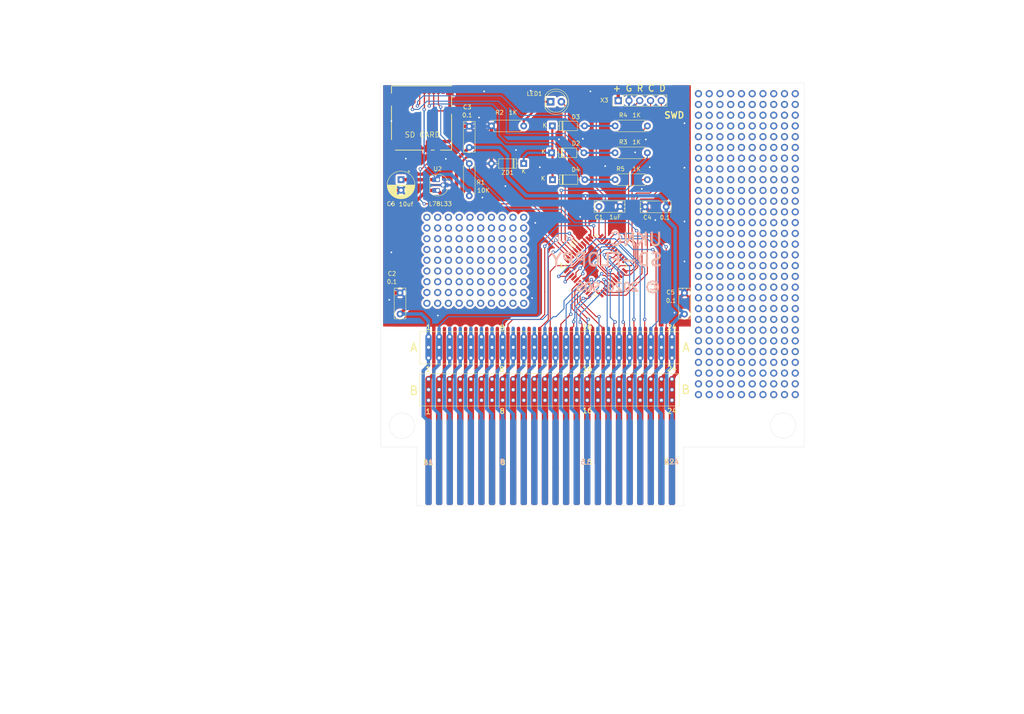
<source format=kicad_pcb>
(kicad_pcb (version 20171130) (host pcbnew "(5.1.5)-3")
  (title_block (title "УКНЦ slot connector"))
  (layers (0 F.Cu signal) (31 B.Cu signal) (34 B.Paste user hide) (35 F.Paste user hide) (36 B.SilkS user) (37 F.SilkS user) (38 B.Mask user) (39 F.Mask user) (44 Edge.Cuts user))
  (net 0 "")
  (net 1 GND)
  (net 2 "Net-(C1-Pad1)")
  (net 3 +5V)
  (net 4 /3V3)
  (net 5 "Net-(D2-Pad2)")
  (net 6 "Net-(D3-Pad2)")
  (net 7 "Net-(D4-Pad2)")
  (net 8 /CD)
  (net 9 /BYTE)
  (net 10 /CS)
  (net 11 /LED)
  (net 12 /IDX)
  (net 13 /WR)
  (net 14 /SE0)
  (net 15 /RST)
  (net 16 /AD15)
  (net 17 /AD14)
  (net 18 /AD13)
  (net 19 /AD12)
  (net 20 /AD11)
  (net 21 /AD10)
  (net 22 /AD9)
  (net 23 /AD8)
  (net 24 /SCK)
  (net 25 /MISO)
  (net 26 /MOSI)
  (net 27 /SE3)
  (net 28 /SE2)
  (net 29 /SIP)
  (net 30 /SIA)
  (net 31 /SCLK)
  (net 32 /SDT)
  (net 33 /RD)
  (net 34 /SE1)
  (net 35 /AD7)
  (net 36 /AD6)
  (net 37 /AD5)
  (net 38 /AD4)
  (net 39 /AD3)
  (net 40 /AD2)
  (net 41 /AD1)
  (net 42 /AD0)
  (net 43 "Net-(LED1-Pad1)")
  (net 44 "Net-(U1-Pad44)")
  (net 45 "Net-(U1-Pad23)")
  (net 46 "Net-(X1-PadA23)")
  (net 47 "Net-(X1-PadA13)")
  (net 48 "Net-(X1-PadA11)")
  (net 49 "Net-(X1-PadA10)")
  (net 50 "Net-(X1-PadA9)")
  (net 51 "Net-(X1-PadA7)")
  (net 52 "Net-(X1-PadA6)")
  (net 53 "Net-(X1-PadA5)")
  (net 54 "Net-(X1-PadA4)")
  (net 55 "Net-(X1-PadA3)")
  (net 56 "Net-(X1-PadB10)")
  (net 57 "Net-(X1-PadB9)")
  (net 58 "Net-(X1-PadB7)")
  (net 59 "Net-(X1-PadB6)")
  (net 60 "Net-(X1-PadB5)")
  (net 61 "Net-(X1-PadB4)")
  (net 62 "Net-(X1-PadB3)")
  (net 63 "Net-(X1-PadB2)")
  (net 64 "Net-(X2-Pad8)")
  (net 65 "Net-(X2-Pad1)")
  (net 66 "Net-(D2-Pad1)")
  (module unkc_fdd_sds:PJS008-2120-0_minisd (layer F.Cu) (at 101.6 15.875)
    (fp_text reference X2 hide)
    (fp_text value "SD CARD" (at 0.2032 -3.6322) (layer F.SilkS) (effects (font (size 1.27 1.27))))
    (pad 8 smd rect (at 5.075 -14) (size 0.8 1.4) (layers F.Cu F.Paste F.Mask) (net 64 "Net-(X2-Pad8)"))
    (pad 7 smd rect (at 3.975 -14) (size 0.8 1.4) (layers F.Cu F.Paste F.Mask) (net 25 /MISO))
    (pad 6 smd rect (at 2.875 -14) (size 0.8 1.4) (layers F.Cu F.Paste F.Mask) (net 1 GND))
    (pad 5 smd rect (at 1.775 -14) (size 0.8 1.4) (layers F.Cu F.Paste F.Mask) (net 7 "Net-(D4-Pad2)"))
    (pad 4 smd rect (at 0.675 -14) (size 0.8 1.4) (layers F.Cu F.Paste F.Mask) (net 4 /3V3))
    (pad 3 smd rect (at -0.425 -14) (size 0.8 1.4) (layers F.Cu F.Paste F.Mask) (net 6 "Net-(D3-Pad2)"))
    (pad 2 smd rect (at -1.525 -14) (size 0.8 1.4) (layers F.Cu F.Paste F.Mask) (net 5 "Net-(D2-Pad2)"))
    (pad GND3 smd rect (at 1.4 -0.36) (size 1.4 1.72) (layers F.Cu F.Paste F.Mask) (net 1 GND))
    (pad GND2 smd rect (at -7.05 -1.1) (size 1.4 2.4) (layers F.Cu F.Paste F.Mask) (net 1 GND))
    (pad 1 smd rect (at -2.625 -14) (size 0.8 1.4) (layers F.Cu F.Paste F.Mask) (net 65 "Net-(X2-Pad1)"))
    (pad GND1 smd rect (at -7.375 -12) (size 1.45 2.6) (layers F.Cu F.Paste F.Mask) (net 1 GND))
    (pad GND3 smd rect (at 6.7 -13.95) (size 1.8 1.9) (layers F.Cu F.Paste F.Mask) (net 1 GND))
    (pad CD1 smd rect (at 6.85 -9.4) (size 1.5 1.4) (layers F.Cu F.Paste F.Mask) (net 1 GND))
    (pad CD2 smd rect (at 3.75 -0.335) (size 1.1 1.67) (layers F.Cu F.Paste F.Mask) (net 8 /CD))
  )
  (module "" (layer F.Cu) (at 26.9748 67.6656)
    (fp_text reference "" (at 102.2096 68.6308) (layer F.SilkS) (effects (font (size 1.27 1.27))))
    (fp_text value "" (at 102.2096 68.6308) (layer F.SilkS) (effects (font (size 1.27 1.27))))
  )
  (module "" (layer F.Cu) (at 121.666 50.8508)
    (fp_text reference "" (at 122.0216 86.7664) (layer F.SilkS) (effects (font (size 1.27 1.27))))
    (fp_text value "" (at 122.0216 86.7664) (layer F.SilkS) (effects (font (size 1.27 1.27))))
    (fp_text user 8 (at -1.016 7.0104) (layer F.SilkS) (effects (font (size 1.2 1.2) (thickness 0.2))))
    (fp_text user 24 (at 39.0652 6.9088) (layer F.SilkS) (effects (font (size 1.2 1.2) (thickness 0.2))))
    (fp_text user 1 (at -18.4404 6.9088) (layer F.SilkS) (effects (font (size 1.2 1.2) (thickness 0.2))))
    (fp_text user 16 (at 19.05 6.858) (layer F.SilkS) (effects (font (size 1.2 1.2) (thickness 0.2))))
  )
  (module "" (layer F.Cu) (at 122.0216 86.7664)
    (fp_text reference "" (at 2.286 -19.3548) (layer F.SilkS) (effects (font (size 1.27 1.27))))
    (fp_text value "" (at 2.286 -19.3548) (layer F.SilkS) (effects (font (size 1.27 1.27))))
    (fp_text user 1 (at -18.8976 -19.1516) (layer F.SilkS) (effects (font (size 1.2 1.2) (thickness 0.2))))
    (fp_text user 24 (at 38.7096 -19.2532) (layer F.SilkS) (effects (font (size 1.2 1.2) (thickness 0.2))))
    (fp_text user 16 (at 18.796 -19.2024) (layer F.SilkS) (effects (font (size 1.2 1.2) (thickness 0.2))))
    (fp_text user 8 (at -1.4732 -19.1008) (layer F.SilkS) (effects (font (size 1.2 1.2) (thickness 0.2))))
  )
  (module "" (layer F.Cu) (at 2.286 -19.3548)
    (fp_text reference "" (at 101.4984 68.326) (layer F.SilkS) (effects (font (size 1.27 1.27))))
    (fp_text value "" (at 101.4984 68.326) (layer F.SilkS) (effects (font (size 1.27 1.27))))
  )
  (module "" (layer F.Cu) (at 104.0384 80.6196)
    (fp_text reference "" (at 101.4984 68.326) (layer F.SilkS) (effects (font (size 1.27 1.27))))
    (fp_text value "" (at 101.4984 68.326) (layer F.SilkS) (effects (font (size 1.27 1.27))))
  )
  (module "" (layer F.Cu) (at 101.4984 68.326)
    (fp_text reference "" (at 102.2096 68.6308) (layer F.SilkS) (effects (font (size 1.27 1.27))))
    (fp_text value "" (at 102.2096 68.6308) (layer F.SilkS) (effects (font (size 1.27 1.27))))
    (fp_text user 16 (at 39.2684 9.144) (layer F.SilkS) (effects (font (size 1.2 1.2) (thickness 0.2))))
    (fp_text user 1 (at 1.6764 9.3472) (layer F.SilkS) (effects (font (size 1.2 1.2) (thickness 0.2))))
    (fp_text user 8 (at 19.1516 9.2456) (layer F.SilkS) (effects (font (size 1.2 1.2) (thickness 0.2))))
    (fp_text user 24 (at 59.2836 9.2456) (layer F.SilkS) (effects (font (size 1.2 1.2) (thickness 0.2))))
  )
  (module "" (layer F.Cu) (at 102.2096 68.6308)
    (fp_text reference "" (at 125.73 19.05) (layer F.SilkS) (effects (font (size 1.27 1.27))))
    (fp_text value "" (at 125.73 19.05) (layer F.SilkS) (effects (font (size 1.27 1.27))))
  )
  (module Diode_THT:D_DO-35_SOD27_P7.62mm_Horizontal (layer F.Cu) (at 125.73 19.05 180)
    (fp_text reference ZD1 (at 3.81 -2.12) (layer F.SilkS))
    (fp_text value 3v3)
    (fp_text user K (at 0 -1.8) (layer F.SilkS))
    (pad 2 thru_hole oval (at 7.62 0 180) (size 1.6 1.6) (drill 0.8) (layers *.Cu *.Mask) (net 1 GND))
    (pad 1 thru_hole rect (at 0 0 180) (size 1.6 1.6) (drill 0.8) (layers *.Cu *.Mask) (net 66 "Net-(D2-Pad1)"))
  )
  (module Diode_THT:D_DO-35_SOD27_P7.62mm_Horizontal (layer F.Cu) (at 132.54482 22.86)
    (fp_text reference D4 (at 5.47878 -2.3876) (layer F.SilkS))
    (fp_text value 1N4148)
    (fp_text user K (at -2.24282 -0.3048) (layer F.SilkS))
    (pad 2 thru_hole oval (at 7.62 0) (size 1.6 1.6) (drill 0.8) (layers *.Cu *.Mask) (net 7 "Net-(D4-Pad2)"))
    (pad 1 thru_hole rect (at 0 0) (size 1.6 1.6) (drill 0.8) (layers *.Cu *.Mask) (net 66 "Net-(D2-Pad1)"))
  )
  (module Diode_THT:D_DO-35_SOD27_P7.62mm_Horizontal (layer F.Cu) (at 132.4864 10.16)
    (fp_text reference D3 (at 5.5372 -2.1336) (layer F.SilkS))
    (fp_text value 1N4148)
    (fp_text user K (at -1.778 -0.1016) (layer F.SilkS))
    (pad 2 thru_hole oval (at 7.62 0) (size 1.6 1.6) (drill 0.8) (layers *.Cu *.Mask) (net 6 "Net-(D3-Pad2)"))
    (pad 1 thru_hole rect (at 0 0) (size 1.6 1.6) (drill 0.8) (layers *.Cu *.Mask) (net 66 "Net-(D2-Pad1)"))
  )
  (module Diode_THT:D_DO-35_SOD27_P7.62mm_Horizontal (layer F.Cu) (at 132.31876 16.51)
    (fp_text reference D2 (at 5.75564 -2.2352) (layer F.SilkS))
    (fp_text value 1N4148)
    (fp_text user K (at -1.91516 -0.254) (layer F.SilkS))
    (pad 2 thru_hole oval (at 7.62 0) (size 1.6 1.6) (drill 0.8) (layers *.Cu *.Mask) (net 5 "Net-(D2-Pad2)"))
    (pad 1 thru_hole rect (at 0 0) (size 1.6 1.6) (drill 0.8) (layers *.Cu *.Mask) (net 66 "Net-(D2-Pad1)"))
  )
  (module unkc_fdd_sds:PinHeader_1x10_P2.54mm_nomarks (layer F.Cu) (at 167.005 73.66 90)
    (fp_text reference - hide)
    (fp_text value - hide)
    (pad 1 thru_hole circle (at 0 0 90) (size 1.7 1.7) (drill 1) (layers *.Cu *.Mask))
    (pad 2 thru_hole oval (at 0 2.54 90) (size 1.7 1.7) (drill 1) (layers *.Cu *.Mask))
    (pad 3 thru_hole oval (at 0 5.08 90) (size 1.7 1.7) (drill 1) (layers *.Cu *.Mask))
    (pad 4 thru_hole oval (at 0 7.62 90) (size 1.7 1.7) (drill 1) (layers *.Cu *.Mask))
    (pad 5 thru_hole oval (at 0 10.16 90) (size 1.7 1.7) (drill 1) (layers *.Cu *.Mask))
    (pad 6 thru_hole oval (at 0 12.7 90) (size 1.7 1.7) (drill 1) (layers *.Cu *.Mask))
    (pad 7 thru_hole oval (at 0 15.24 90) (size 1.7 1.7) (drill 1) (layers *.Cu *.Mask))
    (pad 8 thru_hole oval (at 0 17.78 90) (size 1.7 1.7) (drill 1) (layers *.Cu *.Mask))
    (pad 9 thru_hole oval (at 0 20.32 90) (size 1.7 1.7) (drill 1) (layers *.Cu *.Mask))
    (pad 10 thru_hole oval (at 0 22.86 90) (size 1.7 1.7) (drill 1) (layers *.Cu *.Mask))
  )
  (module unkc_fdd_sds:PinHeader_1x10_P2.54mm_nomarks (layer F.Cu) (at 167.005 71.12 90)
    (fp_text reference - hide)
    (fp_text value - hide)
    (pad 1 thru_hole circle (at 0 0 90) (size 1.7 1.7) (drill 1) (layers *.Cu *.Mask))
    (pad 2 thru_hole oval (at 0 2.54 90) (size 1.7 1.7) (drill 1) (layers *.Cu *.Mask))
    (pad 3 thru_hole oval (at 0 5.08 90) (size 1.7 1.7) (drill 1) (layers *.Cu *.Mask))
    (pad 4 thru_hole oval (at 0 7.62 90) (size 1.7 1.7) (drill 1) (layers *.Cu *.Mask))
    (pad 5 thru_hole oval (at 0 10.16 90) (size 1.7 1.7) (drill 1) (layers *.Cu *.Mask))
    (pad 6 thru_hole oval (at 0 12.7 90) (size 1.7 1.7) (drill 1) (layers *.Cu *.Mask))
    (pad 7 thru_hole oval (at 0 15.24 90) (size 1.7 1.7) (drill 1) (layers *.Cu *.Mask))
    (pad 8 thru_hole oval (at 0 17.78 90) (size 1.7 1.7) (drill 1) (layers *.Cu *.Mask))
    (pad 9 thru_hole oval (at 0 20.32 90) (size 1.7 1.7) (drill 1) (layers *.Cu *.Mask))
    (pad 10 thru_hole oval (at 0 22.86 90) (size 1.7 1.7) (drill 1) (layers *.Cu *.Mask))
  )
  (module unkc_fdd_sds:PinHeader_1x10_P2.54mm_nomarks (layer F.Cu) (at 167.005 68.58 90)
    (fp_text reference - hide)
    (fp_text value - hide)
    (pad 1 thru_hole circle (at 0 0 90) (size 1.7 1.7) (drill 1) (layers *.Cu *.Mask))
    (pad 2 thru_hole oval (at 0 2.54 90) (size 1.7 1.7) (drill 1) (layers *.Cu *.Mask))
    (pad 3 thru_hole oval (at 0 5.08 90) (size 1.7 1.7) (drill 1) (layers *.Cu *.Mask))
    (pad 4 thru_hole oval (at 0 7.62 90) (size 1.7 1.7) (drill 1) (layers *.Cu *.Mask))
    (pad 5 thru_hole oval (at 0 10.16 90) (size 1.7 1.7) (drill 1) (layers *.Cu *.Mask))
    (pad 6 thru_hole oval (at 0 12.7 90) (size 1.7 1.7) (drill 1) (layers *.Cu *.Mask))
    (pad 7 thru_hole oval (at 0 15.24 90) (size 1.7 1.7) (drill 1) (layers *.Cu *.Mask))
    (pad 8 thru_hole oval (at 0 17.78 90) (size 1.7 1.7) (drill 1) (layers *.Cu *.Mask))
    (pad 9 thru_hole oval (at 0 20.32 90) (size 1.7 1.7) (drill 1) (layers *.Cu *.Mask))
    (pad 10 thru_hole oval (at 0 22.86 90) (size 1.7 1.7) (drill 1) (layers *.Cu *.Mask))
  )
  (module unkc_fdd_sds:PinHeader_1x10_P2.54mm_nomarks (layer F.Cu) (at 167.005 66.04 90)
    (fp_text reference - hide)
    (fp_text value - hide)
    (pad 1 thru_hole circle (at 0 0 90) (size 1.7 1.7) (drill 1) (layers *.Cu *.Mask))
    (pad 2 thru_hole oval (at 0 2.54 90) (size 1.7 1.7) (drill 1) (layers *.Cu *.Mask))
    (pad 3 thru_hole oval (at 0 5.08 90) (size 1.7 1.7) (drill 1) (layers *.Cu *.Mask))
    (pad 4 thru_hole oval (at 0 7.62 90) (size 1.7 1.7) (drill 1) (layers *.Cu *.Mask))
    (pad 5 thru_hole oval (at 0 10.16 90) (size 1.7 1.7) (drill 1) (layers *.Cu *.Mask))
    (pad 6 thru_hole oval (at 0 12.7 90) (size 1.7 1.7) (drill 1) (layers *.Cu *.Mask))
    (pad 7 thru_hole oval (at 0 15.24 90) (size 1.7 1.7) (drill 1) (layers *.Cu *.Mask))
    (pad 8 thru_hole oval (at 0 17.78 90) (size 1.7 1.7) (drill 1) (layers *.Cu *.Mask))
    (pad 9 thru_hole oval (at 0 20.32 90) (size 1.7 1.7) (drill 1) (layers *.Cu *.Mask))
    (pad 10 thru_hole oval (at 0 22.86 90) (size 1.7 1.7) (drill 1) (layers *.Cu *.Mask))
  )
  (module unkc_fdd_sds:PinHeader_1x10_P2.54mm_nomarks (layer F.Cu) (at 167.005 63.5 90)
    (fp_text reference - hide)
    (fp_text value - hide)
    (pad 1 thru_hole circle (at 0 0 90) (size 1.7 1.7) (drill 1) (layers *.Cu *.Mask))
    (pad 2 thru_hole oval (at 0 2.54 90) (size 1.7 1.7) (drill 1) (layers *.Cu *.Mask))
    (pad 3 thru_hole oval (at 0 5.08 90) (size 1.7 1.7) (drill 1) (layers *.Cu *.Mask))
    (pad 4 thru_hole oval (at 0 7.62 90) (size 1.7 1.7) (drill 1) (layers *.Cu *.Mask))
    (pad 5 thru_hole oval (at 0 10.16 90) (size 1.7 1.7) (drill 1) (layers *.Cu *.Mask))
    (pad 6 thru_hole oval (at 0 12.7 90) (size 1.7 1.7) (drill 1) (layers *.Cu *.Mask))
    (pad 7 thru_hole oval (at 0 15.24 90) (size 1.7 1.7) (drill 1) (layers *.Cu *.Mask))
    (pad 8 thru_hole oval (at 0 17.78 90) (size 1.7 1.7) (drill 1) (layers *.Cu *.Mask))
    (pad 9 thru_hole oval (at 0 20.32 90) (size 1.7 1.7) (drill 1) (layers *.Cu *.Mask))
    (pad 10 thru_hole oval (at 0 22.86 90) (size 1.7 1.7) (drill 1) (layers *.Cu *.Mask))
  )
  (module unkc_fdd_sds:PinHeader_1x10_P2.54mm_nomarks (layer F.Cu) (at 167.005 60.96 90)
    (fp_text reference - hide)
    (fp_text value - hide)
    (pad 1 thru_hole circle (at 0 0 90) (size 1.7 1.7) (drill 1) (layers *.Cu *.Mask))
    (pad 2 thru_hole oval (at 0 2.54 90) (size 1.7 1.7) (drill 1) (layers *.Cu *.Mask))
    (pad 3 thru_hole oval (at 0 5.08 90) (size 1.7 1.7) (drill 1) (layers *.Cu *.Mask))
    (pad 4 thru_hole oval (at 0 7.62 90) (size 1.7 1.7) (drill 1) (layers *.Cu *.Mask))
    (pad 5 thru_hole oval (at 0 10.16 90) (size 1.7 1.7) (drill 1) (layers *.Cu *.Mask))
    (pad 6 thru_hole oval (at 0 12.7 90) (size 1.7 1.7) (drill 1) (layers *.Cu *.Mask))
    (pad 7 thru_hole oval (at 0 15.24 90) (size 1.7 1.7) (drill 1) (layers *.Cu *.Mask))
    (pad 8 thru_hole oval (at 0 17.78 90) (size 1.7 1.7) (drill 1) (layers *.Cu *.Mask))
    (pad 9 thru_hole oval (at 0 20.32 90) (size 1.7 1.7) (drill 1) (layers *.Cu *.Mask))
    (pad 10 thru_hole oval (at 0 22.86 90) (size 1.7 1.7) (drill 1) (layers *.Cu *.Mask))
  )
  (module unkc_fdd_sds:PinHeader_1x10_P2.54mm_nomarks (layer F.Cu) (at 167.005 58.42 90)
    (fp_text reference - hide)
    (fp_text value - hide)
    (pad 1 thru_hole circle (at 0 0 90) (size 1.7 1.7) (drill 1) (layers *.Cu *.Mask))
    (pad 2 thru_hole oval (at 0 2.54 90) (size 1.7 1.7) (drill 1) (layers *.Cu *.Mask))
    (pad 3 thru_hole oval (at 0 5.08 90) (size 1.7 1.7) (drill 1) (layers *.Cu *.Mask))
    (pad 4 thru_hole oval (at 0 7.62 90) (size 1.7 1.7) (drill 1) (layers *.Cu *.Mask))
    (pad 5 thru_hole oval (at 0 10.16 90) (size 1.7 1.7) (drill 1) (layers *.Cu *.Mask))
    (pad 6 thru_hole oval (at 0 12.7 90) (size 1.7 1.7) (drill 1) (layers *.Cu *.Mask))
    (pad 7 thru_hole oval (at 0 15.24 90) (size 1.7 1.7) (drill 1) (layers *.Cu *.Mask))
    (pad 8 thru_hole oval (at 0 17.78 90) (size 1.7 1.7) (drill 1) (layers *.Cu *.Mask))
    (pad 9 thru_hole oval (at 0 20.32 90) (size 1.7 1.7) (drill 1) (layers *.Cu *.Mask))
    (pad 10 thru_hole oval (at 0 22.86 90) (size 1.7 1.7) (drill 1) (layers *.Cu *.Mask))
  )
  (module unkc_fdd_sds:PinHeader_1x10_P2.54mm_nomarks (layer F.Cu) (at 167.005 55.88 90)
    (fp_text reference - hide)
    (fp_text value - hide)
    (pad 1 thru_hole circle (at 0 0 90) (size 1.7 1.7) (drill 1) (layers *.Cu *.Mask))
    (pad 2 thru_hole oval (at 0 2.54 90) (size 1.7 1.7) (drill 1) (layers *.Cu *.Mask))
    (pad 3 thru_hole oval (at 0 5.08 90) (size 1.7 1.7) (drill 1) (layers *.Cu *.Mask))
    (pad 4 thru_hole oval (at 0 7.62 90) (size 1.7 1.7) (drill 1) (layers *.Cu *.Mask))
    (pad 5 thru_hole oval (at 0 10.16 90) (size 1.7 1.7) (drill 1) (layers *.Cu *.Mask))
    (pad 6 thru_hole oval (at 0 12.7 90) (size 1.7 1.7) (drill 1) (layers *.Cu *.Mask))
    (pad 7 thru_hole oval (at 0 15.24 90) (size 1.7 1.7) (drill 1) (layers *.Cu *.Mask))
    (pad 8 thru_hole oval (at 0 17.78 90) (size 1.7 1.7) (drill 1) (layers *.Cu *.Mask))
    (pad 9 thru_hole oval (at 0 20.32 90) (size 1.7 1.7) (drill 1) (layers *.Cu *.Mask))
    (pad 10 thru_hole oval (at 0 22.86 90) (size 1.7 1.7) (drill 1) (layers *.Cu *.Mask))
  )
  (module unkc_fdd_sds:PinHeader_1x10_P2.54mm_nomarks (layer F.Cu) (at 167.005 53.34 90)
    (fp_text reference - hide)
    (fp_text value - hide)
    (pad 1 thru_hole circle (at 0 0 90) (size 1.7 1.7) (drill 1) (layers *.Cu *.Mask))
    (pad 2 thru_hole oval (at 0 2.54 90) (size 1.7 1.7) (drill 1) (layers *.Cu *.Mask))
    (pad 3 thru_hole oval (at 0 5.08 90) (size 1.7 1.7) (drill 1) (layers *.Cu *.Mask))
    (pad 4 thru_hole oval (at 0 7.62 90) (size 1.7 1.7) (drill 1) (layers *.Cu *.Mask))
    (pad 5 thru_hole oval (at 0 10.16 90) (size 1.7 1.7) (drill 1) (layers *.Cu *.Mask))
    (pad 6 thru_hole oval (at 0 12.7 90) (size 1.7 1.7) (drill 1) (layers *.Cu *.Mask))
    (pad 7 thru_hole oval (at 0 15.24 90) (size 1.7 1.7) (drill 1) (layers *.Cu *.Mask))
    (pad 8 thru_hole oval (at 0 17.78 90) (size 1.7 1.7) (drill 1) (layers *.Cu *.Mask))
    (pad 9 thru_hole oval (at 0 20.32 90) (size 1.7 1.7) (drill 1) (layers *.Cu *.Mask))
    (pad 10 thru_hole oval (at 0 22.86 90) (size 1.7 1.7) (drill 1) (layers *.Cu *.Mask))
  )
  (module unkc_fdd_sds:PinHeader_1x10_P2.54mm_nomarks (layer F.Cu) (at 167.005 50.8 90)
    (fp_text reference - hide)
    (fp_text value - hide)
    (pad 1 thru_hole circle (at 0 0 90) (size 1.7 1.7) (drill 1) (layers *.Cu *.Mask))
    (pad 2 thru_hole oval (at 0 2.54 90) (size 1.7 1.7) (drill 1) (layers *.Cu *.Mask))
    (pad 3 thru_hole oval (at 0 5.08 90) (size 1.7 1.7) (drill 1) (layers *.Cu *.Mask))
    (pad 4 thru_hole oval (at 0 7.62 90) (size 1.7 1.7) (drill 1) (layers *.Cu *.Mask))
    (pad 5 thru_hole oval (at 0 10.16 90) (size 1.7 1.7) (drill 1) (layers *.Cu *.Mask))
    (pad 6 thru_hole oval (at 0 12.7 90) (size 1.7 1.7) (drill 1) (layers *.Cu *.Mask))
    (pad 7 thru_hole oval (at 0 15.24 90) (size 1.7 1.7) (drill 1) (layers *.Cu *.Mask))
    (pad 8 thru_hole oval (at 0 17.78 90) (size 1.7 1.7) (drill 1) (layers *.Cu *.Mask))
    (pad 9 thru_hole oval (at 0 20.32 90) (size 1.7 1.7) (drill 1) (layers *.Cu *.Mask))
    (pad 10 thru_hole oval (at 0 22.86 90) (size 1.7 1.7) (drill 1) (layers *.Cu *.Mask))
  )
  (module unkc_fdd_sds:PinHeader_1x10_P2.54mm_nomarks (layer F.Cu) (at 167.005 48.26 90)
    (fp_text reference - hide)
    (fp_text value - hide)
    (pad 1 thru_hole circle (at 0 0 90) (size 1.7 1.7) (drill 1) (layers *.Cu *.Mask))
    (pad 2 thru_hole oval (at 0 2.54 90) (size 1.7 1.7) (drill 1) (layers *.Cu *.Mask))
    (pad 3 thru_hole oval (at 0 5.08 90) (size 1.7 1.7) (drill 1) (layers *.Cu *.Mask))
    (pad 4 thru_hole oval (at 0 7.62 90) (size 1.7 1.7) (drill 1) (layers *.Cu *.Mask))
    (pad 5 thru_hole oval (at 0 10.16 90) (size 1.7 1.7) (drill 1) (layers *.Cu *.Mask))
    (pad 6 thru_hole oval (at 0 12.7 90) (size 1.7 1.7) (drill 1) (layers *.Cu *.Mask))
    (pad 7 thru_hole oval (at 0 15.24 90) (size 1.7 1.7) (drill 1) (layers *.Cu *.Mask))
    (pad 8 thru_hole oval (at 0 17.78 90) (size 1.7 1.7) (drill 1) (layers *.Cu *.Mask))
    (pad 9 thru_hole oval (at 0 20.32 90) (size 1.7 1.7) (drill 1) (layers *.Cu *.Mask))
    (pad 10 thru_hole oval (at 0 22.86 90) (size 1.7 1.7) (drill 1) (layers *.Cu *.Mask))
  )
  (module unkc_fdd_sds:PinHeader_1x10_P2.54mm_nomarks (layer F.Cu) (at 167.005 45.72 90)
    (fp_text reference - hide)
    (fp_text value - hide)
    (pad 1 thru_hole circle (at 0 0 90) (size 1.7 1.7) (drill 1) (layers *.Cu *.Mask))
    (pad 2 thru_hole oval (at 0 2.54 90) (size 1.7 1.7) (drill 1) (layers *.Cu *.Mask))
    (pad 3 thru_hole oval (at 0 5.08 90) (size 1.7 1.7) (drill 1) (layers *.Cu *.Mask))
    (pad 4 thru_hole oval (at 0 7.62 90) (size 1.7 1.7) (drill 1) (layers *.Cu *.Mask))
    (pad 5 thru_hole oval (at 0 10.16 90) (size 1.7 1.7) (drill 1) (layers *.Cu *.Mask))
    (pad 6 thru_hole oval (at 0 12.7 90) (size 1.7 1.7) (drill 1) (layers *.Cu *.Mask))
    (pad 7 thru_hole oval (at 0 15.24 90) (size 1.7 1.7) (drill 1) (layers *.Cu *.Mask))
    (pad 8 thru_hole oval (at 0 17.78 90) (size 1.7 1.7) (drill 1) (layers *.Cu *.Mask))
    (pad 9 thru_hole oval (at 0 20.32 90) (size 1.7 1.7) (drill 1) (layers *.Cu *.Mask))
    (pad 10 thru_hole oval (at 0 22.86 90) (size 1.7 1.7) (drill 1) (layers *.Cu *.Mask))
  )
  (module unkc_fdd_sds:PinHeader_1x10_P2.54mm_nomarks (layer F.Cu) (at 167.005 43.18 90)
    (fp_text reference - hide)
    (fp_text value - hide)
    (pad 1 thru_hole circle (at 0 0 90) (size 1.7 1.7) (drill 1) (layers *.Cu *.Mask))
    (pad 2 thru_hole oval (at 0 2.54 90) (size 1.7 1.7) (drill 1) (layers *.Cu *.Mask))
    (pad 3 thru_hole oval (at 0 5.08 90) (size 1.7 1.7) (drill 1) (layers *.Cu *.Mask))
    (pad 4 thru_hole oval (at 0 7.62 90) (size 1.7 1.7) (drill 1) (layers *.Cu *.Mask))
    (pad 5 thru_hole oval (at 0 10.16 90) (size 1.7 1.7) (drill 1) (layers *.Cu *.Mask))
    (pad 6 thru_hole oval (at 0 12.7 90) (size 1.7 1.7) (drill 1) (layers *.Cu *.Mask))
    (pad 7 thru_hole oval (at 0 15.24 90) (size 1.7 1.7) (drill 1) (layers *.Cu *.Mask))
    (pad 8 thru_hole oval (at 0 17.78 90) (size 1.7 1.7) (drill 1) (layers *.Cu *.Mask))
    (pad 9 thru_hole oval (at 0 20.32 90) (size 1.7 1.7) (drill 1) (layers *.Cu *.Mask))
    (pad 10 thru_hole oval (at 0 22.86 90) (size 1.7 1.7) (drill 1) (layers *.Cu *.Mask))
  )
  (module unkc_fdd_sds:PinHeader_1x10_P2.54mm_nomarks (layer F.Cu) (at 167.005 40.64 90)
    (fp_text reference - hide)
    (fp_text value - hide)
    (pad 1 thru_hole circle (at 0 0 90) (size 1.7 1.7) (drill 1) (layers *.Cu *.Mask))
    (pad 2 thru_hole oval (at 0 2.54 90) (size 1.7 1.7) (drill 1) (layers *.Cu *.Mask))
    (pad 3 thru_hole oval (at 0 5.08 90) (size 1.7 1.7) (drill 1) (layers *.Cu *.Mask))
    (pad 4 thru_hole oval (at 0 7.62 90) (size 1.7 1.7) (drill 1) (layers *.Cu *.Mask))
    (pad 5 thru_hole oval (at 0 10.16 90) (size 1.7 1.7) (drill 1) (layers *.Cu *.Mask))
    (pad 6 thru_hole oval (at 0 12.7 90) (size 1.7 1.7) (drill 1) (layers *.Cu *.Mask))
    (pad 7 thru_hole oval (at 0 15.24 90) (size 1.7 1.7) (drill 1) (layers *.Cu *.Mask))
    (pad 8 thru_hole oval (at 0 17.78 90) (size 1.7 1.7) (drill 1) (layers *.Cu *.Mask))
    (pad 9 thru_hole oval (at 0 20.32 90) (size 1.7 1.7) (drill 1) (layers *.Cu *.Mask))
    (pad 10 thru_hole oval (at 0 22.86 90) (size 1.7 1.7) (drill 1) (layers *.Cu *.Mask))
  )
  (module unkc_fdd_sds:PinHeader_1x10_P2.54mm_nomarks (layer F.Cu) (at 167.005 38.1 90)
    (fp_text reference - hide)
    (fp_text value - hide)
    (pad 1 thru_hole circle (at 0 0 90) (size 1.7 1.7) (drill 1) (layers *.Cu *.Mask))
    (pad 2 thru_hole oval (at 0 2.54 90) (size 1.7 1.7) (drill 1) (layers *.Cu *.Mask))
    (pad 3 thru_hole oval (at 0 5.08 90) (size 1.7 1.7) (drill 1) (layers *.Cu *.Mask))
    (pad 4 thru_hole oval (at 0 7.62 90) (size 1.7 1.7) (drill 1) (layers *.Cu *.Mask))
    (pad 5 thru_hole oval (at 0 10.16 90) (size 1.7 1.7) (drill 1) (layers *.Cu *.Mask))
    (pad 6 thru_hole oval (at 0 12.7 90) (size 1.7 1.7) (drill 1) (layers *.Cu *.Mask))
    (pad 7 thru_hole oval (at 0 15.24 90) (size 1.7 1.7) (drill 1) (layers *.Cu *.Mask))
    (pad 8 thru_hole oval (at 0 17.78 90) (size 1.7 1.7) (drill 1) (layers *.Cu *.Mask))
    (pad 9 thru_hole oval (at 0 20.32 90) (size 1.7 1.7) (drill 1) (layers *.Cu *.Mask))
    (pad 10 thru_hole oval (at 0 22.86 90) (size 1.7 1.7) (drill 1) (layers *.Cu *.Mask))
  )
  (module unkc_fdd_sds:PinHeader_1x10_P2.54mm_nomarks (layer F.Cu) (at 167.005 35.56 90)
    (fp_text reference - hide)
    (fp_text value - hide)
    (pad 1 thru_hole circle (at 0 0 90) (size 1.7 1.7) (drill 1) (layers *.Cu *.Mask))
    (pad 2 thru_hole oval (at 0 2.54 90) (size 1.7 1.7) (drill 1) (layers *.Cu *.Mask))
    (pad 3 thru_hole oval (at 0 5.08 90) (size 1.7 1.7) (drill 1) (layers *.Cu *.Mask))
    (pad 4 thru_hole oval (at 0 7.62 90) (size 1.7 1.7) (drill 1) (layers *.Cu *.Mask))
    (pad 5 thru_hole oval (at 0 10.16 90) (size 1.7 1.7) (drill 1) (layers *.Cu *.Mask))
    (pad 6 thru_hole oval (at 0 12.7 90) (size 1.7 1.7) (drill 1) (layers *.Cu *.Mask))
    (pad 7 thru_hole oval (at 0 15.24 90) (size 1.7 1.7) (drill 1) (layers *.Cu *.Mask))
    (pad 8 thru_hole oval (at 0 17.78 90) (size 1.7 1.7) (drill 1) (layers *.Cu *.Mask))
    (pad 9 thru_hole oval (at 0 20.32 90) (size 1.7 1.7) (drill 1) (layers *.Cu *.Mask))
    (pad 10 thru_hole oval (at 0 22.86 90) (size 1.7 1.7) (drill 1) (layers *.Cu *.Mask))
  )
  (module unkc_fdd_sds:PinHeader_1x10_P2.54mm_nomarks (layer F.Cu) (at 167.005 33.02 90)
    (fp_text reference - hide)
    (fp_text value - hide)
    (pad 1 thru_hole circle (at 0 0 90) (size 1.7 1.7) (drill 1) (layers *.Cu *.Mask))
    (pad 2 thru_hole oval (at 0 2.54 90) (size 1.7 1.7) (drill 1) (layers *.Cu *.Mask))
    (pad 3 thru_hole oval (at 0 5.08 90) (size 1.7 1.7) (drill 1) (layers *.Cu *.Mask))
    (pad 4 thru_hole oval (at 0 7.62 90) (size 1.7 1.7) (drill 1) (layers *.Cu *.Mask))
    (pad 5 thru_hole oval (at 0 10.16 90) (size 1.7 1.7) (drill 1) (layers *.Cu *.Mask))
    (pad 6 thru_hole oval (at 0 12.7 90) (size 1.7 1.7) (drill 1) (layers *.Cu *.Mask))
    (pad 7 thru_hole oval (at 0 15.24 90) (size 1.7 1.7) (drill 1) (layers *.Cu *.Mask))
    (pad 8 thru_hole oval (at 0 17.78 90) (size 1.7 1.7) (drill 1) (layers *.Cu *.Mask))
    (pad 9 thru_hole oval (at 0 20.32 90) (size 1.7 1.7) (drill 1) (layers *.Cu *.Mask))
    (pad 10 thru_hole oval (at 0 22.86 90) (size 1.7 1.7) (drill 1) (layers *.Cu *.Mask))
  )
  (module unkc_fdd_sds:PinHeader_1x10_P2.54mm_nomarks (layer F.Cu) (at 167.005 30.48 90)
    (fp_text reference - hide)
    (fp_text value - hide)
    (pad 1 thru_hole circle (at 0 0 90) (size 1.7 1.7) (drill 1) (layers *.Cu *.Mask))
    (pad 2 thru_hole oval (at 0 2.54 90) (size 1.7 1.7) (drill 1) (layers *.Cu *.Mask))
    (pad 3 thru_hole oval (at 0 5.08 90) (size 1.7 1.7) (drill 1) (layers *.Cu *.Mask))
    (pad 4 thru_hole oval (at 0 7.62 90) (size 1.7 1.7) (drill 1) (layers *.Cu *.Mask))
    (pad 5 thru_hole oval (at 0 10.16 90) (size 1.7 1.7) (drill 1) (layers *.Cu *.Mask))
    (pad 6 thru_hole oval (at 0 12.7 90) (size 1.7 1.7) (drill 1) (layers *.Cu *.Mask))
    (pad 7 thru_hole oval (at 0 15.24 90) (size 1.7 1.7) (drill 1) (layers *.Cu *.Mask))
    (pad 8 thru_hole oval (at 0 17.78 90) (size 1.7 1.7) (drill 1) (layers *.Cu *.Mask))
    (pad 9 thru_hole oval (at 0 20.32 90) (size 1.7 1.7) (drill 1) (layers *.Cu *.Mask))
    (pad 10 thru_hole oval (at 0 22.86 90) (size 1.7 1.7) (drill 1) (layers *.Cu *.Mask))
  )
  (module unkc_fdd_sds:PinHeader_1x10_P2.54mm_nomarks (layer F.Cu) (at 167.005 27.94 90)
    (fp_text reference - hide)
    (fp_text value - hide)
    (pad 1 thru_hole circle (at 0 0 90) (size 1.7 1.7) (drill 1) (layers *.Cu *.Mask))
    (pad 2 thru_hole oval (at 0 2.54 90) (size 1.7 1.7) (drill 1) (layers *.Cu *.Mask))
    (pad 3 thru_hole oval (at 0 5.08 90) (size 1.7 1.7) (drill 1) (layers *.Cu *.Mask))
    (pad 4 thru_hole oval (at 0 7.62 90) (size 1.7 1.7) (drill 1) (layers *.Cu *.Mask))
    (pad 5 thru_hole oval (at 0 10.16 90) (size 1.7 1.7) (drill 1) (layers *.Cu *.Mask))
    (pad 6 thru_hole oval (at 0 12.7 90) (size 1.7 1.7) (drill 1) (layers *.Cu *.Mask))
    (pad 7 thru_hole oval (at 0 15.24 90) (size 1.7 1.7) (drill 1) (layers *.Cu *.Mask))
    (pad 8 thru_hole oval (at 0 17.78 90) (size 1.7 1.7) (drill 1) (layers *.Cu *.Mask))
    (pad 9 thru_hole oval (at 0 20.32 90) (size 1.7 1.7) (drill 1) (layers *.Cu *.Mask))
    (pad 10 thru_hole oval (at 0 22.86 90) (size 1.7 1.7) (drill 1) (layers *.Cu *.Mask))
  )
  (module unkc_fdd_sds:PinHeader_1x10_P2.54mm_nomarks (layer F.Cu) (at 167.005 25.4 90)
    (fp_text reference - hide)
    (fp_text value - hide)
    (pad 1 thru_hole circle (at 0 0 90) (size 1.7 1.7) (drill 1) (layers *.Cu *.Mask))
    (pad 2 thru_hole oval (at 0 2.54 90) (size 1.7 1.7) (drill 1) (layers *.Cu *.Mask))
    (pad 3 thru_hole oval (at 0 5.08 90) (size 1.7 1.7) (drill 1) (layers *.Cu *.Mask))
    (pad 4 thru_hole oval (at 0 7.62 90) (size 1.7 1.7) (drill 1) (layers *.Cu *.Mask))
    (pad 5 thru_hole oval (at 0 10.16 90) (size 1.7 1.7) (drill 1) (layers *.Cu *.Mask))
    (pad 6 thru_hole oval (at 0 12.7 90) (size 1.7 1.7) (drill 1) (layers *.Cu *.Mask))
    (pad 7 thru_hole oval (at 0 15.24 90) (size 1.7 1.7) (drill 1) (layers *.Cu *.Mask))
    (pad 8 thru_hole oval (at 0 17.78 90) (size 1.7 1.7) (drill 1) (layers *.Cu *.Mask))
    (pad 9 thru_hole oval (at 0 20.32 90) (size 1.7 1.7) (drill 1) (layers *.Cu *.Mask))
    (pad 10 thru_hole oval (at 0 22.86 90) (size 1.7 1.7) (drill 1) (layers *.Cu *.Mask))
  )
  (module unkc_fdd_sds:PinHeader_1x10_P2.54mm_nomarks (layer F.Cu) (at 167.005 22.86 90)
    (fp_text reference - hide)
    (fp_text value - hide)
    (pad 1 thru_hole circle (at 0 0 90) (size 1.7 1.7) (drill 1) (layers *.Cu *.Mask))
    (pad 2 thru_hole oval (at 0 2.54 90) (size 1.7 1.7) (drill 1) (layers *.Cu *.Mask))
    (pad 3 thru_hole oval (at 0 5.08 90) (size 1.7 1.7) (drill 1) (layers *.Cu *.Mask))
    (pad 4 thru_hole oval (at 0 7.62 90) (size 1.7 1.7) (drill 1) (layers *.Cu *.Mask))
    (pad 5 thru_hole oval (at 0 10.16 90) (size 1.7 1.7) (drill 1) (layers *.Cu *.Mask))
    (pad 6 thru_hole oval (at 0 12.7 90) (size 1.7 1.7) (drill 1) (layers *.Cu *.Mask))
    (pad 7 thru_hole oval (at 0 15.24 90) (size 1.7 1.7) (drill 1) (layers *.Cu *.Mask))
    (pad 8 thru_hole oval (at 0 17.78 90) (size 1.7 1.7) (drill 1) (layers *.Cu *.Mask))
    (pad 9 thru_hole oval (at 0 20.32 90) (size 1.7 1.7) (drill 1) (layers *.Cu *.Mask))
    (pad 10 thru_hole oval (at 0 22.86 90) (size 1.7 1.7) (drill 1) (layers *.Cu *.Mask))
  )
  (module unkc_fdd_sds:PinHeader_1x10_P2.54mm_nomarks (layer F.Cu) (at 167.005 20.32 90)
    (fp_text reference - hide)
    (fp_text value - hide)
    (pad 1 thru_hole circle (at 0 0 90) (size 1.7 1.7) (drill 1) (layers *.Cu *.Mask))
    (pad 2 thru_hole oval (at 0 2.54 90) (size 1.7 1.7) (drill 1) (layers *.Cu *.Mask))
    (pad 3 thru_hole oval (at 0 5.08 90) (size 1.7 1.7) (drill 1) (layers *.Cu *.Mask))
    (pad 4 thru_hole oval (at 0 7.62 90) (size 1.7 1.7) (drill 1) (layers *.Cu *.Mask))
    (pad 5 thru_hole oval (at 0 10.16 90) (size 1.7 1.7) (drill 1) (layers *.Cu *.Mask))
    (pad 6 thru_hole oval (at 0 12.7 90) (size 1.7 1.7) (drill 1) (layers *.Cu *.Mask))
    (pad 7 thru_hole oval (at 0 15.24 90) (size 1.7 1.7) (drill 1) (layers *.Cu *.Mask))
    (pad 8 thru_hole oval (at 0 17.78 90) (size 1.7 1.7) (drill 1) (layers *.Cu *.Mask))
    (pad 9 thru_hole oval (at 0 20.32 90) (size 1.7 1.7) (drill 1) (layers *.Cu *.Mask))
    (pad 10 thru_hole oval (at 0 22.86 90) (size 1.7 1.7) (drill 1) (layers *.Cu *.Mask))
  )
  (module unkc_fdd_sds:PinHeader_1x10_P2.54mm_nomarks (layer F.Cu) (at 167.005 17.78 90)
    (fp_text reference - hide)
    (fp_text value - hide)
    (pad 1 thru_hole circle (at 0 0 90) (size 1.7 1.7) (drill 1) (layers *.Cu *.Mask))
    (pad 2 thru_hole oval (at 0 2.54 90) (size 1.7 1.7) (drill 1) (layers *.Cu *.Mask))
    (pad 3 thru_hole oval (at 0 5.08 90) (size 1.7 1.7) (drill 1) (layers *.Cu *.Mask))
    (pad 4 thru_hole oval (at 0 7.62 90) (size 1.7 1.7) (drill 1) (layers *.Cu *.Mask))
    (pad 5 thru_hole oval (at 0 10.16 90) (size 1.7 1.7) (drill 1) (layers *.Cu *.Mask))
    (pad 6 thru_hole oval (at 0 12.7 90) (size 1.7 1.7) (drill 1) (layers *.Cu *.Mask))
    (pad 7 thru_hole oval (at 0 15.24 90) (size 1.7 1.7) (drill 1) (layers *.Cu *.Mask))
    (pad 8 thru_hole oval (at 0 17.78 90) (size 1.7 1.7) (drill 1) (layers *.Cu *.Mask))
    (pad 9 thru_hole oval (at 0 20.32 90) (size 1.7 1.7) (drill 1) (layers *.Cu *.Mask))
    (pad 10 thru_hole oval (at 0 22.86 90) (size 1.7 1.7) (drill 1) (layers *.Cu *.Mask))
  )
  (module unkc_fdd_sds:PinHeader_1x10_P2.54mm_nomarks (layer F.Cu) (at 167.005 15.24 90)
    (fp_text reference - hide)
    (fp_text value - hide)
    (pad 1 thru_hole circle (at 0 0 90) (size 1.7 1.7) (drill 1) (layers *.Cu *.Mask))
    (pad 2 thru_hole oval (at 0 2.54 90) (size 1.7 1.7) (drill 1) (layers *.Cu *.Mask))
    (pad 3 thru_hole oval (at 0 5.08 90) (size 1.7 1.7) (drill 1) (layers *.Cu *.Mask))
    (pad 4 thru_hole oval (at 0 7.62 90) (size 1.7 1.7) (drill 1) (layers *.Cu *.Mask))
    (pad 5 thru_hole oval (at 0 10.16 90) (size 1.7 1.7) (drill 1) (layers *.Cu *.Mask))
    (pad 6 thru_hole oval (at 0 12.7 90) (size 1.7 1.7) (drill 1) (layers *.Cu *.Mask))
    (pad 7 thru_hole oval (at 0 15.24 90) (size 1.7 1.7) (drill 1) (layers *.Cu *.Mask))
    (pad 8 thru_hole oval (at 0 17.78 90) (size 1.7 1.7) (drill 1) (layers *.Cu *.Mask))
    (pad 9 thru_hole oval (at 0 20.32 90) (size 1.7 1.7) (drill 1) (layers *.Cu *.Mask))
    (pad 10 thru_hole oval (at 0 22.86 90) (size 1.7 1.7) (drill 1) (layers *.Cu *.Mask))
  )
  (module unkc_fdd_sds:PinHeader_1x10_P2.54mm_nomarks (layer F.Cu) (at 167.005 12.7 90)
    (fp_text reference - hide)
    (fp_text value - hide)
    (pad 1 thru_hole circle (at 0 0 90) (size 1.7 1.7) (drill 1) (layers *.Cu *.Mask))
    (pad 2 thru_hole oval (at 0 2.54 90) (size 1.7 1.7) (drill 1) (layers *.Cu *.Mask))
    (pad 3 thru_hole oval (at 0 5.08 90) (size 1.7 1.7) (drill 1) (layers *.Cu *.Mask))
    (pad 4 thru_hole oval (at 0 7.62 90) (size 1.7 1.7) (drill 1) (layers *.Cu *.Mask))
    (pad 5 thru_hole oval (at 0 10.16 90) (size 1.7 1.7) (drill 1) (layers *.Cu *.Mask))
    (pad 6 thru_hole oval (at 0 12.7 90) (size 1.7 1.7) (drill 1) (layers *.Cu *.Mask))
    (pad 7 thru_hole oval (at 0 15.24 90) (size 1.7 1.7) (drill 1) (layers *.Cu *.Mask))
    (pad 8 thru_hole oval (at 0 17.78 90) (size 1.7 1.7) (drill 1) (layers *.Cu *.Mask))
    (pad 9 thru_hole oval (at 0 20.32 90) (size 1.7 1.7) (drill 1) (layers *.Cu *.Mask))
    (pad 10 thru_hole oval (at 0 22.86 90) (size 1.7 1.7) (drill 1) (layers *.Cu *.Mask))
  )
  (module unkc_fdd_sds:PinHeader_1x10_P2.54mm_nomarks (layer F.Cu) (at 167.005 10.16 90)
    (fp_text reference - hide)
    (fp_text value - hide)
    (pad 1 thru_hole circle (at 0 0 90) (size 1.7 1.7) (drill 1) (layers *.Cu *.Mask))
    (pad 2 thru_hole oval (at 0 2.54 90) (size 1.7 1.7) (drill 1) (layers *.Cu *.Mask))
    (pad 3 thru_hole oval (at 0 5.08 90) (size 1.7 1.7) (drill 1) (layers *.Cu *.Mask))
    (pad 4 thru_hole oval (at 0 7.62 90) (size 1.7 1.7) (drill 1) (layers *.Cu *.Mask))
    (pad 5 thru_hole oval (at 0 10.16 90) (size 1.7 1.7) (drill 1) (layers *.Cu *.Mask))
    (pad 6 thru_hole oval (at 0 12.7 90) (size 1.7 1.7) (drill 1) (layers *.Cu *.Mask))
    (pad 7 thru_hole oval (at 0 15.24 90) (size 1.7 1.7) (drill 1) (layers *.Cu *.Mask))
    (pad 8 thru_hole oval (at 0 17.78 90) (size 1.7 1.7) (drill 1) (layers *.Cu *.Mask))
    (pad 9 thru_hole oval (at 0 20.32 90) (size 1.7 1.7) (drill 1) (layers *.Cu *.Mask))
    (pad 10 thru_hole oval (at 0 22.86 90) (size 1.7 1.7) (drill 1) (layers *.Cu *.Mask))
  )
  (module unkc_fdd_sds:PinHeader_1x10_P2.54mm_nomarks (layer F.Cu) (at 167.005 7.62 90)
    (fp_text reference - hide)
    (fp_text value - hide)
    (pad 1 thru_hole circle (at 0 0 90) (size 1.7 1.7) (drill 1) (layers *.Cu *.Mask))
    (pad 2 thru_hole oval (at 0 2.54 90) (size 1.7 1.7) (drill 1) (layers *.Cu *.Mask))
    (pad 3 thru_hole oval (at 0 5.08 90) (size 1.7 1.7) (drill 1) (layers *.Cu *.Mask))
    (pad 4 thru_hole oval (at 0 7.62 90) (size 1.7 1.7) (drill 1) (layers *.Cu *.Mask))
    (pad 5 thru_hole oval (at 0 10.16 90) (size 1.7 1.7) (drill 1) (layers *.Cu *.Mask))
    (pad 6 thru_hole oval (at 0 12.7 90) (size 1.7 1.7) (drill 1) (layers *.Cu *.Mask))
    (pad 7 thru_hole oval (at 0 15.24 90) (size 1.7 1.7) (drill 1) (layers *.Cu *.Mask))
    (pad 8 thru_hole oval (at 0 17.78 90) (size 1.7 1.7) (drill 1) (layers *.Cu *.Mask))
    (pad 9 thru_hole oval (at 0 20.32 90) (size 1.7 1.7) (drill 1) (layers *.Cu *.Mask))
    (pad 10 thru_hole oval (at 0 22.86 90) (size 1.7 1.7) (drill 1) (layers *.Cu *.Mask))
  )
  (module unkc_fdd_sds:PinHeader_1x10_P2.54mm_nomarks (layer F.Cu) (at 167.005 5.08 90)
    (fp_text reference - hide)
    (fp_text value - hide)
    (pad 1 thru_hole circle (at 0 0 90) (size 1.7 1.7) (drill 1) (layers *.Cu *.Mask))
    (pad 2 thru_hole oval (at 0 2.54 90) (size 1.7 1.7) (drill 1) (layers *.Cu *.Mask))
    (pad 3 thru_hole oval (at 0 5.08 90) (size 1.7 1.7) (drill 1) (layers *.Cu *.Mask))
    (pad 4 thru_hole oval (at 0 7.62 90) (size 1.7 1.7) (drill 1) (layers *.Cu *.Mask))
    (pad 5 thru_hole oval (at 0 10.16 90) (size 1.7 1.7) (drill 1) (layers *.Cu *.Mask))
    (pad 6 thru_hole oval (at 0 12.7 90) (size 1.7 1.7) (drill 1) (layers *.Cu *.Mask))
    (pad 7 thru_hole oval (at 0 15.24 90) (size 1.7 1.7) (drill 1) (layers *.Cu *.Mask))
    (pad 8 thru_hole oval (at 0 17.78 90) (size 1.7 1.7) (drill 1) (layers *.Cu *.Mask))
    (pad 9 thru_hole oval (at 0 20.32 90) (size 1.7 1.7) (drill 1) (layers *.Cu *.Mask))
    (pad 10 thru_hole oval (at 0 22.86 90) (size 1.7 1.7) (drill 1) (layers *.Cu *.Mask))
  )
  (module unkc_fdd_sds:PinHeader_1x10_P2.54mm_nomarks (layer F.Cu) (at 167.005 2.54 90)
    (fp_text reference - hide)
    (fp_text value - hide)
    (pad 10 thru_hole oval (at 0 22.86 90) (size 1.7 1.7) (drill 1) (layers *.Cu *.Mask))
    (pad 9 thru_hole oval (at 0 20.32 90) (size 1.7 1.7) (drill 1) (layers *.Cu *.Mask))
    (pad 8 thru_hole oval (at 0 17.78 90) (size 1.7 1.7) (drill 1) (layers *.Cu *.Mask))
    (pad 7 thru_hole oval (at 0 15.24 90) (size 1.7 1.7) (drill 1) (layers *.Cu *.Mask))
    (pad 6 thru_hole oval (at 0 12.7 90) (size 1.7 1.7) (drill 1) (layers *.Cu *.Mask))
    (pad 5 thru_hole oval (at 0 10.16 90) (size 1.7 1.7) (drill 1) (layers *.Cu *.Mask))
    (pad 4 thru_hole oval (at 0 7.62 90) (size 1.7 1.7) (drill 1) (layers *.Cu *.Mask))
    (pad 3 thru_hole oval (at 0 5.08 90) (size 1.7 1.7) (drill 1) (layers *.Cu *.Mask))
    (pad 2 thru_hole oval (at 0 2.54 90) (size 1.7 1.7) (drill 1) (layers *.Cu *.Mask))
    (pad 1 thru_hole circle (at 0 0 90) (size 1.7 1.7) (drill 1) (layers *.Cu *.Mask))
  )
  (module unkc_fdd_sds:PinHeader_1x10_P2.54mm_nomarks (layer F.Cu) (at 102.87 52.07 90)
    (fp_text reference - hide)
    (fp_text value - hide)
    (pad 10 thru_hole oval (at 0 22.86 90) (size 1.7 1.7) (drill 1) (layers *.Cu *.Mask))
    (pad 9 thru_hole oval (at 0 20.32 90) (size 1.7 1.7) (drill 1) (layers *.Cu *.Mask))
    (pad 8 thru_hole oval (at 0 17.78 90) (size 1.7 1.7) (drill 1) (layers *.Cu *.Mask))
    (pad 7 thru_hole oval (at 0 15.24 90) (size 1.7 1.7) (drill 1) (layers *.Cu *.Mask))
    (pad 6 thru_hole oval (at 0 12.7 90) (size 1.7 1.7) (drill 1) (layers *.Cu *.Mask))
    (pad 5 thru_hole oval (at 0 10.16 90) (size 1.7 1.7) (drill 1) (layers *.Cu *.Mask))
    (pad 4 thru_hole oval (at 0 7.62 90) (size 1.7 1.7) (drill 1) (layers *.Cu *.Mask))
    (pad 3 thru_hole oval (at 0 5.08 90) (size 1.7 1.7) (drill 1) (layers *.Cu *.Mask))
    (pad 2 thru_hole oval (at 0 2.54 90) (size 1.7 1.7) (drill 1) (layers *.Cu *.Mask))
    (pad 1 thru_hole circle (at 0 0 90) (size 1.7 1.7) (drill 1) (layers *.Cu *.Mask))
  )
  (module unkc_fdd_sds:PinHeader_1x10_P2.54mm_nomarks (layer F.Cu) (at 102.87 49.53 90)
    (fp_text reference - hide)
    (fp_text value - hide)
    (pad 10 thru_hole oval (at 0 22.86 90) (size 1.7 1.7) (drill 1) (layers *.Cu *.Mask))
    (pad 9 thru_hole oval (at 0 20.32 90) (size 1.7 1.7) (drill 1) (layers *.Cu *.Mask))
    (pad 8 thru_hole oval (at 0 17.78 90) (size 1.7 1.7) (drill 1) (layers *.Cu *.Mask))
    (pad 7 thru_hole oval (at 0 15.24 90) (size 1.7 1.7) (drill 1) (layers *.Cu *.Mask))
    (pad 6 thru_hole oval (at 0 12.7 90) (size 1.7 1.7) (drill 1) (layers *.Cu *.Mask))
    (pad 5 thru_hole oval (at 0 10.16 90) (size 1.7 1.7) (drill 1) (layers *.Cu *.Mask))
    (pad 4 thru_hole oval (at 0 7.62 90) (size 1.7 1.7) (drill 1) (layers *.Cu *.Mask))
    (pad 3 thru_hole oval (at 0 5.08 90) (size 1.7 1.7) (drill 1) (layers *.Cu *.Mask))
    (pad 2 thru_hole oval (at 0 2.54 90) (size 1.7 1.7) (drill 1) (layers *.Cu *.Mask))
    (pad 1 thru_hole circle (at 0 0 90) (size 1.7 1.7) (drill 1) (layers *.Cu *.Mask))
  )
  (module unkc_fdd_sds:PinHeader_1x10_P2.54mm_nomarks (layer F.Cu) (at 102.87 46.99 90)
    (fp_text reference - hide)
    (fp_text value - hide)
    (pad 10 thru_hole oval (at 0 22.86 90) (size 1.7 1.7) (drill 1) (layers *.Cu *.Mask))
    (pad 9 thru_hole oval (at 0 20.32 90) (size 1.7 1.7) (drill 1) (layers *.Cu *.Mask))
    (pad 8 thru_hole oval (at 0 17.78 90) (size 1.7 1.7) (drill 1) (layers *.Cu *.Mask))
    (pad 7 thru_hole oval (at 0 15.24 90) (size 1.7 1.7) (drill 1) (layers *.Cu *.Mask))
    (pad 6 thru_hole oval (at 0 12.7 90) (size 1.7 1.7) (drill 1) (layers *.Cu *.Mask))
    (pad 5 thru_hole oval (at 0 10.16 90) (size 1.7 1.7) (drill 1) (layers *.Cu *.Mask))
    (pad 4 thru_hole oval (at 0 7.62 90) (size 1.7 1.7) (drill 1) (layers *.Cu *.Mask))
    (pad 3 thru_hole oval (at 0 5.08 90) (size 1.7 1.7) (drill 1) (layers *.Cu *.Mask))
    (pad 2 thru_hole oval (at 0 2.54 90) (size 1.7 1.7) (drill 1) (layers *.Cu *.Mask))
    (pad 1 thru_hole circle (at 0 0 90) (size 1.7 1.7) (drill 1) (layers *.Cu *.Mask))
  )
  (module unkc_fdd_sds:PinHeader_1x10_P2.54mm_nomarks (layer F.Cu) (at 102.87 44.45 90)
    (fp_text reference - hide)
    (fp_text value - hide)
    (pad 10 thru_hole oval (at 0 22.86 90) (size 1.7 1.7) (drill 1) (layers *.Cu *.Mask))
    (pad 9 thru_hole oval (at 0 20.32 90) (size 1.7 1.7) (drill 1) (layers *.Cu *.Mask))
    (pad 8 thru_hole oval (at 0 17.78 90) (size 1.7 1.7) (drill 1) (layers *.Cu *.Mask))
    (pad 7 thru_hole oval (at 0 15.24 90) (size 1.7 1.7) (drill 1) (layers *.Cu *.Mask))
    (pad 6 thru_hole oval (at 0 12.7 90) (size 1.7 1.7) (drill 1) (layers *.Cu *.Mask))
    (pad 5 thru_hole oval (at 0 10.16 90) (size 1.7 1.7) (drill 1) (layers *.Cu *.Mask))
    (pad 4 thru_hole oval (at 0 7.62 90) (size 1.7 1.7) (drill 1) (layers *.Cu *.Mask))
    (pad 3 thru_hole oval (at 0 5.08 90) (size 1.7 1.7) (drill 1) (layers *.Cu *.Mask))
    (pad 2 thru_hole oval (at 0 2.54 90) (size 1.7 1.7) (drill 1) (layers *.Cu *.Mask))
    (pad 1 thru_hole circle (at 0 0 90) (size 1.7 1.7) (drill 1) (layers *.Cu *.Mask))
  )
  (module unkc_fdd_sds:PinHeader_1x10_P2.54mm_nomarks (layer F.Cu) (at 102.87 41.91 90)
    (fp_text reference - hide)
    (fp_text value - hide)
    (pad 10 thru_hole oval (at 0 22.86 90) (size 1.7 1.7) (drill 1) (layers *.Cu *.Mask))
    (pad 9 thru_hole oval (at 0 20.32 90) (size 1.7 1.7) (drill 1) (layers *.Cu *.Mask))
    (pad 8 thru_hole oval (at 0 17.78 90) (size 1.7 1.7) (drill 1) (layers *.Cu *.Mask))
    (pad 7 thru_hole oval (at 0 15.24 90) (size 1.7 1.7) (drill 1) (layers *.Cu *.Mask))
    (pad 6 thru_hole oval (at 0 12.7 90) (size 1.7 1.7) (drill 1) (layers *.Cu *.Mask))
    (pad 5 thru_hole oval (at 0 10.16 90) (size 1.7 1.7) (drill 1) (layers *.Cu *.Mask))
    (pad 4 thru_hole oval (at 0 7.62 90) (size 1.7 1.7) (drill 1) (layers *.Cu *.Mask))
    (pad 3 thru_hole oval (at 0 5.08 90) (size 1.7 1.7) (drill 1) (layers *.Cu *.Mask))
    (pad 2 thru_hole oval (at 0 2.54 90) (size 1.7 1.7) (drill 1) (layers *.Cu *.Mask))
    (pad 1 thru_hole circle (at 0 0 90) (size 1.7 1.7) (drill 1) (layers *.Cu *.Mask))
  )
  (module unkc_fdd_sds:PinHeader_1x10_P2.54mm_nomarks (layer F.Cu) (at 102.87 39.37 90)
    (fp_text reference - hide)
    (fp_text value - hide)
    (pad 10 thru_hole oval (at 0 22.86 90) (size 1.7 1.7) (drill 1) (layers *.Cu *.Mask))
    (pad 9 thru_hole oval (at 0 20.32 90) (size 1.7 1.7) (drill 1) (layers *.Cu *.Mask))
    (pad 8 thru_hole oval (at 0 17.78 90) (size 1.7 1.7) (drill 1) (layers *.Cu *.Mask))
    (pad 7 thru_hole oval (at 0 15.24 90) (size 1.7 1.7) (drill 1) (layers *.Cu *.Mask))
    (pad 6 thru_hole oval (at 0 12.7 90) (size 1.7 1.7) (drill 1) (layers *.Cu *.Mask))
    (pad 5 thru_hole oval (at 0 10.16 90) (size 1.7 1.7) (drill 1) (layers *.Cu *.Mask))
    (pad 4 thru_hole oval (at 0 7.62 90) (size 1.7 1.7) (drill 1) (layers *.Cu *.Mask))
    (pad 3 thru_hole oval (at 0 5.08 90) (size 1.7 1.7) (drill 1) (layers *.Cu *.Mask))
    (pad 2 thru_hole oval (at 0 2.54 90) (size 1.7 1.7) (drill 1) (layers *.Cu *.Mask))
    (pad 1 thru_hole circle (at 0 0 90) (size 1.7 1.7) (drill 1) (layers *.Cu *.Mask))
  )
  (module unkc_fdd_sds:PinHeader_1x10_P2.54mm_nomarks (layer F.Cu) (at 102.87 36.83 90)
    (fp_text reference - hide)
    (fp_text value - hide)
    (pad 10 thru_hole oval (at 0 22.86 90) (size 1.7 1.7) (drill 1) (layers *.Cu *.Mask))
    (pad 9 thru_hole oval (at 0 20.32 90) (size 1.7 1.7) (drill 1) (layers *.Cu *.Mask))
    (pad 8 thru_hole oval (at 0 17.78 90) (size 1.7 1.7) (drill 1) (layers *.Cu *.Mask))
    (pad 7 thru_hole oval (at 0 15.24 90) (size 1.7 1.7) (drill 1) (layers *.Cu *.Mask))
    (pad 6 thru_hole oval (at 0 12.7 90) (size 1.7 1.7) (drill 1) (layers *.Cu *.Mask))
    (pad 5 thru_hole oval (at 0 10.16 90) (size 1.7 1.7) (drill 1) (layers *.Cu *.Mask))
    (pad 4 thru_hole oval (at 0 7.62 90) (size 1.7 1.7) (drill 1) (layers *.Cu *.Mask))
    (pad 3 thru_hole oval (at 0 5.08 90) (size 1.7 1.7) (drill 1) (layers *.Cu *.Mask))
    (pad 2 thru_hole oval (at 0 2.54 90) (size 1.7 1.7) (drill 1) (layers *.Cu *.Mask))
    (pad 1 thru_hole circle (at 0 0 90) (size 1.7 1.7) (drill 1) (layers *.Cu *.Mask))
  )
  (module unkc_fdd_sds:PinHeader_1x10_P2.54mm_nomarks (layer F.Cu) (at 102.87 34.29 90)
    (fp_text reference - hide)
    (fp_text value - hide)
    (pad 10 thru_hole oval (at 0 22.86 90) (size 1.7 1.7) (drill 1) (layers *.Cu *.Mask))
    (pad 9 thru_hole oval (at 0 20.32 90) (size 1.7 1.7) (drill 1) (layers *.Cu *.Mask))
    (pad 8 thru_hole oval (at 0 17.78 90) (size 1.7 1.7) (drill 1) (layers *.Cu *.Mask))
    (pad 7 thru_hole oval (at 0 15.24 90) (size 1.7 1.7) (drill 1) (layers *.Cu *.Mask))
    (pad 6 thru_hole oval (at 0 12.7 90) (size 1.7 1.7) (drill 1) (layers *.Cu *.Mask))
    (pad 5 thru_hole oval (at 0 10.16 90) (size 1.7 1.7) (drill 1) (layers *.Cu *.Mask))
    (pad 4 thru_hole oval (at 0 7.62 90) (size 1.7 1.7) (drill 1) (layers *.Cu *.Mask))
    (pad 3 thru_hole oval (at 0 5.08 90) (size 1.7 1.7) (drill 1) (layers *.Cu *.Mask))
    (pad 2 thru_hole oval (at 0 2.54 90) (size 1.7 1.7) (drill 1) (layers *.Cu *.Mask))
    (pad 1 thru_hole circle (at 0 0 90) (size 1.7 1.7) (drill 1) (layers *.Cu *.Mask))
  )
  (module unkc_fdd_sds:PinHeader_1x10_P2.54mm_nomarks (layer F.Cu) (at 102.87 31.75 90)
    (fp_text reference - hide)
    (fp_text value - hide)
    (pad 1 thru_hole circle (at 0 0 90) (size 1.7 1.7) (drill 1) (layers *.Cu *.Mask))
    (pad 2 thru_hole oval (at 0 2.54 90) (size 1.7 1.7) (drill 1) (layers *.Cu *.Mask))
    (pad 3 thru_hole oval (at 0 5.08 90) (size 1.7 1.7) (drill 1) (layers *.Cu *.Mask))
    (pad 4 thru_hole oval (at 0 7.62 90) (size 1.7 1.7) (drill 1) (layers *.Cu *.Mask))
    (pad 5 thru_hole oval (at 0 10.16 90) (size 1.7 1.7) (drill 1) (layers *.Cu *.Mask))
    (pad 6 thru_hole oval (at 0 12.7 90) (size 1.7 1.7) (drill 1) (layers *.Cu *.Mask))
    (pad 7 thru_hole oval (at 0 15.24 90) (size 1.7 1.7) (drill 1) (layers *.Cu *.Mask))
    (pad 8 thru_hole oval (at 0 17.78 90) (size 1.7 1.7) (drill 1) (layers *.Cu *.Mask))
    (pad 9 thru_hole oval (at 0 20.32 90) (size 1.7 1.7) (drill 1) (layers *.Cu *.Mask))
    (pad 10 thru_hole oval (at 0 22.86 90) (size 1.7 1.7) (drill 1) (layers *.Cu *.Mask))
  )
  (module Package_QFP:TQFP-44_10x10mm_P0.8mm (layer F.Cu) (at 142.748 43.18 45)
    (fp_text reference U1 (at 0 -7.450001 45) (layer F.SilkS))
    (fp_text value CY8C4245AXI)
    (pad 1 smd rect (at -5.7 -4 45) (size 1.5 0.55) (layers F.Cu F.Paste F.Mask) (net 1 GND))
    (pad 2 smd rect (at -5.7 -3.2 45) (size 1.5 0.55) (layers F.Cu F.Paste F.Mask) (net 42 /AD0))
    (pad 3 smd rect (at -5.7 -2.4 45) (size 1.5 0.55) (layers F.Cu F.Paste F.Mask) (net 41 /AD1))
    (pad 4 smd rect (at -5.7 -1.6 45) (size 1.5 0.55) (layers F.Cu F.Paste F.Mask) (net 40 /AD2))
    (pad 5 smd rect (at -5.7 -0.8 45) (size 1.5 0.55) (layers F.Cu F.Paste F.Mask) (net 39 /AD3))
    (pad 6 smd rect (at -5.7 0 45) (size 1.5 0.55) (layers F.Cu F.Paste F.Mask) (net 38 /AD4))
    (pad 7 smd rect (at -5.7 0.8 45) (size 1.5 0.55) (layers F.Cu F.Paste F.Mask) (net 37 /AD5))
    (pad 8 smd rect (at -5.7 1.6 45) (size 1.5 0.55) (layers F.Cu F.Paste F.Mask) (net 36 /AD6))
    (pad 9 smd rect (at -5.7 2.4 45) (size 1.5 0.55) (layers F.Cu F.Paste F.Mask) (net 35 /AD7))
    (pad 10 smd rect (at -5.7 3.2 45) (size 1.5 0.55) (layers F.Cu F.Paste F.Mask) (net 1 GND))
    (pad 11 smd rect (at -5.7 4 45) (size 1.5 0.55) (layers F.Cu F.Paste F.Mask) (net 34 /SE1))
    (pad 12 smd rect (at -4 5.7 135) (size 1.5 0.55) (layers F.Cu F.Paste F.Mask) (net 33 /RD))
    (pad 13 smd rect (at -3.2 5.7 135) (size 1.5 0.55) (layers F.Cu F.Paste F.Mask) (net 32 /SDT))
    (pad 14 smd rect (at -2.4 5.7 135) (size 1.5 0.55) (layers F.Cu F.Paste F.Mask) (net 31 /SCLK))
    (pad 15 smd rect (at -1.6 5.7 135) (size 1.5 0.55) (layers F.Cu F.Paste F.Mask) (net 30 /SIA))
    (pad 16 smd rect (at -0.8 5.7 135) (size 1.5 0.55) (layers F.Cu F.Paste F.Mask) (net 29 /SIP))
    (pad 17 smd rect (at 0 5.7 135) (size 1.5 0.55) (layers F.Cu F.Paste F.Mask) (net 28 /SE2))
    (pad 18 smd rect (at 0.8 5.7 135) (size 1.5 0.55) (layers F.Cu F.Paste F.Mask) (net 27 /SE3))
    (pad 19 smd rect (at 1.6 5.7 135) (size 1.5 0.55) (layers F.Cu F.Paste F.Mask) (net 3 +5V))
    (pad 20 smd rect (at 2.4 5.7 135) (size 1.5 0.55) (layers F.Cu F.Paste F.Mask) (net 26 /MOSI))
    (pad 21 smd rect (at 3.2 5.7 135) (size 1.5 0.55) (layers F.Cu F.Paste F.Mask) (net 25 /MISO))
    (pad 22 smd rect (at 4 5.7 135) (size 1.5 0.55) (layers F.Cu F.Paste F.Mask) (net 24 /SCK))
    (pad 23 smd rect (at 5.7 4 45) (size 1.5 0.55) (layers F.Cu F.Paste F.Mask) (net 45 "Net-(U1-Pad23)"))
    (pad 24 smd rect (at 5.7 3.2 45) (size 1.5 0.55) (layers F.Cu F.Paste F.Mask) (net 23 /AD8))
    (pad 25 smd rect (at 5.7 2.4 45) (size 1.5 0.55) (layers F.Cu F.Paste F.Mask) (net 22 /AD9))
    (pad 26 smd rect (at 5.7 1.6 45) (size 1.5 0.55) (layers F.Cu F.Paste F.Mask) (net 21 /AD10))
    (pad 27 smd rect (at 5.7 0.8 45) (size 1.5 0.55) (layers F.Cu F.Paste F.Mask) (net 20 /AD11))
    (pad 28 smd rect (at 5.7 0 45) (size 1.5 0.55) (layers F.Cu F.Paste F.Mask) (net 19 /AD12))
    (pad 29 smd rect (at 5.7 -0.8 45) (size 1.5 0.55) (layers F.Cu F.Paste F.Mask) (net 18 /AD13))
    (pad 30 smd rect (at 5.7 -1.6 45) (size 1.5 0.55) (layers F.Cu F.Paste F.Mask) (net 17 /AD14))
    (pad 31 smd rect (at 5.7 -2.4 45) (size 1.5 0.55) (layers F.Cu F.Paste F.Mask) (net 16 /AD15))
    (pad 32 smd rect (at 5.7 -3.2 45) (size 1.5 0.55) (layers F.Cu F.Paste F.Mask) (net 15 /RST))
    (pad 33 smd rect (at 5.7 -4 45) (size 1.5 0.55) (layers F.Cu F.Paste F.Mask) (net 2 "Net-(C1-Pad1)"))
    (pad 34 smd rect (at 4 -5.7 135) (size 1.5 0.55) (layers F.Cu F.Paste F.Mask) (net 3 +5V))
    (pad 35 smd rect (at 3.2 -5.7 135) (size 1.5 0.55) (layers F.Cu F.Paste F.Mask) (net 3 +5V))
    (pad 36 smd rect (at 2.4 -5.7 135) (size 1.5 0.55) (layers F.Cu F.Paste F.Mask) (net 1 GND))
    (pad 37 smd rect (at 1.6 -5.7 135) (size 1.5 0.55) (layers F.Cu F.Paste F.Mask) (net 14 /SE0))
    (pad 38 smd rect (at 0.8 -5.7 135) (size 1.5 0.55) (layers F.Cu F.Paste F.Mask) (net 13 /WR))
    (pad 39 smd rect (at 0 -5.7 135) (size 1.5 0.55) (layers F.Cu F.Paste F.Mask) (net 12 /IDX))
    (pad 40 smd rect (at -0.8 -5.7 135) (size 1.5 0.55) (layers F.Cu F.Paste F.Mask) (net 11 /LED))
    (pad 41 smd rect (at -1.6 -5.7 135) (size 1.5 0.55) (layers F.Cu F.Paste F.Mask) (net 10 /CS))
    (pad 42 smd rect (at -2.4 -5.7 135) (size 1.5 0.55) (layers F.Cu F.Paste F.Mask) (net 9 /BYTE))
    (pad 43 smd rect (at -3.2 -5.7 135) (size 1.5 0.55) (layers F.Cu F.Paste F.Mask) (net 8 /CD))
    (pad 44 smd rect (at -4 -5.7 135) (size 1.5 0.55) (layers F.Cu F.Paste F.Mask) (net 44 "Net-(U1-Pad44)"))
  )
  (module unkc_fdd_sds:SNP15-48-BOARD (layer F.Cu) (at 100.5 100)
    (fp_text reference X1 hide)
    (fp_text value SNP15-48 hide)
    (fp_text user B1 (at 2.667 -10.287) (layer F.SilkS) (effects (font (size 1.2 1.2) (thickness 0.2))))
    (fp_text user B24 (at 60.155 -10.465) (layer F.SilkS) (effects (font (size 1.2 1.2) (thickness 0.2))))
    (fp_text user 16 (at 40.14 -10.414) (layer F.SilkS) (effects (font (size 1.2 1.2) (thickness 0.2))))
    (fp_text user 8 (at 20.328 -10.287) (layer F.SilkS) (effects (font (size 1.2 1.2) (thickness 0.2))))
    (fp_text user 8 (at 20.15 -10.465) (layer B.SilkS) (effects (font (size 1.2 1.2) (thickness 0.2)) (justify mirror)))
    (fp_text user 16 (at 39.835 -10.414) (layer B.SilkS) (effects (font (size 1.2 1.2) (thickness 0.2)) (justify mirror)))
    (fp_text user A24 (at 60.155 -10.465) (layer B.SilkS) (effects (font (size 1.2 1.2) (thickness 0.2)) (justify mirror)))
    (fp_text user A1 (at 2.667 -10.3505) (layer B.SilkS) (effects (font (size 1.2 1.2) (thickness 0.2)) (justify mirror)))
    (pad B1 smd roundrect (at 2.75 -4.75) (size 1.5 9) (layers F.Cu F.Paste F.Mask) (net 1 GND))
    (pad B2 smd roundrect (at 5.25 -4.75) (size 1.5 9) (layers F.Cu F.Paste F.Mask) (net 63 "Net-(X1-PadB2)"))
    (pad B3 smd roundrect (at 7.75 -4.75) (size 1.5 9) (layers F.Cu F.Paste F.Mask) (net 62 "Net-(X1-PadB3)"))
    (pad B4 smd roundrect (at 10.25 -4.75) (size 1.5 9) (layers F.Cu F.Paste F.Mask) (net 61 "Net-(X1-PadB4)"))
    (pad B5 smd roundrect (at 12.75 -4.75) (size 1.5 9) (layers F.Cu F.Paste F.Mask) (net 60 "Net-(X1-PadB5)"))
    (pad B6 smd roundrect (at 15.25 -4.75) (size 1.5 9) (layers F.Cu F.Paste F.Mask) (net 59 "Net-(X1-PadB6)"))
    (pad B7 smd roundrect (at 17.75 -4.75) (size 1.5 9) (layers F.Cu F.Paste F.Mask) (net 58 "Net-(X1-PadB7)"))
    (pad B8 smd roundrect (at 20.25 -4.75) (size 1.5 9) (layers F.Cu F.Paste F.Mask) (net 13 /WR))
    (pad B9 smd roundrect (at 22.75 -4.75) (size 1.5 9) (layers F.Cu F.Paste F.Mask) (net 57 "Net-(X1-PadB9)"))
    (pad B10 smd roundrect (at 25.25 -4.75) (size 1.5 9) (layers F.Cu F.Paste F.Mask) (net 56 "Net-(X1-PadB10)"))
    (pad B11 smd roundrect (at 27.75 -4.75) (size 1.5 9) (layers F.Cu F.Paste F.Mask) (net 12 /IDX))
    (pad B12 smd roundrect (at 30.25 -4.75) (size 1.5 9) (layers F.Cu F.Paste F.Mask) (net 14 /SE0))
    (pad B13 smd roundrect (at 32.75 -4.75) (size 1.5 9) (layers F.Cu F.Paste F.Mask) (net 28 /SE2))
    (pad B14 smd roundrect (at 35.25 -4.75) (size 1.5 9) (layers F.Cu F.Paste F.Mask) (net 34 /SE1))
    (pad B15 smd roundrect (at 37.75 -4.75) (size 1.5 9) (layers F.Cu F.Paste F.Mask) (net 29 /SIP))
    (pad B16 smd roundrect (at 40.25 -4.75) (size 1.5 9) (layers F.Cu F.Paste F.Mask) (net 38 /AD4))
    (pad B17 smd roundrect (at 42.75 -4.75) (size 1.5 9) (layers F.Cu F.Paste F.Mask) (net 36 /AD6))
    (pad B18 smd roundrect (at 45.25 -4.75) (size 1.5 9) (layers F.Cu F.Paste F.Mask) (net 23 /AD8))
    (pad B19 smd roundrect (at 47.75 -4.75) (size 1.5 9) (layers F.Cu F.Paste F.Mask) (net 21 /AD10))
    (pad B20 smd roundrect (at 50.25 -4.75) (size 1.5 9) (layers F.Cu F.Paste F.Mask) (net 40 /AD2))
    (pad B21 smd roundrect (at 52.75 -4.75) (size 1.5 9) (layers F.Cu F.Paste F.Mask) (net 42 /AD0))
    (pad B22 smd roundrect (at 55.25 -4.75) (size 1.5 9) (layers F.Cu F.Paste F.Mask) (net 19 /AD12))
    (pad B23 smd roundrect (at 57.75 -4.75) (size 1.5 9) (layers F.Cu F.Paste F.Mask) (net 17 /AD14))
    (pad B24 smd roundrect (at 60.25 -4.75) (size 1.5 9) (layers F.Cu F.Paste F.Mask) (net 1 GND))
    (pad A1 smd roundrect (at 2.75 -4.75) (size 1.5 9) (layers B.Cu B.Paste B.Mask) (net 3 +5V))
    (pad A2 smd roundrect (at 5.25 -4.75) (size 1.5 9) (layers B.Cu B.Paste B.Mask) (net 16 /AD15))
    (pad A3 smd roundrect (at 7.75 -4.75) (size 1.5 9) (layers B.Cu B.Paste B.Mask) (net 55 "Net-(X1-PadA3)"))
    (pad A4 smd roundrect (at 10.25 -4.75) (size 1.5 9) (layers B.Cu B.Paste B.Mask) (net 54 "Net-(X1-PadA4)"))
    (pad A5 smd roundrect (at 12.75 -4.75) (size 1.5 9) (layers B.Cu B.Paste B.Mask) (net 53 "Net-(X1-PadA5)"))
    (pad A6 smd roundrect (at 15.25 -4.75) (size 1.5 9) (layers B.Cu B.Paste B.Mask) (net 52 "Net-(X1-PadA6)"))
    (pad A7 smd roundrect (at 17.75 -4.75) (size 1.5 9) (layers B.Cu B.Paste B.Mask) (net 51 "Net-(X1-PadA7)"))
    (pad A8 smd roundrect (at 20.25 -4.75) (size 1.5 9) (layers B.Cu B.Paste B.Mask) (net 9 /BYTE))
    (pad A9 smd roundrect (at 22.75 -4.75) (size 1.5 9) (layers B.Cu B.Paste B.Mask) (net 50 "Net-(X1-PadA9)"))
    (pad A10 smd roundrect (at 25.25 -4.75) (size 1.5 9) (layers B.Cu B.Paste B.Mask) (net 49 "Net-(X1-PadA10)"))
    (pad A11 smd roundrect (at 27.75 -4.75) (size 1.5 9) (layers B.Cu B.Paste B.Mask) (net 48 "Net-(X1-PadA11)"))
    (pad A12 smd roundrect (at 30.25 -4.75) (size 1.5 9) (layers B.Cu B.Paste B.Mask) (net 27 /SE3))
    (pad A13 smd roundrect (at 32.75 -4.75) (size 1.5 9) (layers B.Cu B.Paste B.Mask) (net 47 "Net-(X1-PadA13)"))
    (pad A14 smd roundrect (at 35.25 -4.75) (size 1.5 9) (layers B.Cu B.Paste B.Mask) (net 33 /RD))
    (pad A15 smd roundrect (at 37.75 -4.75) (size 1.5 9) (layers B.Cu B.Paste B.Mask) (net 30 /SIA))
    (pad A16 smd roundrect (at 40.25 -4.75) (size 1.5 9) (layers B.Cu B.Paste B.Mask) (net 37 /AD5))
    (pad A17 smd roundrect (at 42.75 -4.75) (size 1.5 9) (layers B.Cu B.Paste B.Mask) (net 35 /AD7))
    (pad A18 smd roundrect (at 45.25 -4.75) (size 1.5 9) (layers B.Cu B.Paste B.Mask) (net 22 /AD9))
    (pad A19 smd roundrect (at 47.75 -4.75) (size 1.5 9) (layers B.Cu B.Paste B.Mask) (net 20 /AD11))
    (pad A20 smd roundrect (at 50.25 -4.75) (size 1.5 9) (layers B.Cu B.Paste B.Mask) (net 39 /AD3))
    (pad A21 smd roundrect (at 52.75 -4.75) (size 1.5 9) (layers B.Cu B.Paste B.Mask) (net 41 /AD1))
    (pad A22 smd roundrect (at 55.25 -4.75) (size 1.5 9) (layers B.Cu B.Paste B.Mask) (net 18 /AD13))
    (pad A23 smd roundrect (at 57.75 -4.75) (size 1.5 9) (layers B.Cu B.Paste B.Mask) (net 46 "Net-(X1-PadA23)"))
    (pad A24 smd roundrect (at 60.25 -4.75) (size 1.5 9) (layers B.Cu B.Paste B.Mask) (net 3 +5V))
  )
  (module Connector_PinHeader_2.54mm:PinHeader_1x05_P2.54mm_Vertical (layer F.Cu) (at 148.0566 4.1656 90)
    (fp_text reference X3 (at 0.0762 -3.302) (layer F.SilkS))
    (fp_text value SWD (at -3.4544 13.2334) (layer F.SilkS) (effects (font (size 1.5 1.5) (thickness 0.3))))
    (pad 5 thru_hole oval (at 0 10.16 90) (size 1.7 1.7) (drill 1) (layers *.Cu *.Mask) (net 32 /SDT))
    (pad 4 thru_hole oval (at 0 7.62 90) (size 1.7 1.7) (drill 1) (layers *.Cu *.Mask) (net 31 /SCLK))
    (pad 3 thru_hole oval (at 0 5.08 90) (size 1.7 1.7) (drill 1) (layers *.Cu *.Mask) (net 15 /RST))
    (pad 2 thru_hole oval (at 0 2.54 90) (size 1.7 1.7) (drill 1) (layers *.Cu *.Mask) (net 1 GND))
    (pad 1 thru_hole rect (at 0 0 90) (size 1.7 1.7) (drill 1) (layers *.Cu *.Mask) (net 3 +5V))
  )
  (module Capacitor_THT:CP_Radial_D6.3mm_P2.50mm (layer F.Cu) (at 96.76384 22.86 270)
    (fp_text reference C6 (at 5.715 2.37744 180) (layer F.SilkS))
    (fp_text value 10uf (at 5.7912 -1.17856 180) (layer F.SilkS))
    (pad 2 thru_hole circle (at 2.5 0 270) (size 1.6 1.6) (drill 0.8) (layers *.Cu *.Mask) (net 1 GND))
    (pad 1 thru_hole rect (at 0 0 270) (size 1.6 1.6) (drill 0.8) (layers *.Cu *.Mask) (net 4 /3V3))
  )
  (module Resistor_THT:R_Axial_DIN0207_L6.3mm_D2.5mm_P7.62mm_Horizontal (layer F.Cu) (at 112.87252 19.05 270)
    (fp_text reference R1 (at 4.445 -2.69748 180) (layer F.SilkS))
    (fp_text value 10K (at 6.35 -3.33248 180) (layer F.SilkS))
    (pad 2 thru_hole oval (at 7.62 0 270) (size 1.6 1.6) (drill 0.8) (layers *.Cu *.Mask) (net 4 /3V3))
    (pad 1 thru_hole circle (at 0 0 270) (size 1.6 1.6) (drill 0.8) (layers *.Cu *.Mask) (net 25 /MISO))
  )
  (module Package_TO_SOT_THT:TO-92L_HandSolder (layer F.Cu) (at 105.41 22.86 270)
    (fp_text reference U2 (at -2.54 0 180) (layer F.SilkS))
    (fp_text value L78L33 (at 5.715 -0.635 180) (layer F.SilkS))
    (pad 1 thru_hole rect (at 0 0 270) (size 1.1 1.8) (drill 0.75 (offset 0 0.4)) (layers *.Cu *.Mask) (net 4 /3V3))
    (pad 3 thru_hole roundrect (at 2.54 0 270) (size 1.1 1.8) (drill 0.75 (offset 0 0.4)) (layers *.Cu *.Mask) (net 3 +5V))
    (pad 2 thru_hole roundrect (at 1.27 -1.27 270) (size 1.1 1.8) (drill 0.75 (offset 0 -0.4)) (layers *.Cu *.Mask) (net 1 GND))
  )
  (module Capacitor_THT:C_Disc_D7.0mm_W2.5mm_P5.00mm (layer F.Cu) (at 159.385 29.28112 180)
    (fp_text reference C4 (at 4.445 -2.5) (layer F.SilkS))
    (fp_text value 0.1 (at 0.2794 -2.51968) (layer F.SilkS))
    (pad 2 thru_hole circle (at 5 0 180) (size 1.6 1.6) (drill 0.8) (layers *.Cu *.Mask) (net 1 GND))
    (pad 1 thru_hole circle (at 0 0 180) (size 1.6 1.6) (drill 0.8) (layers *.Cu *.Mask) (net 3 +5V))
  )
  (module Capacitor_THT:C_Disc_D7.0mm_W2.5mm_P5.00mm (layer F.Cu) (at 163.703 54.6354 90)
    (fp_text reference C5 (at 5.1562 -3.2766 180) (layer F.SilkS))
    (fp_text value 0.1 (at 3.175 -3.175 180) (layer F.SilkS))
    (pad 2 thru_hole circle (at 5 0 90) (size 1.6 1.6) (drill 0.8) (layers *.Cu *.Mask) (net 1 GND))
    (pad 1 thru_hole circle (at 0 0 90) (size 1.6 1.6) (drill 0.8) (layers *.Cu *.Mask) (net 3 +5V))
  )
  (module Capacitor_THT:C_Disc_D7.0mm_W2.5mm_P5.00mm (layer F.Cu) (at 112.87252 15.24 90)
    (fp_text reference C3 (at 9.525 -0.47752 180) (layer F.SilkS))
    (fp_text value 0.1 (at 7.62 -0.47752 180) (layer F.SilkS))
    (pad 2 thru_hole circle (at 5 0 90) (size 1.6 1.6) (drill 0.8) (layers *.Cu *.Mask) (net 1 GND))
    (pad 1 thru_hole circle (at 0 0 90) (size 1.6 1.6) (drill 0.8) (layers *.Cu *.Mask) (net 3 +5V))
  )
  (module Capacitor_THT:C_Disc_D7.0mm_W2.5mm_P5.00mm (layer F.Cu) (at 96.52 54.61 90)
    (fp_text reference C2 (at 9.525 -1.905 180) (layer F.SilkS))
    (fp_text value 0.1 (at 7.62 -1.905 180) (layer F.SilkS))
    (pad 2 thru_hole circle (at 5 0 90) (size 1.6 1.6) (drill 0.8) (layers *.Cu *.Mask) (net 1 GND))
    (pad 1 thru_hole circle (at 0 0 90) (size 1.6 1.6) (drill 0.8) (layers *.Cu *.Mask) (net 3 +5V))
  )
  (module Capacitor_THT:C_Disc_D7.0mm_W2.5mm_P5.00mm (layer F.Cu) (at 143.51 29.21)
    (fp_text reference C1 (at 0 2.54) (layer F.SilkS))
    (fp_text value 1uF (at 3.81 2.5) (layer F.SilkS))
    (pad 2 thru_hole circle (at 5 0) (size 1.6 1.6) (drill 0.8) (layers *.Cu *.Mask) (net 1 GND))
    (pad 1 thru_hole circle (at 0 0) (size 1.6 1.6) (drill 0.8) (layers *.Cu *.Mask) (net 2 "Net-(C1-Pad1)"))
  )
  (module Resistor_THT:R_Axial_DIN0207_L6.3mm_D2.5mm_P7.62mm_Horizontal (layer F.Cu) (at 147.32 22.86)
    (fp_text reference R5 (at 1.27 -2.54) (layer F.SilkS))
    (fp_text value 1K (at 5.08 -2.54) (layer F.SilkS))
    (pad 2 thru_hole oval (at 7.62 0) (size 1.6 1.6) (drill 0.8) (layers *.Cu *.Mask) (net 24 /SCK))
    (pad 1 thru_hole circle (at 0 0) (size 1.6 1.6) (drill 0.8) (layers *.Cu *.Mask) (net 7 "Net-(D4-Pad2)"))
  )
  (module Resistor_THT:R_Axial_DIN0207_L6.3mm_D2.5mm_P7.62mm_Horizontal (layer F.Cu) (at 147.32 10.16)
    (fp_text reference R4 (at 1.905 -2.54) (layer F.SilkS))
    (fp_text value 1K (at 5.08 -2.54) (layer F.SilkS))
    (pad 2 thru_hole oval (at 7.62 0) (size 1.6 1.6) (drill 0.8) (layers *.Cu *.Mask) (net 26 /MOSI))
    (pad 1 thru_hole circle (at 0 0) (size 1.6 1.6) (drill 0.8) (layers *.Cu *.Mask) (net 6 "Net-(D3-Pad2)"))
  )
  (module Resistor_THT:R_Axial_DIN0207_L6.3mm_D2.5mm_P7.62mm_Horizontal (layer F.Cu) (at 147.32 16.51)
    (fp_text reference R3 (at 1.905 -2.54) (layer F.SilkS))
    (fp_text value 1K (at 5.08 -2.54) (layer F.SilkS))
    (pad 2 thru_hole oval (at 7.62 0) (size 1.6 1.6) (drill 0.8) (layers *.Cu *.Mask) (net 10 /CS))
    (pad 1 thru_hole circle (at 0 0) (size 1.6 1.6) (drill 0.8) (layers *.Cu *.Mask) (net 5 "Net-(D2-Pad2)"))
  )
  (module Resistor_THT:R_Axial_DIN0207_L6.3mm_D2.5mm_P7.62mm_Horizontal (layer F.Cu) (at 118.11 10.16)
    (fp_text reference R2 (at 1.905 -3.175 180) (layer F.SilkS))
    (fp_text value 1K (at 5.08 -3.175) (layer F.SilkS))
    (pad 2 thru_hole oval (at 7.62 0) (size 1.6 1.6) (drill 0.8) (layers *.Cu *.Mask) (net 43 "Net-(LED1-Pad1)"))
    (pad 1 thru_hole circle (at 0 0) (size 1.6 1.6) (drill 0.8) (layers *.Cu *.Mask) (net 1 GND))
  )
  (module LED_THT:LED_D5.0mm (layer F.Cu) (at 132.08 4.445)
    (fp_text reference LED1 (at -3.81 -1.905) (layer F.SilkS))
    (fp_text value LED)
    (pad 2 thru_hole circle (at 2.54 0) (size 1.8 1.8) (drill 0.9) (layers *.Cu *.Mask) (net 11 /LED))
    (pad 1 thru_hole rect (at 0 0) (size 1.8 1.8) (drill 0.9) (layers *.Cu *.Mask) (net 43 "Net-(LED1-Pad1)"))
  )
  (gr_line (start 162.4584 58.7756) (end 162.4584 66.3956) (layer F.SilkS) (width 0.12))
  (gr_line (start 162.4584 58.7756) (end 101.1936 58.7756) (layer F.SilkS) (width 0.12))
  (gr_line (start 162.4584 66.3956) (end 101.1936 66.3956) (layer F.SilkS) (width 0.12))
  (gr_line (start 101.1936 58.7756) (end 101.1936 66.3956) (layer F.SilkS) (width 0.12))
  (gr_line (start 162.4584 68.7324) (end 101.1936 68.7324) (layer F.SilkS) (width 0.12))
  (gr_line (start 101.1936 68.7324) (end 101.1936 76.3524) (layer F.SilkS) (width 0.12))
  (gr_text A (at 99.7712 62.484) (layer F.SilkS) (effects (font (size 2 2) (thickness 0.3))))
  (gr_text B (at 99.7712 72.7456) (layer F.SilkS) (effects (font (size 2 2) (thickness 0.3))))
  (gr_text B (at 163.9824 72.4916) (layer F.SilkS) (effects (font (size 2 2) (thickness 0.3))))
  (gr_text A (at 164.084 62.484) (layer F.SilkS) (effects (font (size 2 2) (thickness 0.3))))
  (gr_line (start 162.4584 68.7324) (end 162.4584 76.3524) (layer F.SilkS) (width 0.12))
  (gr_line (start 162.4584 76.3524) (end 101.1936 76.3524) (layer F.SilkS) (width 0.12))
  (gr_line (start 192 0) (end 92 0) (layer Edge.Cuts) (width 0.05))
  (gr_text "© 2020 SDS" (at 147.955 48.26) (layer B.SilkS) (effects (font (size 2 2) (thickness 0.4)) (justify mirror)))
  (gr_text v1.0 (at 135.255 36.83) (layer B.SilkS) (effects (font (size 1.5 1.5) (thickness 0.2)) (justify mirror)))
  (gr_text "UKNC\nSD-FLOPPY" (at 158.75 39.37) (layer B.SilkS) (effects (font (size 3 3) (thickness 0.5)) (justify left mirror)))
  (gr_text "+ G R C D" (at 153.035 1.27) (layer F.SilkS) (effects (font (size 1.5 1.5) (thickness 0.25))))
  (gr_text 1 (at 134.62 43.18) (layer F.SilkS) (effects (font (size 1 1) (thickness 0.2))))
  (gr_circle (center 187 81) (end 190 81) (layer Edge.Cuts) (width 0.05))
  (gr_circle (center 97 81) (end 100 81) (layer Edge.Cuts) (width 0.05))
  (gr_line (start 192 86) (end 192 0) (layer Edge.Cuts) (width 0.05))
  (gr_line (start 142.5 90) (end 141.5 90) (layer Edge.Cuts) (width 0.05))
  (gr_line (start 142.5 100) (end 163.5 100) (layer Edge.Cuts) (width 0.05))
  (gr_line (start 142.5 100) (end 142.5 90) (layer Edge.Cuts) (width 0.05))
  (gr_line (start 141.5 100) (end 141.5 90) (layer Edge.Cuts) (width 0.05))
  (gr_line (start 92 86) (end 92 0) (layer Edge.Cuts) (width 0.05))
  (gr_line (start 163.5 86) (end 192 86) (layer Edge.Cuts) (width 0.05))
  (gr_line (start 100.5 86) (end 92 86) (layer Edge.Cuts) (width 0.05))
  (gr_line (start 163.5 100) (end 163.5 86) (layer Edge.Cuts) (width 0.05))
  (gr_line (start 100.5 100) (end 100.5 86) (layer Edge.Cuts) (width 0.05))
  (gr_line (start 100.5 100) (end 141.5 100) (layer Edge.Cuts) (width 0.05))
  (segment (start 103.25 70) (end 103.25 70) (width 1.5) (layer F.Cu) (net 1))
  (segment (start 160.75 70) (end 160.75 91) (width 1.5) (layer F.Cu) (net 1))
  (segment (start 103.25 70) (end 103.25 91) (width 1.5) (layer F.Cu) (net 1))
  (via (at 103.25 70) (size 1) (drill 0.7) (layers F.Cu B.Cu) (net 1))
  (via (at 103.25 72.5) (size 1) (drill 0.7) (layers F.Cu B.Cu) (net 1))
  (via (at 103.25 75) (size 1) (drill 0.7) (layers F.Cu B.Cu) (net 1))
  (via (at 160.75 70) (size 1) (drill 0.7) (layers F.Cu B.Cu) (net 1))
  (via (at 160.75 72.5) (size 1) (drill 0.7) (layers F.Cu B.Cu) (net 1))
  (via (at 160.75 75) (size 1) (drill 0.7) (layers F.Cu B.Cu) (net 1))
  (segment (start 103.25 70) (end 104.5 68.75) (width 0.8) (layer F.Cu) (net 1))
  (segment (start 104.5 68.75) (end 104.5 57.59) (width 0.8) (layer F.Cu) (net 1))
  (segment (start 95.38863 49.61) (end 93.98 51.01863) (width 0.8) (layer F.Cu) (net 1))
  (segment (start 96.52 49.61) (end 95.38863 49.61) (width 0.8) (layer F.Cu) (net 1))
  (segment (start 93.98 51.01863) (end 93.98 51.2572) (width 0.8) (layer F.Cu) (net 1))
  (segment (start 93.98 55.88) (end 95.25 57.15) (width 0.8) (layer F.Cu) (net 1))
  (segment (start 104.06 57.15) (end 104.5 57.59) (width 0.8) (layer F.Cu) (net 1))
  (segment (start 95.25 57.15) (end 98.425 57.15) (width 0.8) (layer F.Cu) (net 1))
  (segment (start 96.76384 25.36) (end 95.21 25.36) (width 0.8) (layer F.Cu) (net 1))
  (segment (start 94.477 24.627) (end 94.477 14.108) (width 0.8) (layer F.Cu) (net 1))
  (segment (start 95.21 25.36) (end 94.477 24.627) (width 0.8) (layer F.Cu) (net 1))
  (segment (start 97.563839 24.560001) (end 100.534999 24.560001) (width 0.5) (layer F.Cu) (net 1))
  (segment (start 96.76384 25.36) (end 97.563839 24.560001) (width 0.5) (layer F.Cu) (net 1))
  (segment (start 100.965 24.13) (end 106.68 24.13) (width 0.5) (layer F.Cu) (net 1))
  (segment (start 100.534999 24.560001) (end 100.965 24.13) (width 0.5) (layer F.Cu) (net 1))
  (segment (start 118.03 10.24) (end 118.11 10.16) (width 0.8) (layer B.Cu) (net 1))
  (segment (start 112.87252 10.24) (end 118.03 10.24) (width 0.8) (layer B.Cu) (net 1))
  (segment (start 148.51 29.21) (end 154.31388 29.21) (width 0.8) (layer B.Cu) (net 1))
  (segment (start 118.11 10.16) (end 118.11 19.05) (width 0.8) (layer F.Cu) (net 1))
  (segment (start 94.477 24.627) (end 94.477 26.808) (width 0.8) (layer F.Cu) (net 1))
  (segment (start 94.477 9.028) (end 94.477 3.23) (width 0.8) (layer F.Cu) (net 1))
  (segment (start 94.477 26.808) (end 94.477 28.6114) (width 0.8) (layer F.Cu) (net 1))
  (segment (start 94.477 31.888) (end 94.477 36.968) (width 0.8) (layer F.Cu) (net 1))
  (segment (start 94.477 36.968) (end 94.477 40.0414) (width 0.8) (layer F.Cu) (net 1))
  (segment (start 94.477 43.953) (end 94.477 50.303) (width 0.8) (layer F.Cu) (net 1))
  (segment (start 98.425 57.15) (end 104.06 57.15) (width 0.8) (layer F.Cu) (net 1))
  (segment (start 161.3408 51.9976) (end 163.703 49.6354) (width 0.8) (layer F.Cu) (net 1))
  (segment (start 161.3408 55.8292) (end 161.3408 54.3052) (width 0.8) (layer F.Cu) (net 1))
  (segment (start 161.249999 69.500001) (end 161.249999 69.250001) (width 0.8) (layer F.Cu) (net 1))
  (segment (start 162 68.5) (end 162 56.4884) (width 0.8) (layer F.Cu) (net 1))
  (segment (start 161.249999 69.250001) (end 162 68.5) (width 0.8) (layer F.Cu) (net 1))
  (segment (start 160.75 70) (end 161.249999 69.500001) (width 0.8) (layer F.Cu) (net 1))
  (segment (start 162 56.4884) (end 161.3408 55.8292) (width 0.8) (layer F.Cu) (net 1))
  (segment (start 163.703 38.59912) (end 154.385 29.28112) (width 0.8) (layer F.Cu) (net 1))
  (segment (start 163.703 49.6354) (end 163.703 42.1894) (width 0.8) (layer F.Cu) (net 1))
  (segment (start 150.5966 2.963519) (end 152.290119 1.27) (width 0.8) (layer B.Cu) (net 1))
  (segment (start 150.5966 4.1656) (end 150.5966 2.963519) (width 0.8) (layer B.Cu) (net 1))
  (segment (start 152.290119 1.27) (end 160.655 1.27) (width 0.8) (layer B.Cu) (net 1))
  (segment (start 160.655 1.27) (end 163.83 4.445) (width 0.8) (layer B.Cu) (net 1))
  (segment (start 163.703 4.572) (end 163.703 9.525) (width 0.8) (layer B.Cu) (net 1))
  (segment (start 163.83 4.445) (end 163.703 4.572) (width 0.8) (layer B.Cu) (net 1))
  (segment (start 139.065 31.75) (end 139.065 31.75) (width 0.3) (layer F.Cu) (net 1))
  (segment (start 140.414548 37.452435) (end 139.065 36.102887) (width 0.3) (layer F.Cu) (net 1))
  (segment (start 139.065 32.225675) (end 139.065 31.65999) (width 0.3) (layer F.Cu) (net 1))
  (via (at 139.065 31.65999) (size 0.8) (drill 0.4) (layers F.Cu B.Cu) (net 1))
  (segment (start 139.065 36.102887) (end 139.065 32.225675) (width 0.3) (layer F.Cu) (net 1))
  (segment (start 142.080009 39.117896) (end 140.414548 37.452435) (width 0.3) (layer F.Cu) (net 1))
  (segment (start 137.356755 43.65501) (end 137.63501 43.376754) (width 0.3) (layer F.Cu) (net 1))
  (segment (start 136.227228 43.65501) (end 137.356755 43.65501) (width 0.3) (layer F.Cu) (net 1))
  (segment (start 135.889064 44.382082) (end 135.889064 43.993174) (width 0.3) (layer F.Cu) (net 1))
  (segment (start 135.889064 43.993174) (end 136.227228 43.65501) (width 0.3) (layer F.Cu) (net 1))
  (segment (start 141.893868 39.117896) (end 142.080009 39.117896) (width 0.3) (layer F.Cu) (net 1))
  (segment (start 137.63501 43.376754) (end 141.893868 39.117896) (width 0.3) (layer F.Cu) (net 1))
  (segment (start 140.977338 46.837342) (end 140.977338 40.220567) (width 0.3) (layer F.Cu) (net 1))
  (segment (start 140.977338 40.220567) (end 142.080009 39.117896) (width 0.3) (layer F.Cu) (net 1))
  (segment (start 140.980233 49.47325) (end 141.612338 48.841145) (width 0.3) (layer F.Cu) (net 1))
  (segment (start 141.612338 47.472342) (end 140.977338 46.837342) (width 0.3) (layer F.Cu) (net 1))
  (segment (start 141.612338 48.841145) (end 141.612338 47.472342) (width 0.3) (layer F.Cu) (net 1))
  (segment (start 148.51 29.21) (end 146.060011 31.659989) (width 0.8) (layer B.Cu) (net 1))
  (segment (start 139.630685 31.65999) (end 139.065 31.65999) (width 0.8) (layer B.Cu) (net 1))
  (segment (start 146.060011 31.659989) (end 139.630685 31.65999) (width 0.8) (layer B.Cu) (net 1))
  (segment (start 118.11 22.46968) (end 118.11 19.05) (width 0.8) (layer B.Cu) (net 1))
  (segment (start 124.21532 28.575) (end 118.11 22.46968) (width 0.8) (layer B.Cu) (net 1))
  (segment (start 139.065 31.65999) (end 138.499315 31.65999) (width 0.8) (layer B.Cu) (net 1))
  (segment (start 135.414325 28.575) (end 124.21532 28.575) (width 0.8) (layer B.Cu) (net 1))
  (segment (start 138.499315 31.65999) (end 135.414325 28.575) (width 0.8) (layer B.Cu) (net 1))
  (segment (start 108.45 8.0692) (end 108.45 6.475) (width 0.8) (layer F.Cu) (net 1))
  (segment (start 108.3 6.325) (end 108.45 6.475) (width 0.8) (layer F.Cu) (net 1))
  (segment (start 108.3 1.925) (end 108.3 6.325) (width 0.8) (layer F.Cu) (net 1))
  (segment (start 103 15.515) (end 101.5 15.515) (width 0.8) (layer F.Cu) (net 1))
  (segment (start 94.477 14.108) (end 94.477 12.943) (width 0.8) (layer F.Cu) (net 1))
  (segment (start 94.477 12.943) (end 94.477 9.028) (width 0.8) (layer F.Cu) (net 1))
  (segment (start 108.45 8.405) (end 108.45 8.0692) (width 0.8) (layer F.Cu) (net 1))
  (segment (start 103 15.515) (end 103 13.855) (width 0.8) (layer F.Cu) (net 1))
  (via (at 154.5844 13.3604) (size 0.8) (drill 0.4) (layers F.Cu B.Cu) (net 1))
  (via (at 152.0444 16.4084) (size 0.8) (drill 0.4) (layers F.Cu B.Cu) (net 1))
  (via (at 155.4988 19.9136) (size 0.8) (drill 0.4) (layers F.Cu B.Cu) (net 1))
  (via (at 153.6192 25.0444) (size 0.8) (drill 0.4) (layers F.Cu B.Cu) (net 1))
  (segment (start 163.703 42.1894) (end 163.703 38.59912) (width 0.8) (layer F.Cu) (net 1))
  (via (at 163.703 42.1894) (size 0.8) (drill 0.4) (layers F.Cu B.Cu) (net 1))
  (segment (start 163.703 32.7406) (end 163.703 49.6354) (width 0.8) (layer B.Cu) (net 1))
  (via (at 163.703 32.7406) (size 0.8) (drill 0.4) (layers F.Cu B.Cu) (net 1))
  (segment (start 163.703 20.0406) (end 163.703 32.7406) (width 0.8) (layer B.Cu) (net 1))
  (via (at 163.703 20.0406) (size 0.8) (drill 0.4) (layers F.Cu B.Cu) (net 1))
  (segment (start 163.703 9.525) (end 163.703 20.0406) (width 0.8) (layer B.Cu) (net 1))
  (via (at 163.703 9.525) (size 0.8) (drill 0.4) (layers F.Cu B.Cu) (net 1))
  (via (at 141.478 1.9812) (size 0.8) (drill 0.4) (layers F.Cu B.Cu) (net 1))
  (via (at 127.3556 1.8288) (size 0.8) (drill 0.4) (layers F.Cu B.Cu) (net 1))
  (via (at 116.3828 1.9812) (size 0.8) (drill 0.4) (layers F.Cu B.Cu) (net 1))
  (segment (start 94.477 9.028) (end 94.477 9.028) (width 0.8) (layer F.Cu) (net 1))
  (via (at 94.477 9.028) (size 0.8) (drill 0.4) (layers F.Cu B.Cu) (net 1))
  (segment (start 94.477 28.6114) (end 94.477 31.888) (width 0.8) (layer F.Cu) (net 1))
  (via (at 94.477 28.6114) (size 0.8) (drill 0.4) (layers F.Cu B.Cu) (net 1))
  (segment (start 94.477 40.0414) (end 94.477 43.953) (width 0.8) (layer F.Cu) (net 1))
  (via (at 94.477 40.0414) (size 0.8) (drill 0.4) (layers F.Cu B.Cu) (net 1))
  (segment (start 93.98 51.2572) (end 93.98 55.88) (width 0.8) (layer F.Cu) (net 1))
  (via (at 93.98 51.2572) (size 0.8) (drill 0.4) (layers F.Cu B.Cu) (net 1))
  (via (at 105.4608 54.9656) (size 0.8) (drill 0.4) (layers F.Cu B.Cu) (net 1))
  (via (at 128.4732 33.0708) (size 0.8) (drill 0.4) (layers F.Cu B.Cu) (net 1))
  (via (at 127.7112 50.8508) (size 0.8) (drill 0.4) (layers F.Cu B.Cu) (net 1))
  (via (at 121.412 24.384) (size 0.8) (drill 0.4) (layers F.Cu B.Cu) (net 1))
  (via (at 115.1636 8.1788) (size 0.8) (drill 0.4) (layers F.Cu B.Cu) (net 1))
  (via (at 123.9012 15.8496) (size 0.8) (drill 0.4) (layers F.Cu B.Cu) (net 1))
  (via (at 129.54 19.9136) (size 0.8) (drill 0.4) (layers F.Cu B.Cu) (net 1))
  (via (at 139.7 13.208) (size 0.8) (drill 0.4) (layers F.Cu B.Cu) (net 1))
  (via (at 144.9832 19.6596) (size 0.8) (drill 0.4) (layers F.Cu B.Cu) (net 1))
  (via (at 115.9764 27.0764) (size 0.8) (drill 0.4) (layers F.Cu B.Cu) (net 1))
  (via (at 107.3404 17.9324) (size 0.8) (drill 0.4) (layers F.Cu B.Cu) (net 1))
  (via (at 97.8916 17.8816) (size 0.8) (drill 0.4) (layers F.Cu B.Cu) (net 1))
  (segment (start 161.3408 54.3052) (end 161.3408 51.9976) (width 0.8) (layer F.Cu) (net 1))
  (via (at 161.3408 54.3052) (size 0.8) (drill 0.4) (layers F.Cu B.Cu) (net 1))
  (via (at 156.8196 32.4104) (size 0.8) (drill 0.4) (layers F.Cu B.Cu) (net 1))
  (via (at 134.0612 13.3096) (size 0.8) (drill 0.4) (layers F.Cu B.Cu) (net 1))
  (segment (start 96.05 14.775) (end 96.0578 14.7828) (width 0.8) (layer F.Cu) (net 1))
  (segment (start 94.55 14.775) (end 96.05 14.775) (width 0.8) (layer F.Cu) (net 1))
  (segment (start 96.0578 14.7828) (end 98.5012 14.7828) (width 0.8) (layer F.Cu) (net 1))
  (segment (start 99.2334 15.515) (end 101.5 15.515) (width 0.8) (layer F.Cu) (net 1))
  (segment (start 98.5012 14.7828) (end 99.2334 15.515) (width 0.8) (layer F.Cu) (net 1))
  (segment (start 103 13.855) (end 108.065 13.855) (width 0.8) (layer F.Cu) (net 1))
  (segment (start 108.45 13.47) (end 108.45 8.405) (width 0.8) (layer F.Cu) (net 1))
  (segment (start 108.065 13.855) (end 108.45 13.47) (width 0.8) (layer F.Cu) (net 1))
  (segment (start 112.87252 10.24) (end 108.45 10.24) (width 0.8) (layer F.Cu) (net 1))
  (segment (start 105.3084 6.604) (end 104.475 5.7706) (width 0.3) (layer F.Cu) (net 1))
  (segment (start 107.271 6.604) (end 105.3084 6.604) (width 0.3) (layer F.Cu) (net 1))
  (segment (start 108.45 6.475) (end 107.4 6.475) (width 0.3) (layer F.Cu) (net 1))
  (segment (start 104.475 5.7706) (end 104.475 1.875) (width 0.3) (layer F.Cu) (net 1))
  (segment (start 107.4 6.475) (end 107.271 6.604) (width 0.3) (layer F.Cu) (net 1))
  (segment (start 143.51 35.880982) (end 143.51 29.21) (width 0.25) (layer F.Cu) (net 2))
  (segment (start 143.950082 36.321064) (end 143.51 35.880982) (width 0.25) (layer F.Cu) (net 2))
  (segment (start 103.25 80) (end 103.25 91) (width 1.5) (layer B.Cu) (net 3))
  (via (at 103.25 60) (size 1) (drill 0.7) (layers F.Cu B.Cu) (net 3))
  (via (at 103.25 62.5) (size 1) (drill 0.7) (layers F.Cu B.Cu) (net 3))
  (via (at 103.25 65) (size 1) (drill 0.7) (layers F.Cu B.Cu) (net 3))
  (segment (start 103.25 60) (end 103.25 65) (width 1.5) (layer B.Cu) (net 3))
  (segment (start 102 78.75) (end 103.25 80) (width 0.8) (layer B.Cu) (net 3))
  (segment (start 102 68) (end 102 78.75) (width 0.8) (layer B.Cu) (net 3))
  (segment (start 103.25 66.75) (end 102 68) (width 0.8) (layer B.Cu) (net 3))
  (segment (start 103.25 65) (end 103.25 66.75) (width 0.8) (layer B.Cu) (net 3))
  (via (at 160.75 65) (size 1) (drill 0.7) (layers F.Cu B.Cu) (net 3))
  (via (at 160.75 62.5) (size 1) (drill 0.7) (layers F.Cu B.Cu) (net 3))
  (via (at 160.75 60) (size 1) (drill 0.7) (layers F.Cu B.Cu) (net 3))
  (segment (start 160.75 80) (end 160.75 91) (width 1.5) (layer B.Cu) (net 3))
  (segment (start 160.75 60) (end 160.75 65) (width 1.5) (layer B.Cu) (net 3))
  (segment (start 159.5 77) (end 159.5 68) (width 0.8) (layer B.Cu) (net 3))
  (segment (start 160.75 78.25) (end 159.5 77) (width 0.8) (layer B.Cu) (net 3))
  (segment (start 160.75 80) (end 160.75 78.25) (width 0.8) (layer B.Cu) (net 3))
  (segment (start 159.5 68) (end 159.6094 68) (width 0.8) (layer B.Cu) (net 3))
  (segment (start 160.75 65.707106) (end 160.75 65) (width 0.8) (layer B.Cu) (net 3))
  (segment (start 160.75 66.8594) (end 160.75 65.707106) (width 0.8) (layer B.Cu) (net 3))
  (segment (start 159.6094 68) (end 160.75 66.8594) (width 0.8) (layer B.Cu) (net 3))
  (segment (start 101.6 54.61) (end 96.52 54.61) (width 0.8) (layer B.Cu) (net 3))
  (segment (start 103.21 60) (end 103.21 56.22) (width 0.8) (layer B.Cu) (net 3))
  (segment (start 103.21 56.22) (end 101.6 54.61) (width 0.8) (layer B.Cu) (net 3))
  (segment (start 105.41 25.4) (end 104.14 25.4) (width 0.8) (layer F.Cu) (net 3))
  (segment (start 160.75 60) (end 160.75 57.055) (width 0.8) (layer B.Cu) (net 3))
  (segment (start 160.75 57.055) (end 163.195 54.61) (width 0.8) (layer B.Cu) (net 3))
  (segment (start 112.87252 15.24) (end 109.855 18.25752) (width 0.8) (layer F.Cu) (net 3))
  (segment (start 109.855 18.25752) (end 109.855 24.765) (width 0.8) (layer F.Cu) (net 3))
  (segment (start 109.855 24.765) (end 107.95 26.67) (width 0.8) (layer F.Cu) (net 3))
  (segment (start 106.68 26.67) (end 105.41 25.4) (width 0.8) (layer F.Cu) (net 3))
  (segment (start 107.95 26.67) (end 106.68 26.67) (width 0.8) (layer F.Cu) (net 3))
  (segment (start 159.385 28.14975) (end 157.90525 26.67) (width 0.8) (layer B.Cu) (net 3))
  (segment (start 159.385 29.28112) (end 159.385 28.14975) (width 0.8) (layer B.Cu) (net 3))
  (segment (start 135.89 26.67) (end 135.89 26.67) (width 0.8) (layer B.Cu) (net 3))
  (segment (start 112.87252 15.24) (end 120.015 15.24) (width 0.8) (layer B.Cu) (net 3))
  (segment (start 120.015 15.24) (end 121.92 17.145) (width 0.8) (layer B.Cu) (net 3))
  (segment (start 121.92 17.145) (end 121.92 22.225) (width 0.8) (layer B.Cu) (net 3))
  (segment (start 126.365 26.67) (end 135.89 26.67) (width 0.8) (layer B.Cu) (net 3))
  (segment (start 121.92 22.225) (end 126.365 26.67) (width 0.8) (layer B.Cu) (net 3))
  (segment (start 98.425 47.625) (end 98.425 52.705) (width 0.8) (layer F.Cu) (net 3))
  (segment (start 97.155 46.355) (end 98.425 47.625) (width 0.8) (layer F.Cu) (net 3))
  (segment (start 98.425 52.705) (end 96.52 54.61) (width 0.8) (layer F.Cu) (net 3))
  (segment (start 102.87 25.4) (end 97.155 31.115) (width 0.8) (layer F.Cu) (net 3))
  (segment (start 105.41 25.4) (end 102.87 25.4) (width 0.8) (layer F.Cu) (net 3))
  (segment (start 97.155 31.115) (end 97.155 46.355) (width 0.8) (layer F.Cu) (net 3))
  (segment (start 157.90525 26.67) (end 135.89 26.67) (width 0.8) (layer B.Cu) (net 3))
  (segment (start 148.0566 2.5156) (end 149.2006 1.3716) (width 0.8) (layer F.Cu) (net 3))
  (segment (start 149.2006 1.3716) (end 160.1978 1.3716) (width 0.8) (layer F.Cu) (net 3))
  (segment (start 160.1978 1.3716) (end 161.671 2.8448) (width 0.8) (layer F.Cu) (net 3))
  (segment (start 148.0566 4.1656) (end 148.0566 2.5156) (width 0.8) (layer F.Cu) (net 3))
  (segment (start 161.671 26.99512) (end 159.385 29.28112) (width 0.8) (layer F.Cu) (net 3))
  (segment (start 161.671 2.8448) (end 161.671 26.99512) (width 0.8) (layer F.Cu) (net 3))
  (segment (start 159.385 29.28112) (end 159.385 32.0802) (width 0.8) (layer B.Cu) (net 3))
  (segment (start 159.385 32.0802) (end 161.4932 34.1884) (width 0.8) (layer B.Cu) (net 3))
  (segment (start 161.4932 52.4256) (end 163.703 54.6354) (width 0.8) (layer B.Cu) (net 3))
  (segment (start 161.4932 34.1884) (end 161.4932 52.4256) (width 0.8) (layer B.Cu) (net 3))
  (segment (start 141.545918 36.321064) (end 141.545918 34.865918) (width 0.3) (layer F.Cu) (net 3))
  (segment (start 141.545918 34.865918) (end 140.335 33.655) (width 0.3) (layer F.Cu) (net 3))
  (segment (start 140.335 33.655) (end 140.335 26.67) (width 0.3) (layer F.Cu) (net 3))
  (segment (start 140.335 26.67) (end 140.335 26.67) (width 0.3) (layer F.Cu) (net 3))
  (via (at 140.335 26.67) (size 0.8) (drill 0.4) (layers F.Cu B.Cu) (net 3))
  (segment (start 140.980233 36.886749) (end 141.545918 36.321064) (width 0.3) (layer F.Cu) (net 3))
  (segment (start 140.980233 36.88675) (end 140.980233 36.886749) (width 0.3) (layer F.Cu) (net 3))
  (segment (start 143.865114 43.130438) (end 143.865114 39.382723) (width 0.3) (layer F.Cu) (net 3))
  (segment (start 145.812337 45.077661) (end 143.865114 43.130438) (width 0.3) (layer F.Cu) (net 3))
  (segment (start 146.908403 45.077661) (end 145.812337 45.077661) (width 0.3) (layer F.Cu) (net 3))
  (segment (start 143.865114 39.382723) (end 141.369141 36.88675) (width 0.3) (layer F.Cu) (net 3))
  (segment (start 147.90988 46.079138) (end 146.908403 45.077661) (width 0.3) (layer F.Cu) (net 3))
  (segment (start 141.369141 36.88675) (end 140.980233 36.88675) (width 0.3) (layer F.Cu) (net 3))
  (segment (start 96.76384 22.86) (end 105.41 22.86) (width 0.8) (layer F.Cu) (net 4))
  (segment (start 112.87252 25.53863) (end 112.87252 26.67) (width 0.8) (layer B.Cu) (net 4))
  (segment (start 105.41 22.86) (end 105.41 22.225) (width 0.8) (layer B.Cu) (net 4))
  (segment (start 106.045 21.59) (end 108.585 21.59) (width 0.8) (layer B.Cu) (net 4))
  (segment (start 113.01115 25.4) (end 112.87252 25.53863) (width 0.8) (layer B.Cu) (net 4))
  (segment (start 108.585 21.59) (end 112.395 25.4) (width 0.8) (layer B.Cu) (net 4))
  (segment (start 105.41 22.225) (end 106.045 21.59) (width 0.8) (layer B.Cu) (net 4))
  (segment (start 112.395 25.4) (end 113.01115 25.4) (width 0.8) (layer B.Cu) (net 4))
  (segment (start 105.41 22.86) (end 104.902 22.86) (width 0.3) (layer B.Cu) (net 4))
  (via (at 102.2096 6.2484) (size 0.8) (drill 0.4) (layers F.Cu B.Cu) (net 4))
  (segment (start 102.275 6.183) (end 102.2096 6.2484) (width 0.3) (layer F.Cu) (net 4))
  (segment (start 102.275 1.875) (end 102.275 6.183) (width 0.3) (layer F.Cu) (net 4))
  (segment (start 102.2096 19.6596) (end 102.2096 6.2484) (width 0.3) (layer B.Cu) (net 4))
  (segment (start 105.41 22.86) (end 102.2096 19.6596) (width 0.3) (layer B.Cu) (net 4))
  (segment (start 139.93876 16.51) (end 147.32 16.51) (width 0.5) (layer B.Cu) (net 5))
  (via (at 99.4664 6.2484) (size 0.8) (drill 0.4) (layers F.Cu B.Cu) (net 5))
  (segment (start 121.6152 11.938) (end 135.36676 11.938) (width 0.25) (layer B.Cu) (net 5))
  (segment (start 135.36676 11.938) (end 139.93876 16.51) (width 0.25) (layer B.Cu) (net 5))
  (segment (start 119.7356 4.318) (end 121.6152 6.1976) (width 0.25) (layer B.Cu) (net 5))
  (segment (start 121.6152 6.1976) (end 121.6152 11.938) (width 0.25) (layer B.Cu) (net 5))
  (segment (start 99.4664 5.2304) (end 99.4664 6.2484) (width 0.25) (layer F.Cu) (net 5))
  (segment (start 100.075 1.875) (end 100.075 4.6218) (width 0.25) (layer F.Cu) (net 5))
  (segment (start 100.075 4.6218) (end 99.4664 5.2304) (width 0.25) (layer F.Cu) (net 5))
  (segment (start 99.4664 6.2484) (end 100.9396 6.2484) (width 0.25) (layer B.Cu) (net 5))
  (segment (start 100.9396 6.2484) (end 102.87 4.318) (width 0.25) (layer B.Cu) (net 5))
  (segment (start 102.87 4.318) (end 119.7356 4.318) (width 0.25) (layer B.Cu) (net 5))
  (segment (start 140.1064 10.16) (end 147.32 10.16) (width 0.5) (layer B.Cu) (net 6))
  (segment (start 101.175 2.825) (end 101.1936 2.8436) (width 0.25) (layer F.Cu) (net 6))
  (segment (start 101.175 1.875) (end 101.175 2.825) (width 0.25) (layer F.Cu) (net 6))
  (via (at 100.6348 5.4356) (size 0.8) (drill 0.4) (layers F.Cu B.Cu) (net 6))
  (segment (start 101.175 3.669315) (end 101.175 1.875) (width 0.25) (layer F.Cu) (net 6))
  (segment (start 100.6348 5.4356) (end 101.175 4.8954) (width 0.25) (layer F.Cu) (net 6))
  (segment (start 101.175 4.8954) (end 101.175 3.669315) (width 0.25) (layer F.Cu) (net 6))
  (segment (start 102.0064 3.048) (end 100.6348 4.4196) (width 0.25) (layer B.Cu) (net 6))
  (segment (start 100.6348 4.4196) (end 100.6348 5.4356) (width 0.25) (layer B.Cu) (net 6))
  (segment (start 138.550766 10.16) (end 136.061566 7.6708) (width 0.25) (layer B.Cu) (net 6))
  (segment (start 140.1064 10.16) (end 138.550766 10.16) (width 0.25) (layer B.Cu) (net 6))
  (segment (start 125.1204 7.6708) (end 120.4976 3.048) (width 0.25) (layer B.Cu) (net 6))
  (segment (start 136.061566 7.6708) (end 125.1204 7.6708) (width 0.25) (layer B.Cu) (net 6))
  (segment (start 120.4976 3.048) (end 102.0064 3.048) (width 0.25) (layer B.Cu) (net 6))
  (segment (start 140.16482 22.86) (end 147.32 22.86) (width 0.5) (layer B.Cu) (net 7))
  (segment (start 139.064821 20.471059) (end 132.708761 14.114999) (width 0.25) (layer B.Cu) (net 7))
  (segment (start 140.16482 22.86) (end 139.064821 21.760001) (width 0.25) (layer B.Cu) (net 7))
  (segment (start 139.064821 21.760001) (end 139.064821 20.471059) (width 0.25) (layer B.Cu) (net 7))
  (segment (start 132.708761 14.114999) (end 122.522199 14.114999) (width 0.25) (layer B.Cu) (net 7))
  (segment (start 122.522199 14.114999) (end 121.658599 14.114999) (width 0.25) (layer B.Cu) (net 7))
  (segment (start 121.658599 14.114999) (end 119.9388 12.3952) (width 0.25) (layer B.Cu) (net 7))
  (segment (start 119.9388 12.3952) (end 119.9388 6.5532) (width 0.25) (layer B.Cu) (net 7))
  (segment (start 119.9388 6.5532) (end 119.9388 6.2992) (width 0.25) (layer B.Cu) (net 7))
  (segment (start 103.4288 5.4356) (end 103.4288 5.4356) (width 0.25) (layer F.Cu) (net 7))
  (via (at 103.4288 5.4356) (size 0.8) (drill 0.4) (layers F.Cu B.Cu) (net 7))
  (segment (start 103.887812 4.976588) (end 103.828799 5.035601) (width 0.25) (layer B.Cu) (net 7))
  (segment (start 119.9388 6.5532) (end 118.362188 4.976588) (width 0.25) (layer B.Cu) (net 7))
  (segment (start 118.362188 4.976588) (end 103.887812 4.976588) (width 0.25) (layer B.Cu) (net 7))
  (segment (start 103.828799 5.035601) (end 103.4288 5.4356) (width 0.25) (layer B.Cu) (net 7))
  (segment (start 103.375 5.3818) (end 103.4288 5.4356) (width 0.25) (layer F.Cu) (net 7))
  (segment (start 103.375 1.875) (end 103.375 5.3818) (width 0.25) (layer F.Cu) (net 7))
  (segment (start 102.235 28.575) (end 102.235 28.575) (width 0.25) (layer B.Cu) (net 8))
  (via (at 102.235 28.575) (size 0.8) (drill 0.4) (layers F.Cu B.Cu) (net 8))
  (segment (start 136.45475 41.412233) (end 130.81 35.767483) (width 0.25) (layer F.Cu) (net 8))
  (segment (start 130.81 35.767483) (end 130.81 31.75) (width 0.25) (layer F.Cu) (net 8))
  (segment (start 127.635 28.575) (end 102.235 28.575) (width 0.25) (layer F.Cu) (net 8))
  (segment (start 130.81 31.75) (end 127.635 28.575) (width 0.25) (layer F.Cu) (net 8))
  (segment (start 101.639908 20.335092) (end 101.316416 20.335092) (width 0.25) (layer F.Cu) (net 8))
  (via (at 101.316416 20.335092) (size 0.8) (drill 0.4) (layers F.Cu B.Cu) (net 8))
  (segment (start 101.316416 27.656416) (end 101.316416 20.900777) (width 0.25) (layer B.Cu) (net 8))
  (segment (start 105.35 15.54) (end 105.35 16.625) (width 0.25) (layer F.Cu) (net 8))
  (segment (start 105.35 16.625) (end 101.639908 20.335092) (width 0.25) (layer F.Cu) (net 8))
  (segment (start 101.316416 20.900777) (end 101.316416 20.335092) (width 0.25) (layer B.Cu) (net 8))
  (segment (start 102.235 28.575) (end 101.316416 27.656416) (width 0.25) (layer B.Cu) (net 8))
  (via (at 120.75 65) (size 1) (drill 0.7) (layers F.Cu B.Cu) (net 9))
  (via (at 120.75 62.5) (size 1) (drill 0.7) (layers F.Cu B.Cu) (net 9))
  (via (at 120.75 60) (size 1) (drill 0.7) (layers F.Cu B.Cu) (net 9))
  (segment (start 120.75 80) (end 120.75 91) (width 1.5) (layer B.Cu) (net 9))
  (segment (start 120.75 60) (end 120.75 65) (width 1.5) (layer B.Cu) (net 9))
  (segment (start 119.5 77) (end 119.5 68) (width 0.8) (layer B.Cu) (net 9))
  (segment (start 120.75 60) (end 120.75 57.98566) (width 0.8) (layer B.Cu) (net 9))
  (segment (start 120.75 78.25) (end 119.5 77) (width 0.8) (layer B.Cu) (net 9))
  (segment (start 120.75 80) (end 120.75 78.25) (width 0.8) (layer B.Cu) (net 9))
  (segment (start 119.5 68) (end 119.579 68) (width 0.8) (layer B.Cu) (net 9))
  (segment (start 120.75 66.829) (end 120.75 65) (width 0.8) (layer B.Cu) (net 9))
  (segment (start 119.579 68) (end 120.75 66.829) (width 0.8) (layer B.Cu) (net 9))
  (segment (start 137.020435 40.846548) (end 133.35 37.176113) (width 0.25) (layer F.Cu) (net 9))
  (segment (start 133.35 37.176113) (end 133.35 37.176113) (width 0.25) (layer F.Cu) (net 9))
  (via (at 133.35 37.176113) (size 0.8) (drill 0.4) (layers F.Cu B.Cu) (net 9))
  (segment (start 131.445 39.081113) (end 133.35 37.176113) (width 0.25) (layer B.Cu) (net 9))
  (segment (start 130.175 55.88) (end 131.445 54.61) (width 0.25) (layer B.Cu) (net 9))
  (segment (start 131.445 54.61) (end 131.445 39.081113) (width 0.25) (layer B.Cu) (net 9))
  (segment (start 120.75 56.415) (end 121.285 55.88) (width 0.25) (layer B.Cu) (net 9))
  (segment (start 120.75 57.98566) (end 120.75 56.415) (width 0.25) (layer B.Cu) (net 9))
  (segment (start 121.285 55.88) (end 130.175 55.88) (width 0.25) (layer B.Cu) (net 9))
  (segment (start 137.58612 40.280862) (end 134.62 37.314742) (width 0.25) (layer F.Cu) (net 10))
  (segment (start 134.62 37.314742) (end 134.62 25.4) (width 0.25) (layer F.Cu) (net 10))
  (segment (start 134.62 25.4) (end 134.62 25.4) (width 0.25) (layer F.Cu) (net 10))
  (via (at 134.62 25.4) (size 0.8) (drill 0.4) (layers F.Cu B.Cu) (net 10))
  (segment (start 154.94 17.64137) (end 151.13 21.45137) (width 0.25) (layer B.Cu) (net 10))
  (segment (start 154.94 16.51) (end 154.94 17.64137) (width 0.25) (layer B.Cu) (net 10))
  (segment (start 151.13 21.45137) (end 151.13 24.13) (width 0.25) (layer B.Cu) (net 10))
  (segment (start 149.86 25.4) (end 134.62 25.4) (width 0.25) (layer B.Cu) (net 10))
  (segment (start 151.13 24.13) (end 149.86 25.4) (width 0.25) (layer B.Cu) (net 10))
  (segment (start 135.519999 37.08337) (end 138.151806 39.715177) (width 0.25) (layer F.Cu) (net 11))
  (segment (start 135.519999 5.344999) (end 135.519999 37.08337) (width 0.25) (layer F.Cu) (net 11))
  (segment (start 134.62 4.445) (end 135.519999 5.344999) (width 0.25) (layer F.Cu) (net 11))
  (segment (start 128.25 70) (end 128.25 91) (width 1.5) (layer F.Cu) (net 12))
  (via (at 128.25 70) (size 1) (drill 0.7) (layers F.Cu B.Cu) (net 12))
  (via (at 128.25 72.5) (size 1) (drill 0.7) (layers F.Cu B.Cu) (net 12))
  (via (at 128.25 75) (size 1) (drill 0.7) (layers F.Cu B.Cu) (net 12))
  (segment (start 129.5 68.5) (end 129.5 58) (width 0.8) (layer F.Cu) (net 12))
  (segment (start 129.5 68.75) (end 129.5 68.5) (width 0.8) (layer F.Cu) (net 12))
  (segment (start 128.25 70) (end 129.5 68.75) (width 0.8) (layer F.Cu) (net 12))
  (segment (start 138.233383 38.665383) (end 138.233383 38.538383) (width 0.25) (layer F.Cu) (net 12))
  (segment (start 138.717491 39.149491) (end 138.233383 38.665383) (width 0.25) (layer F.Cu) (net 12))
  (segment (start 138.233383 38.538383) (end 136.525 36.83) (width 0.25) (layer F.Cu) (net 12))
  (segment (start 136.525 36.83) (end 136.525 36.83) (width 0.25) (layer F.Cu) (net 12))
  (via (at 136.525 36.83) (size 0.8) (drill 0.4) (layers F.Cu B.Cu) (net 12))
  (segment (start 132.715 40.005) (end 132.715 40.005) (width 0.25) (layer F.Cu) (net 12))
  (via (at 132.715 40.005) (size 0.8) (drill 0.4) (layers F.Cu B.Cu) (net 12))
  (segment (start 133.35 40.005) (end 136.525 36.83) (width 0.25) (layer B.Cu) (net 12))
  (segment (start 132.715 40.005) (end 133.35 40.005) (width 0.25) (layer B.Cu) (net 12))
  (segment (start 131.549989 41.170011) (end 132.315001 40.404999) (width 0.25) (layer F.Cu) (net 12))
  (segment (start 131.549989 55.950011) (end 131.549989 41.170011) (width 0.25) (layer F.Cu) (net 12))
  (segment (start 132.315001 40.404999) (end 132.715 40.005) (width 0.25) (layer F.Cu) (net 12))
  (segment (start 129.5 58) (end 131.549989 55.950011) (width 0.25) (layer F.Cu) (net 12))
  (segment (start 120.75 70) (end 120.75 91) (width 1.5) (layer F.Cu) (net 13))
  (via (at 120.75 70) (size 1) (drill 0.7) (layers F.Cu B.Cu) (net 13))
  (via (at 120.75 72.5) (size 1) (drill 0.7) (layers F.Cu B.Cu) (net 13))
  (via (at 120.75 75) (size 1) (drill 0.7) (layers F.Cu B.Cu) (net 13))
  (segment (start 122 68.5) (end 122 58) (width 0.8) (layer F.Cu) (net 13))
  (segment (start 121.249999 69.250001) (end 122 68.5) (width 0.8) (layer F.Cu) (net 13))
  (segment (start 121.249999 69.500001) (end 121.249999 69.250001) (width 0.8) (layer F.Cu) (net 13))
  (segment (start 120.75 70) (end 121.249999 69.500001) (width 0.8) (layer F.Cu) (net 13))
  (segment (start 139.283177 38.583806) (end 137.529371 36.83) (width 0.25) (layer F.Cu) (net 13))
  (via (at 136.525 35.56) (size 0.8) (drill 0.4) (layers F.Cu B.Cu) (net 13))
  (segment (start 137.529371 36.564371) (end 137.529371 36.83) (width 0.25) (layer F.Cu) (net 13))
  (segment (start 136.525 35.56) (end 137.529371 36.564371) (width 0.25) (layer F.Cu) (net 13))
  (segment (start 133.74032 35.56) (end 131.087659 38.212661) (width 0.25) (layer B.Cu) (net 13))
  (via (at 130.68766 38.61266) (size 0.8) (drill 0.4) (layers F.Cu B.Cu) (net 13))
  (segment (start 136.525 35.56) (end 133.74032 35.56) (width 0.25) (layer B.Cu) (net 13))
  (segment (start 131.087659 38.212661) (end 130.68766 38.61266) (width 0.25) (layer B.Cu) (net 13))
  (segment (start 122 58) (end 122 57.07) (width 0.25) (layer F.Cu) (net 13))
  (segment (start 122 57.07) (end 123.19 55.88) (width 0.25) (layer F.Cu) (net 13))
  (segment (start 123.19 55.88) (end 129.54 55.88) (width 0.25) (layer F.Cu) (net 13))
  (segment (start 130.68766 49.40766) (end 130.68766 38.61266) (width 0.25) (layer F.Cu) (net 13))
  (segment (start 130.68766 49.40766) (end 130.68766 54.73234) (width 0.25) (layer F.Cu) (net 13))
  (segment (start 130.68766 54.73234) (end 129.54 55.88) (width 0.25) (layer F.Cu) (net 13))
  (segment (start 130.75 70) (end 130.75 91) (width 1.5) (layer F.Cu) (net 14))
  (via (at 130.75 70) (size 1) (drill 0.7) (layers F.Cu B.Cu) (net 14))
  (via (at 130.75 72.5) (size 1) (drill 0.7) (layers F.Cu B.Cu) (net 14))
  (via (at 130.75 75) (size 1) (drill 0.7) (layers F.Cu B.Cu) (net 14))
  (segment (start 132 68.5) (end 132 58) (width 0.8) (layer F.Cu) (net 14))
  (segment (start 131.249999 69.500001) (end 131.249999 69.250001) (width 0.8) (layer F.Cu) (net 14))
  (segment (start 131.249999 69.250001) (end 132 68.5) (width 0.8) (layer F.Cu) (net 14))
  (segment (start 130.75 70) (end 131.249999 69.500001) (width 0.8) (layer F.Cu) (net 14))
  (segment (start 139.848862 38.01812) (end 140.332971 38.502229) (width 0.25) (layer F.Cu) (net 14))
  (segment (start 132 44.53) (end 132 58) (width 0.25) (layer F.Cu) (net 14))
  (segment (start 137.16 43.18) (end 133.35 43.18) (width 0.25) (layer F.Cu) (net 14))
  (segment (start 140.332971 38.732971) (end 140.332971 40.007029) (width 0.25) (layer F.Cu) (net 14))
  (segment (start 140.332971 40.007029) (end 137.16 43.18) (width 0.25) (layer F.Cu) (net 14))
  (segment (start 139.848862 38.01812) (end 139.848862 38.248862) (width 0.25) (layer F.Cu) (net 14))
  (segment (start 133.35 43.18) (end 132 44.53) (width 0.25) (layer F.Cu) (net 14))
  (segment (start 139.848862 38.248862) (end 140.332971 38.732971) (width 0.25) (layer F.Cu) (net 14))
  (segment (start 145.415 6.35) (end 150.9522 6.35) (width 0.25) (layer F.Cu) (net 15))
  (segment (start 144.999876 36.402641) (end 144.999876 26.889876) (width 0.25) (layer F.Cu) (net 15))
  (segment (start 144.999876 26.889876) (end 142.875 24.765) (width 0.25) (layer F.Cu) (net 15))
  (segment (start 144.515767 36.88675) (end 144.999876 36.402641) (width 0.25) (layer F.Cu) (net 15))
  (segment (start 142.875 24.765) (end 142.875 8.89) (width 0.25) (layer F.Cu) (net 15))
  (segment (start 150.9522 6.35) (end 153.1366 4.1656) (width 0.25) (layer F.Cu) (net 15))
  (segment (start 142.875 8.89) (end 145.415 6.35) (width 0.25) (layer F.Cu) (net 15))
  (via (at 105.75 65) (size 1) (drill 0.7) (layers F.Cu B.Cu) (net 16))
  (via (at 105.75 62.5) (size 1) (drill 0.7) (layers F.Cu B.Cu) (net 16))
  (via (at 105.75 60) (size 1) (drill 0.7) (layers F.Cu B.Cu) (net 16))
  (segment (start 105.75 80) (end 105.75 91) (width 1.5) (layer B.Cu) (net 16))
  (segment (start 105.75 60) (end 105.75 65) (width 1.5) (layer B.Cu) (net 16))
  (segment (start 105.75 60) (end 105.75 57.98566) (width 0.8) (layer B.Cu) (net 16))
  (segment (start 105.75 66.5382) (end 105.75 65) (width 0.8) (layer B.Cu) (net 16))
  (segment (start 104.5 67.7882) (end 105.75 66.5382) (width 0.8) (layer B.Cu) (net 16))
  (segment (start 104.5 77) (end 104.5 67.7882) (width 0.8) (layer B.Cu) (net 16))
  (segment (start 105.75 80) (end 105.75 78.25) (width 0.8) (layer B.Cu) (net 16))
  (segment (start 105.75 78.25) (end 104.5 77) (width 0.8) (layer B.Cu) (net 16))
  (segment (start 105.75 60) (end 106.249999 59.500001) (width 0.25) (layer B.Cu) (net 16))
  (segment (start 144.045268 37.936544) (end 142.24 36.131276) (width 0.25) (layer F.Cu) (net 16))
  (segment (start 145.081452 37.452435) (end 144.597343 37.936544) (width 0.25) (layer F.Cu) (net 16))
  (segment (start 142.24 33.655) (end 142.24 33.74501) (width 0.25) (layer F.Cu) (net 16))
  (segment (start 142.24 36.131276) (end 142.24 34.310695) (width 0.25) (layer F.Cu) (net 16))
  (via (at 142.24 33.74501) (size 0.8) (drill 0.4) (layers F.Cu B.Cu) (net 16))
  (segment (start 142.24 34.310695) (end 142.24 33.74501) (width 0.25) (layer F.Cu) (net 16))
  (segment (start 144.597343 37.936544) (end 144.045268 37.936544) (width 0.25) (layer F.Cu) (net 16))
  (segment (start 105.75 57.98566) (end 105.75 57.445) (width 0.25) (layer B.Cu) (net 16))
  (segment (start 105.75 57.445) (end 107.95 55.245) (width 0.25) (layer B.Cu) (net 16))
  (segment (start 107.95 55.245) (end 128.905 55.245) (width 0.25) (layer B.Cu) (net 16))
  (segment (start 142.24 33.74501) (end 133.89499 33.74501) (width 0.25) (layer B.Cu) (net 16))
  (segment (start 133.89499 33.74501) (end 129.54 38.1) (width 0.25) (layer B.Cu) (net 16))
  (segment (start 129.54 54.61) (end 128.905 55.245) (width 0.25) (layer B.Cu) (net 16))
  (segment (start 129.54 38.1) (end 129.54 54.61) (width 0.25) (layer B.Cu) (net 16))
  (segment (start 158.25 70) (end 158.25 91) (width 1.5) (layer F.Cu) (net 17))
  (via (at 158.25 70) (size 1) (drill 0.7) (layers F.Cu B.Cu) (net 17))
  (via (at 158.25 72.5) (size 1) (drill 0.7) (layers F.Cu B.Cu) (net 17))
  (via (at 158.25 75) (size 1) (drill 0.7) (layers F.Cu B.Cu) (net 17))
  (segment (start 159.5 68.5) (end 159.5 58) (width 0.8) (layer F.Cu) (net 17))
  (segment (start 158.749999 69.250001) (end 159.5 68.5) (width 0.8) (layer F.Cu) (net 17))
  (segment (start 158.749999 69.500001) (end 158.749999 69.250001) (width 0.8) (layer F.Cu) (net 17))
  (segment (start 158.25 70) (end 158.749999 69.500001) (width 0.8) (layer F.Cu) (net 17))
  (segment (start 146.131246 37.534012) (end 146.131246 36.748754) (width 0.25) (layer F.Cu) (net 17))
  (segment (start 145.647138 38.01812) (end 146.131246 37.534012) (width 0.25) (layer F.Cu) (net 17))
  (segment (start 146.131246 36.748754) (end 147.32 35.56) (width 0.25) (layer F.Cu) (net 17))
  (segment (start 147.32 35.56) (end 147.32 35.56) (width 0.25) (layer F.Cu) (net 17))
  (via (at 147.32 35.56) (size 0.8) (drill 0.4) (layers F.Cu B.Cu) (net 17))
  (segment (start 147.32 35.56) (end 151.13 35.56) (width 0.25) (layer B.Cu) (net 17))
  (segment (start 151.13 35.56) (end 151.765 36.195) (width 0.25) (layer B.Cu) (net 17))
  (segment (start 151.765 36.195) (end 156.845 36.195) (width 0.25) (layer B.Cu) (net 17))
  (segment (start 156.845 36.195) (end 159.385 38.735) (width 0.25) (layer B.Cu) (net 17))
  (segment (start 159.385 38.735) (end 159.385 38.735) (width 0.25) (layer B.Cu) (net 17))
  (via (at 159.385 38.735) (size 0.8) (drill 0.4) (layers F.Cu B.Cu) (net 17))
  (segment (start 159.385 57.885) (end 159.385 38.735) (width 0.25) (layer F.Cu) (net 17))
  (segment (start 159.5 58) (end 159.385 57.885) (width 0.25) (layer F.Cu) (net 17))
  (via (at 155.75 65) (size 1) (drill 0.7) (layers F.Cu B.Cu) (net 18))
  (via (at 155.75 62.5) (size 1) (drill 0.7) (layers F.Cu B.Cu) (net 18))
  (via (at 155.75 60) (size 1) (drill 0.7) (layers F.Cu B.Cu) (net 18))
  (segment (start 155.75 80) (end 155.75 91) (width 1.5) (layer B.Cu) (net 18))
  (segment (start 155.75 60) (end 155.75 57.98566) (width 0.8) (layer B.Cu) (net 18))
  (segment (start 155.75 60) (end 155.75 65) (width 1.5) (layer B.Cu) (net 18))
  (segment (start 155.75 66.7667) (end 155.75 65) (width 0.8) (layer B.Cu) (net 18))
  (segment (start 155.75 78.25) (end 154.5 77) (width 0.8) (layer B.Cu) (net 18))
  (segment (start 154.5167 68) (end 155.75 66.7667) (width 0.8) (layer B.Cu) (net 18))
  (segment (start 155.75 80) (end 155.75 78.25) (width 0.8) (layer B.Cu) (net 18))
  (segment (start 154.5 68) (end 154.5167 68) (width 0.8) (layer B.Cu) (net 18))
  (segment (start 154.5 77) (end 154.5 68) (width 0.8) (layer B.Cu) (net 18))
  (segment (start 148.982858 36.832538) (end 148.582859 36.432539) (width 0.25) (layer B.Cu) (net 18))
  (segment (start 154.942538 36.832538) (end 148.982858 36.832538) (width 0.25) (layer B.Cu) (net 18))
  (segment (start 155.75 57.98566) (end 157.48 56.25566) (width 0.25) (layer B.Cu) (net 18))
  (segment (start 157.48 39.37) (end 154.942538 36.832538) (width 0.25) (layer B.Cu) (net 18))
  (segment (start 146.212823 38.583806) (end 146.431592 38.583806) (width 0.25) (layer F.Cu) (net 18))
  (segment (start 148.18286 36.832538) (end 148.582859 36.432539) (width 0.25) (layer F.Cu) (net 18))
  (via (at 148.582859 36.432539) (size 0.8) (drill 0.4) (layers F.Cu B.Cu) (net 18))
  (segment (start 157.48 56.25566) (end 157.48 39.37) (width 0.25) (layer B.Cu) (net 18))
  (segment (start 146.431592 38.583806) (end 148.18286 36.832538) (width 0.25) (layer F.Cu) (net 18))
  (segment (start 155.75 70) (end 155.75 91) (width 1.5) (layer F.Cu) (net 19))
  (via (at 155.75 70) (size 1) (drill 0.7) (layers F.Cu B.Cu) (net 19))
  (via (at 155.75 72.5) (size 1) (drill 0.7) (layers F.Cu B.Cu) (net 19))
  (via (at 155.75 75) (size 1) (drill 0.7) (layers F.Cu B.Cu) (net 19))
  (segment (start 157 68.5) (end 157 58) (width 0.8) (layer F.Cu) (net 19))
  (segment (start 156.249999 69.250001) (end 157 68.5) (width 0.8) (layer F.Cu) (net 19))
  (segment (start 156.249999 69.500001) (end 156.249999 69.250001) (width 0.8) (layer F.Cu) (net 19))
  (segment (start 155.75 70) (end 156.249999 69.500001) (width 0.8) (layer F.Cu) (net 19))
  (segment (start 156.21 39.37) (end 156.21 39.37) (width 0.25) (layer B.Cu) (net 19))
  (via (at 156.21 39.37) (size 0.8) (drill 0.4) (layers F.Cu B.Cu) (net 19))
  (segment (start 157 40.16) (end 156.21 39.37) (width 0.25) (layer F.Cu) (net 19))
  (segment (start 157 58) (end 157 40.16) (width 0.25) (layer F.Cu) (net 19))
  (segment (start 156.21 39.37) (end 151.52032 39.37) (width 0.25) (layer B.Cu) (net 19))
  (segment (start 146.778509 39.149491) (end 148.295655 37.632345) (width 0.25) (layer F.Cu) (net 19))
  (segment (start 149.21698 37.632345) (end 149.782665 37.632345) (width 0.25) (layer F.Cu) (net 19))
  (segment (start 151.52032 39.37) (end 149.782665 37.632345) (width 0.25) (layer B.Cu) (net 19))
  (segment (start 148.295655 37.632345) (end 149.21698 37.632345) (width 0.25) (layer F.Cu) (net 19))
  (via (at 149.782665 37.632345) (size 0.8) (drill 0.4) (layers F.Cu B.Cu) (net 19))
  (via (at 148.25 65) (size 1) (drill 0.7) (layers F.Cu B.Cu) (net 20))
  (via (at 148.25 62.5) (size 1) (drill 0.7) (layers F.Cu B.Cu) (net 20))
  (via (at 148.25 60) (size 1) (drill 0.7) (layers F.Cu B.Cu) (net 20))
  (segment (start 148.25 80) (end 148.25 91) (width 1.5) (layer B.Cu) (net 20))
  (segment (start 148.25 60) (end 148.25 57.98566) (width 0.8) (layer B.Cu) (net 20))
  (segment (start 148.25 60) (end 148.25 65) (width 1.5) (layer B.Cu) (net 20))
  (segment (start 148.25 66.7483) (end 148.25 65) (width 0.8) (layer B.Cu) (net 20))
  (segment (start 147 67.9983) (end 148.25 66.7483) (width 0.8) (layer B.Cu) (net 20))
  (segment (start 147 77) (end 147 67.9983) (width 0.8) (layer B.Cu) (net 20))
  (segment (start 148.25 80) (end 148.25 78.25) (width 0.8) (layer B.Cu) (net 20))
  (segment (start 148.25 78.25) (end 147 77) (width 0.8) (layer B.Cu) (net 20))
  (segment (start 146.860086 40.199285) (end 145.220715 40.199285) (width 0.25) (layer F.Cu) (net 20))
  (segment (start 147.344194 39.715177) (end 146.860086 40.199285) (width 0.25) (layer F.Cu) (net 20))
  (segment (start 145.220715 40.199285) (end 144.78 40.64) (width 0.25) (layer F.Cu) (net 20))
  (segment (start 144.78 40.64) (end 144.78 40.64) (width 0.25) (layer F.Cu) (net 20))
  (via (at 144.78 40.64) (size 0.8) (drill 0.4) (layers F.Cu B.Cu) (net 20))
  (segment (start 148.25 53.68) (end 148.25 54.315) (width 0.25) (layer B.Cu) (net 20))
  (segment (start 148.25 54.315) (end 148.25 57.98566) (width 0.25) (layer B.Cu) (net 20))
  (segment (start 148.25 44.74641) (end 148.25 54.315) (width 0.25) (layer B.Cu) (net 20))
  (segment (start 144.78 41.27641) (end 148.25 44.74641) (width 0.25) (layer B.Cu) (net 20))
  (segment (start 144.78 40.64) (end 144.78 41.27641) (width 0.25) (layer B.Cu) (net 20))
  (segment (start 148.25 70) (end 148.25 91) (width 1.5) (layer F.Cu) (net 21))
  (via (at 148.25 70) (size 1) (drill 0.7) (layers F.Cu B.Cu) (net 21))
  (via (at 148.25 72.5) (size 1) (drill 0.7) (layers F.Cu B.Cu) (net 21))
  (via (at 148.25 75) (size 1) (drill 0.7) (layers F.Cu B.Cu) (net 21))
  (segment (start 149.5 68.5) (end 149.5 58) (width 0.8) (layer F.Cu) (net 21))
  (segment (start 149.5 68.75) (end 149.5 68.5) (width 0.8) (layer F.Cu) (net 21))
  (segment (start 148.25 70) (end 149.5 68.75) (width 0.8) (layer F.Cu) (net 21))
  (segment (start 149.5 58) (end 149.5 56.79) (width 0.25) (layer F.Cu) (net 21))
  (segment (start 149.5 56.79) (end 149.225 56.515) (width 0.25) (layer F.Cu) (net 21))
  (segment (start 149.225 56.515) (end 149.225 56.515) (width 0.25) (layer F.Cu) (net 21))
  (via (at 149.225 56.515) (size 0.8) (drill 0.4) (layers F.Cu B.Cu) (net 21))
  (segment (start 149.225 56.515) (end 149.225 45.085) (width 0.25) (layer B.Cu) (net 21))
  (via (at 146.05 41.275) (size 0.8) (drill 0.4) (layers F.Cu B.Cu) (net 21))
  (segment (start 146.915742 41.275) (end 146.05 41.275) (width 0.25) (layer F.Cu) (net 21))
  (segment (start 147.90988 40.280862) (end 146.915742 41.275) (width 0.25) (layer F.Cu) (net 21))
  (segment (start 146.05 41.275) (end 146.05 41.91) (width 0.25) (layer B.Cu) (net 21))
  (segment (start 146.05 41.91) (end 149.225 45.085) (width 0.25) (layer B.Cu) (net 21))
  (via (at 145.75 65) (size 1) (drill 0.7) (layers F.Cu B.Cu) (net 22))
  (via (at 145.75 62.5) (size 1) (drill 0.7) (layers F.Cu B.Cu) (net 22))
  (via (at 145.75 60) (size 1) (drill 0.7) (layers F.Cu B.Cu) (net 22))
  (segment (start 145.75 80) (end 145.75 91) (width 1.5) (layer B.Cu) (net 22))
  (segment (start 145.75 60) (end 145.75 57.98566) (width 0.8) (layer B.Cu) (net 22))
  (segment (start 145.75 60) (end 145.75 65) (width 1.5) (layer B.Cu) (net 22))
  (segment (start 145.75 66.7083) (end 145.75 65) (width 0.8) (layer B.Cu) (net 22))
  (segment (start 144.5 77) (end 144.5 67.9583) (width 0.8) (layer B.Cu) (net 22))
  (segment (start 144.5 67.9583) (end 145.75 66.7083) (width 0.8) (layer B.Cu) (net 22))
  (segment (start 145.75 80) (end 145.75 78.25) (width 0.8) (layer B.Cu) (net 22))
  (segment (start 145.75 78.25) (end 144.5 77) (width 0.8) (layer B.Cu) (net 22))
  (via (at 145.322231 43.477551) (size 0.8) (drill 0.4) (layers F.Cu B.Cu) (net 22))
  (segment (start 148.475565 40.846548) (end 148.475565 40.889902) (width 0.25) (layer F.Cu) (net 22))
  (segment (start 145.887916 43.477551) (end 145.322231 43.477551) (width 0.25) (layer F.Cu) (net 22))
  (segment (start 148.475565 40.889902) (end 145.887916 43.477551) (width 0.25) (layer F.Cu) (net 22))
  (segment (start 145.322231 44.043236) (end 145.322231 43.477551) (width 0.25) (layer B.Cu) (net 22))
  (segment (start 145.447338 44.168343) (end 145.322231 44.043236) (width 0.25) (layer B.Cu) (net 22))
  (segment (start 145.447338 57.682998) (end 145.447338 44.168343) (width 0.25) (layer B.Cu) (net 22))
  (segment (start 145.75 57.98566) (end 145.447338 57.682998) (width 0.25) (layer B.Cu) (net 22))
  (segment (start 145.75 70) (end 145.75 91) (width 1.5) (layer F.Cu) (net 23))
  (via (at 145.75 70) (size 1) (drill 0.7) (layers F.Cu B.Cu) (net 23))
  (via (at 145.75 72.5) (size 1) (drill 0.7) (layers F.Cu B.Cu) (net 23))
  (via (at 145.75 75) (size 1) (drill 0.7) (layers F.Cu B.Cu) (net 23))
  (segment (start 147 68.5) (end 147 58) (width 0.8) (layer F.Cu) (net 23))
  (segment (start 146.249999 69.250001) (end 147 68.5) (width 0.8) (layer F.Cu) (net 23))
  (segment (start 146.249999 69.500001) (end 146.249999 69.250001) (width 0.8) (layer F.Cu) (net 23))
  (segment (start 145.75 70) (end 146.249999 69.500001) (width 0.8) (layer F.Cu) (net 23))
  (segment (start 147.32 43.18) (end 147.32 43.18) (width 0.25) (layer F.Cu) (net 23))
  (segment (start 147 58) (end 147 56.835) (width 0.25) (layer F.Cu) (net 23))
  (segment (start 147 56.835) (end 147.32 56.515) (width 0.25) (layer F.Cu) (net 23))
  (segment (start 147.32 56.515) (end 147.32 56.515) (width 0.25) (layer F.Cu) (net 23))
  (via (at 147.32 56.515) (size 0.8) (drill 0.4) (layers F.Cu B.Cu) (net 23))
  (segment (start 146.572339 43.927661) (end 146.17234 44.32766) (width 0.25) (layer F.Cu) (net 23))
  (segment (start 149.04125 41.412233) (end 149.04125 41.45875) (width 0.25) (layer F.Cu) (net 23))
  (segment (start 147.32 56.515) (end 146.17234 55.36734) (width 0.25) (layer B.Cu) (net 23))
  (via (at 146.17234 44.32766) (size 0.8) (drill 0.4) (layers F.Cu B.Cu) (net 23))
  (segment (start 146.17234 55.36734) (end 146.17234 44.893345) (width 0.25) (layer B.Cu) (net 23))
  (segment (start 146.17234 44.893345) (end 146.17234 44.32766) (width 0.25) (layer B.Cu) (net 23))
  (segment (start 149.04125 41.45875) (end 146.572339 43.927661) (width 0.25) (layer F.Cu) (net 23))
  (segment (start 149.606936 44.382082) (end 151.199329 44.382082) (width 0.25) (layer F.Cu) (net 24))
  (segment (start 151.314991 37.013581) (end 151.314991 25.353639) (width 0.25) (layer F.Cu) (net 24))
  (segment (start 151.199329 44.382082) (end 152.215011 43.3664) (width 0.25) (layer F.Cu) (net 24))
  (segment (start 153.80863 22.86) (end 154.94 22.86) (width 0.25) (layer F.Cu) (net 24))
  (segment (start 151.314991 25.353639) (end 153.80863 22.86) (width 0.25) (layer F.Cu) (net 24))
  (segment (start 152.215011 37.9136) (end 151.314991 37.013581) (width 0.25) (layer F.Cu) (net 24))
  (segment (start 152.215011 43.3664) (end 152.215011 37.9136) (width 0.25) (layer F.Cu) (net 24))
  (segment (start 149.04125 44.947767) (end 149.525359 45.431876) (width 0.25) (layer F.Cu) (net 25))
  (segment (start 150.785946 45.431876) (end 152.66502 43.552802) (width 0.25) (layer F.Cu) (net 25))
  (segment (start 149.525359 45.431876) (end 150.785946 45.431876) (width 0.25) (layer F.Cu) (net 25))
  (segment (start 152.66502 35.19002) (end 152.4 34.925) (width 0.25) (layer F.Cu) (net 25))
  (segment (start 152.66502 43.552802) (end 152.66502 35.19002) (width 0.25) (layer F.Cu) (net 25))
  (segment (start 152.4 34.925) (end 152.4 34.925) (width 0.25) (layer B.Cu) (net 25))
  (via (at 152.4 34.925) (size 0.8) (drill 0.4) (layers F.Cu B.Cu) (net 25))
  (segment (start 112.87252 19.05) (end 112.87252 20.18137) (width 0.25) (layer B.Cu) (net 25))
  (segment (start 112.87252 20.18137) (end 122.53615 29.845) (width 0.25) (layer B.Cu) (net 25))
  (segment (start 122.53615 29.845) (end 134.62 29.845) (width 0.25) (layer B.Cu) (net 25))
  (segment (start 134.62 29.845) (end 137.795 33.02) (width 0.25) (layer B.Cu) (net 25))
  (segment (start 150.495 33.02) (end 152.4 34.925) (width 0.25) (layer B.Cu) (net 25))
  (segment (start 137.795 33.02) (end 150.495 33.02) (width 0.25) (layer B.Cu) (net 25))
  (via (at 106.1212 5.70159) (size 0.8) (drill 0.4) (layers F.Cu B.Cu) (net 25))
  (segment (start 106.1212 12.29868) (end 106.1212 5.70159) (width 0.25) (layer B.Cu) (net 25))
  (segment (start 105.575 5.15539) (end 105.721201 5.301591) (width 0.25) (layer F.Cu) (net 25))
  (segment (start 105.575 1.875) (end 105.575 5.15539) (width 0.25) (layer F.Cu) (net 25))
  (segment (start 112.87252 19.05) (end 106.1212 12.29868) (width 0.25) (layer B.Cu) (net 25))
  (segment (start 105.721201 5.301591) (end 106.1212 5.70159) (width 0.25) (layer F.Cu) (net 25))
  (segment (start 147.955 44.992887) (end 148.475565 45.513452) (width 0.25) (layer F.Cu) (net 26))
  (segment (start 150.495 14.605) (end 150.495 36.83) (width 0.25) (layer F.Cu) (net 26))
  (segment (start 154.94 10.16) (end 150.495 14.605) (width 0.25) (layer F.Cu) (net 26))
  (segment (start 151.765 38.1) (end 151.765 42.545) (width 0.25) (layer F.Cu) (net 26))
  (segment (start 150.495 36.83) (end 151.765 38.1) (width 0.25) (layer F.Cu) (net 26))
  (segment (start 151.765 42.545) (end 151.13 43.18) (width 0.25) (layer F.Cu) (net 26))
  (segment (start 147.955 43.815) (end 148.59 43.18) (width 0.25) (layer F.Cu) (net 26))
  (segment (start 147.955 43.815) (end 147.955 44.992887) (width 0.25) (layer F.Cu) (net 26))
  (segment (start 148.59 43.18) (end 151.13 43.18) (width 0.25) (layer F.Cu) (net 26))
  (segment (start 151.13 43.18) (end 150.495 43.18) (width 0.25) (layer F.Cu) (net 26))
  (via (at 130.75 65) (size 1) (drill 0.7) (layers F.Cu B.Cu) (net 27))
  (via (at 130.75 62.5) (size 1) (drill 0.7) (layers F.Cu B.Cu) (net 27))
  (via (at 130.75 60) (size 1) (drill 0.7) (layers F.Cu B.Cu) (net 27))
  (segment (start 130.75 80) (end 130.75 91) (width 1.5) (layer B.Cu) (net 27))
  (segment (start 130.75 60) (end 130.75 57.98566) (width 0.8) (layer B.Cu) (net 27))
  (segment (start 130.75 60) (end 130.75 65) (width 1.5) (layer B.Cu) (net 27))
  (segment (start 130.75 66.6969) (end 130.75 65) (width 0.8) (layer B.Cu) (net 27))
  (segment (start 129.5 77) (end 129.5 67.9469) (width 0.8) (layer B.Cu) (net 27))
  (segment (start 130.75 80) (end 130.75 78.25) (width 0.8) (layer B.Cu) (net 27))
  (segment (start 129.5 67.9469) (end 130.75 66.6969) (width 0.8) (layer B.Cu) (net 27))
  (segment (start 130.75 78.25) (end 129.5 77) (width 0.8) (layer B.Cu) (net 27))
  (segment (start 130.75 59.292894) (end 130.6576 59.200494) (width 0.25) (layer B.Cu) (net 27))
  (segment (start 130.75 60) (end 130.75 59.292894) (width 0.25) (layer B.Cu) (net 27))
  (segment (start 142.875 42.545) (end 142.875 42.545) (width 0.25) (layer F.Cu) (net 27))
  (via (at 142.875 42.545) (size 0.8) (drill 0.4) (layers F.Cu B.Cu) (net 27))
  (segment (start 130.75 57.98566) (end 130.75 57.21) (width 0.25) (layer B.Cu) (net 27))
  (segment (start 130.75 57.21) (end 132.715 55.245) (width 0.25) (layer B.Cu) (net 27))
  (segment (start 132.715 55.245) (end 133.35 55.245) (width 0.25) (layer B.Cu) (net 27))
  (segment (start 133.35 55.245) (end 135.255 53.34) (width 0.25) (layer B.Cu) (net 27))
  (segment (start 135.255 53.34) (end 135.255 51.435) (width 0.25) (layer B.Cu) (net 27))
  (segment (start 142.875 43.815) (end 142.875 42.545) (width 0.25) (layer B.Cu) (net 27))
  (segment (start 135.255 51.435) (end 142.875 43.815) (width 0.25) (layer B.Cu) (net 27))
  (segment (start 146.252043 45.552672) (end 145.615584 45.552672) (width 0.25) (layer F.Cu) (net 27))
  (segment (start 145.615584 45.552672) (end 143.274999 43.212087) (width 0.25) (layer F.Cu) (net 27))
  (segment (start 143.274999 43.212087) (end 143.274999 42.944999) (width 0.25) (layer F.Cu) (net 27))
  (segment (start 143.274999 42.944999) (end 142.875 42.545) (width 0.25) (layer F.Cu) (net 27))
  (segment (start 147.344194 46.644823) (end 146.252043 45.552672) (width 0.25) (layer F.Cu) (net 27))
  (segment (start 133.25 70) (end 133.25 91) (width 1.5) (layer F.Cu) (net 28))
  (via (at 133.25 70) (size 1) (drill 0.7) (layers F.Cu B.Cu) (net 28))
  (via (at 133.25 72.5) (size 1) (drill 0.7) (layers F.Cu B.Cu) (net 28))
  (via (at 133.25 75) (size 1) (drill 0.7) (layers F.Cu B.Cu) (net 28))
  (segment (start 134.5 68.5) (end 134.5 58) (width 0.8) (layer F.Cu) (net 28))
  (segment (start 133.749999 69.250001) (end 134.5 68.5) (width 0.8) (layer F.Cu) (net 28))
  (segment (start 133.749999 69.500001) (end 133.749999 69.250001) (width 0.8) (layer F.Cu) (net 28))
  (segment (start 133.25 70) (end 133.749999 69.500001) (width 0.8) (layer F.Cu) (net 28))
  (segment (start 137.16 54.61) (end 137.16 54.61) (width 0.25) (layer F.Cu) (net 28))
  (segment (start 144.145 45.085) (end 144.145 45.085) (width 0.25) (layer F.Cu) (net 28))
  (segment (start 136.450818 55.054575) (end 136.850817 54.654576) (width 0.25) (layer F.Cu) (net 28))
  (segment (start 134.5 58) (end 134.5 57.005393) (width 0.25) (layer F.Cu) (net 28))
  (via (at 136.850817 54.654576) (size 0.8) (drill 0.4) (layers F.Cu B.Cu) (net 28))
  (segment (start 134.5 57.005393) (end 136.450818 55.054575) (width 0.25) (layer F.Cu) (net 28))
  (segment (start 144.922703 45.496204) (end 144.533794 45.496204) (width 0.25) (layer F.Cu) (net 28))
  (segment (start 146.778509 47.210509) (end 146.637008 47.210509) (width 0.25) (layer F.Cu) (net 28))
  (via (at 144.133795 45.096205) (size 0.8) (drill 0.4) (layers F.Cu B.Cu) (net 28))
  (segment (start 144.533794 45.496204) (end 144.133795 45.096205) (width 0.25) (layer F.Cu) (net 28))
  (segment (start 146.637008 47.210509) (end 144.922703 45.496204) (width 0.25) (layer F.Cu) (net 28))
  (segment (start 136.850817 52.379183) (end 144.133795 45.096205) (width 0.25) (layer B.Cu) (net 28))
  (segment (start 136.850817 54.654576) (end 136.850817 52.379183) (width 0.25) (layer B.Cu) (net 28))
  (segment (start 138.25 70) (end 138.25 91) (width 1.5) (layer F.Cu) (net 29))
  (via (at 138.25 70) (size 1) (drill 0.7) (layers F.Cu B.Cu) (net 29))
  (via (at 138.25 72.5) (size 1) (drill 0.7) (layers F.Cu B.Cu) (net 29))
  (via (at 138.25 75) (size 1) (drill 0.7) (layers F.Cu B.Cu) (net 29))
  (segment (start 139.5 68.5) (end 139.5 58) (width 0.8) (layer F.Cu) (net 29))
  (segment (start 138.749999 69.250001) (end 139.5 68.5) (width 0.8) (layer F.Cu) (net 29))
  (segment (start 138.749999 69.500001) (end 138.749999 69.250001) (width 0.8) (layer F.Cu) (net 29))
  (segment (start 138.25 70) (end 138.749999 69.500001) (width 0.8) (layer F.Cu) (net 29))
  (segment (start 139.5 58) (end 139.5 56.95) (width 0.25) (layer F.Cu) (net 29))
  (segment (start 139.5 56.95) (end 139.065 56.515) (width 0.25) (layer F.Cu) (net 29))
  (segment (start 139.065 56.515) (end 139.065 56.515) (width 0.25) (layer F.Cu) (net 29))
  (via (at 139.065 56.515) (size 0.8) (drill 0.4) (layers F.Cu B.Cu) (net 29))
  (segment (start 144.681501 46.453499) (end 144.681501 46.453499) (width 0.25) (layer B.Cu) (net 29))
  (via (at 144.681501 46.453499) (size 0.8) (drill 0.4) (layers F.Cu B.Cu) (net 29))
  (segment (start 144.890128 46.453499) (end 146.212823 47.776194) (width 0.25) (layer F.Cu) (net 29))
  (segment (start 144.681501 46.453499) (end 144.890128 46.453499) (width 0.25) (layer F.Cu) (net 29))
  (segment (start 139.065 54.61) (end 139.065 56.515) (width 0.25) (layer B.Cu) (net 29))
  (segment (start 144.870001 48.804999) (end 139.065 54.61) (width 0.25) (layer B.Cu) (net 29))
  (segment (start 144.681501 46.453499) (end 144.870001 46.641999) (width 0.25) (layer B.Cu) (net 29))
  (segment (start 144.870001 46.641999) (end 144.870001 48.804999) (width 0.25) (layer B.Cu) (net 29))
  (via (at 138.25 65) (size 1) (drill 0.7) (layers F.Cu B.Cu) (net 30))
  (via (at 138.25 62.5) (size 1) (drill 0.7) (layers F.Cu B.Cu) (net 30))
  (via (at 138.25 60) (size 1) (drill 0.7) (layers F.Cu B.Cu) (net 30))
  (segment (start 138.25 80) (end 138.25 91) (width 1.5) (layer B.Cu) (net 30))
  (segment (start 138.25 60) (end 138.25 57.98566) (width 0.8) (layer B.Cu) (net 30))
  (segment (start 138.25 60) (end 138.25 65) (width 1.5) (layer B.Cu) (net 30))
  (segment (start 138.25 66.7026) (end 138.25 65) (width 0.8) (layer B.Cu) (net 30))
  (segment (start 137 67.9526) (end 138.25 66.7026) (width 0.8) (layer B.Cu) (net 30))
  (segment (start 137 77) (end 137 67.9526) (width 0.8) (layer B.Cu) (net 30))
  (segment (start 138.25 80) (end 138.25 78.25) (width 0.8) (layer B.Cu) (net 30))
  (segment (start 138.25 78.25) (end 137 77) (width 0.8) (layer B.Cu) (net 30))
  (segment (start 140.335 51.435) (end 140.335 51.435) (width 0.25) (layer B.Cu) (net 30))
  (via (at 143.41999 46.99) (size 0.8) (drill 0.4) (layers F.Cu B.Cu) (net 30))
  (segment (start 138.25 57.98566) (end 138.25 53.51859) (width 0.25) (layer B.Cu) (net 30))
  (segment (start 138.25 53.51859) (end 143.41999 48.3486) (width 0.25) (layer B.Cu) (net 30))
  (segment (start 143.41999 48.3486) (end 143.41999 47.555685) (width 0.25) (layer B.Cu) (net 30))
  (segment (start 143.41999 47.555685) (end 143.41999 46.99) (width 0.25) (layer B.Cu) (net 30))
  (segment (start 143.985675 46.99) (end 143.41999 46.99) (width 0.25) (layer F.Cu) (net 30))
  (segment (start 145.163029 47.857771) (end 145.012771 47.857771) (width 0.25) (layer F.Cu) (net 30))
  (segment (start 145.647138 48.34188) (end 145.163029 47.857771) (width 0.25) (layer F.Cu) (net 30))
  (segment (start 144.145 46.99) (end 143.41999 46.99) (width 0.25) (layer F.Cu) (net 30))
  (segment (start 145.012771 47.857771) (end 144.145 46.99) (width 0.25) (layer F.Cu) (net 30))
  (segment (start 155.6766 5.367681) (end 155.6766 4.1656) (width 0.25) (layer F.Cu) (net 31))
  (segment (start 153.67 45.085) (end 153.67 34.29) (width 0.25) (layer F.Cu) (net 31))
  (segment (start 153.67 34.29) (end 151.765 32.385) (width 0.25) (layer F.Cu) (net 31))
  (segment (start 149.225 49.53) (end 153.67 45.085) (width 0.25) (layer F.Cu) (net 31))
  (segment (start 155.575 26.035) (end 156.845 24.765) (width 0.25) (layer F.Cu) (net 31))
  (segment (start 145.081452 48.907565) (end 145.703887 49.53) (width 0.25) (layer F.Cu) (net 31))
  (segment (start 145.703887 49.53) (end 149.225 49.53) (width 0.25) (layer F.Cu) (net 31))
  (segment (start 156.845 24.765) (end 156.845 6.536081) (width 0.25) (layer F.Cu) (net 31))
  (segment (start 151.765 26.67) (end 152.4 26.035) (width 0.25) (layer F.Cu) (net 31))
  (segment (start 152.4 26.035) (end 155.575 26.035) (width 0.25) (layer F.Cu) (net 31))
  (segment (start 151.765 32.385) (end 151.765 26.67) (width 0.25) (layer F.Cu) (net 31))
  (segment (start 156.845 6.536081) (end 155.6766 5.367681) (width 0.25) (layer F.Cu) (net 31))
  (segment (start 158.2166 4.1656) (end 158.2166 24.6634) (width 0.25) (layer F.Cu) (net 32))
  (segment (start 158.2166 24.6634) (end 156.21 26.67) (width 0.25) (layer F.Cu) (net 32))
  (segment (start 156.21 26.67) (end 153.035 26.67) (width 0.25) (layer F.Cu) (net 32))
  (segment (start 153.035 26.67) (end 152.4 27.305) (width 0.25) (layer F.Cu) (net 32))
  (segment (start 152.4 27.305) (end 152.4 31.115) (width 0.25) (layer F.Cu) (net 32))
  (segment (start 152.4 31.115) (end 154.94 33.655) (width 0.25) (layer F.Cu) (net 32))
  (segment (start 144.515767 49.47325) (end 145.207517 50.165) (width 0.25) (layer F.Cu) (net 32))
  (segment (start 145.207517 50.165) (end 149.86 50.165) (width 0.25) (layer F.Cu) (net 32))
  (segment (start 149.86 50.165) (end 154.94 45.085) (width 0.25) (layer F.Cu) (net 32))
  (segment (start 154.94 45.085) (end 154.94 33.655) (width 0.25) (layer F.Cu) (net 32))
  (via (at 135.75 65) (size 1) (drill 0.7) (layers F.Cu B.Cu) (net 33))
  (via (at 135.75 62.5) (size 1) (drill 0.7) (layers F.Cu B.Cu) (net 33))
  (via (at 135.75 60) (size 1) (drill 0.7) (layers F.Cu B.Cu) (net 33))
  (segment (start 135.75 80) (end 135.75 91) (width 1.5) (layer B.Cu) (net 33))
  (segment (start 135.75 60) (end 135.75 57.98566) (width 0.8) (layer B.Cu) (net 33))
  (segment (start 135.75 60) (end 135.75 65) (width 1.5) (layer B.Cu) (net 33))
  (segment (start 135.75 66.6245) (end 135.75 65) (width 0.8) (layer B.Cu) (net 33))
  (segment (start 134.5 77) (end 134.5 67.8745) (width 0.8) (layer B.Cu) (net 33))
  (segment (start 135.75 80) (end 135.75 78.25) (width 0.8) (layer B.Cu) (net 33))
  (segment (start 134.5 67.8745) (end 135.75 66.6245) (width 0.8) (layer B.Cu) (net 33))
  (segment (start 135.75 78.25) (end 134.5 77) (width 0.8) (layer B.Cu) (net 33))
  (via (at 141.72734 46.47734) (size 0.8) (drill 0.4) (layers F.Cu B.Cu) (net 33))
  (segment (start 135.75 52.45468) (end 141.327341 46.877339) (width 0.25) (layer B.Cu) (net 33))
  (segment (start 135.75 57.98566) (end 135.75 52.45468) (width 0.25) (layer B.Cu) (net 33))
  (segment (start 142.127339 46.877339) (end 141.72734 46.47734) (width 0.25) (layer F.Cu) (net 33))
  (segment (start 142.127339 48.605101) (end 142.127339 46.877339) (width 0.25) (layer F.Cu) (net 33))
  (segment (start 143.561174 50.038936) (end 142.127339 48.605101) (width 0.25) (layer F.Cu) (net 33))
  (segment (start 143.950082 50.038936) (end 143.561174 50.038936) (width 0.25) (layer F.Cu) (net 33))
  (segment (start 141.327341 46.877339) (end 141.72734 46.47734) (width 0.25) (layer B.Cu) (net 33))
  (segment (start 135.75 70) (end 135.75 91) (width 1.5) (layer F.Cu) (net 34))
  (via (at 135.75 70) (size 1) (drill 0.7) (layers F.Cu B.Cu) (net 34))
  (via (at 135.75 72.5) (size 1) (drill 0.7) (layers F.Cu B.Cu) (net 34))
  (via (at 135.75 75) (size 1) (drill 0.7) (layers F.Cu B.Cu) (net 34))
  (segment (start 137 68.5) (end 137 58) (width 0.8) (layer F.Cu) (net 34))
  (segment (start 136.249999 69.250001) (end 137 68.5) (width 0.8) (layer F.Cu) (net 34))
  (segment (start 136.249999 69.500001) (end 136.249999 69.250001) (width 0.8) (layer F.Cu) (net 34))
  (segment (start 135.75 70) (end 136.249999 69.500001) (width 0.8) (layer F.Cu) (net 34))
  (segment (start 137.795 56.515) (end 137.795 56.515) (width 0.25) (layer F.Cu) (net 34))
  (via (at 137.52499 56.428294) (size 0.8) (drill 0.4) (layers F.Cu B.Cu) (net 34))
  (segment (start 137.52499 57.47501) (end 137.52499 56.993979) (width 0.25) (layer F.Cu) (net 34))
  (segment (start 137 58) (end 137.52499 57.47501) (width 0.25) (layer F.Cu) (net 34))
  (segment (start 137.52499 56.993979) (end 137.52499 56.428294) (width 0.25) (layer F.Cu) (net 34))
  (via (at 139.821636 50.921634) (size 0.8) (drill 0.4) (layers F.Cu B.Cu) (net 34))
  (segment (start 139.421637 51.321633) (end 139.821636 50.921634) (width 0.25) (layer B.Cu) (net 34))
  (segment (start 141.052128 50.921634) (end 140.387321 50.921634) (width 0.25) (layer F.Cu) (net 34))
  (segment (start 137.52499 56.428294) (end 137.52499 55.862609) (width 0.25) (layer B.Cu) (net 34))
  (segment (start 137.799989 55.58761) (end 137.799989 52.943281) (width 0.25) (layer B.Cu) (net 34))
  (segment (start 137.52499 55.862609) (end 137.799989 55.58761) (width 0.25) (layer B.Cu) (net 34))
  (segment (start 140.387321 50.921634) (end 139.821636 50.921634) (width 0.25) (layer F.Cu) (net 34))
  (segment (start 141.545918 50.427844) (end 141.052128 50.921634) (width 0.25) (layer F.Cu) (net 34))
  (segment (start 141.545918 50.038936) (end 141.545918 50.427844) (width 0.25) (layer F.Cu) (net 34))
  (segment (start 137.799989 52.943281) (end 139.421637 51.321633) (width 0.25) (layer B.Cu) (net 34))
  (via (at 143.25 65) (size 1) (drill 0.7) (layers F.Cu B.Cu) (net 35))
  (via (at 143.25 62.5) (size 1) (drill 0.7) (layers F.Cu B.Cu) (net 35))
  (via (at 143.25 60) (size 1) (drill 0.7) (layers F.Cu B.Cu) (net 35))
  (segment (start 143.25 80) (end 143.25 91) (width 1.5) (layer B.Cu) (net 35))
  (segment (start 142 77) (end 142 68) (width 0.8) (layer B.Cu) (net 35))
  (segment (start 143.25 60) (end 143.25 57.98566) (width 0.8) (layer B.Cu) (net 35))
  (segment (start 143.25 60) (end 143.25 65) (width 1.5) (layer B.Cu) (net 35))
  (segment (start 143.25 78.25) (end 142 77) (width 0.8) (layer B.Cu) (net 35))
  (segment (start 143.25 80) (end 143.25 78.25) (width 0.8) (layer B.Cu) (net 35))
  (segment (start 142 68) (end 142.0072 68) (width 0.8) (layer B.Cu) (net 35))
  (segment (start 143.25 66.7572) (end 143.25 65) (width 0.8) (layer B.Cu) (net 35))
  (segment (start 142.0072 68) (end 143.25 66.7572) (width 0.8) (layer B.Cu) (net 35))
  (segment (start 139.930439 49.391674) (end 139.838326 49.391674) (width 0.25) (layer F.Cu) (net 35))
  (segment (start 140.414548 48.907565) (end 139.930439 49.391674) (width 0.25) (layer F.Cu) (net 35))
  (segment (start 139.838326 49.391674) (end 139.065 50.165) (width 0.25) (layer F.Cu) (net 35))
  (segment (start 139.065 50.165) (end 139.065 51.435) (width 0.25) (layer F.Cu) (net 35))
  (segment (start 139.065 51.435) (end 142.875 55.245) (width 0.25) (layer F.Cu) (net 35))
  (segment (start 142.875 55.245) (end 143.51 55.245) (width 0.25) (layer F.Cu) (net 35))
  (segment (start 143.51 55.245) (end 143.51 55.245) (width 0.25) (layer F.Cu) (net 35))
  (via (at 143.51 55.245) (size 0.8) (drill 0.4) (layers F.Cu B.Cu) (net 35))
  (segment (start 143.51 57.72566) (end 143.51 55.245) (width 0.25) (layer B.Cu) (net 35))
  (segment (start 143.25 57.98566) (end 143.51 57.72566) (width 0.25) (layer B.Cu) (net 35))
  (segment (start 143.25 70) (end 143.25 91) (width 1.5) (layer F.Cu) (net 36))
  (via (at 143.25 70) (size 1) (drill 0.7) (layers F.Cu B.Cu) (net 36))
  (via (at 143.25 72.5) (size 1) (drill 0.7) (layers F.Cu B.Cu) (net 36))
  (via (at 143.25 75) (size 1) (drill 0.7) (layers F.Cu B.Cu) (net 36))
  (segment (start 144.5 68.5) (end 144.5 58) (width 0.8) (layer F.Cu) (net 36))
  (segment (start 144.5 68.75) (end 144.5 68.5) (width 0.8) (layer F.Cu) (net 36))
  (segment (start 143.25 70) (end 144.5 68.75) (width 0.8) (layer F.Cu) (net 36))
  (segment (start 144.5 58) (end 138.43 51.93) (width 0.25) (layer F.Cu) (net 36))
  (segment (start 138.43 51.93) (end 138.43 49.760742) (width 0.25) (layer F.Cu) (net 36))
  (segment (start 138.43 49.760742) (end 139.848862 48.34188) (width 0.25) (layer F.Cu) (net 36))
  (via (at 140.75 65) (size 1) (drill 0.7) (layers F.Cu B.Cu) (net 37))
  (via (at 140.75 62.5) (size 1) (drill 0.7) (layers F.Cu B.Cu) (net 37))
  (via (at 140.75 60) (size 1) (drill 0.7) (layers F.Cu B.Cu) (net 37))
  (segment (start 140.75 80) (end 140.75 91) (width 1.5) (layer B.Cu) (net 37))
  (segment (start 140.75 60) (end 140.75 57.98566) (width 0.8) (layer B.Cu) (net 37))
  (segment (start 140.75 60) (end 140.75 65) (width 1.5) (layer B.Cu) (net 37))
  (segment (start 139.5 67.9291) (end 140.75 66.6791) (width 0.8) (layer B.Cu) (net 37))
  (segment (start 139.5 77) (end 139.5 67.9291) (width 0.8) (layer B.Cu) (net 37))
  (segment (start 140.75 66.6791) (end 140.75 65) (width 0.8) (layer B.Cu) (net 37))
  (segment (start 140.75 80) (end 140.75 78.25) (width 0.8) (layer B.Cu) (net 37))
  (segment (start 140.75 78.25) (end 139.5 77) (width 0.8) (layer B.Cu) (net 37))
  (segment (start 140.75 57.98566) (end 140.75 56.1) (width 0.25) (layer B.Cu) (net 37))
  (segment (start 140.75 56.1) (end 140.97 55.88) (width 0.25) (layer B.Cu) (net 37))
  (segment (start 140.97 55.88) (end 140.97 55.88) (width 0.25) (layer B.Cu) (net 37))
  (via (at 140.97 55.88) (size 0.8) (drill 0.4) (layers F.Cu B.Cu) (net 37))
  (segment (start 137.795 49.264371) (end 137.795 52.705) (width 0.25) (layer F.Cu) (net 37))
  (segment (start 137.795 52.705) (end 140.570001 55.480001) (width 0.25) (layer F.Cu) (net 37))
  (segment (start 140.570001 55.480001) (end 140.97 55.88) (width 0.25) (layer F.Cu) (net 37))
  (segment (start 139.283177 47.776194) (end 137.795 49.264371) (width 0.25) (layer F.Cu) (net 37))
  (segment (start 140.75 70) (end 140.75 91) (width 1.5) (layer F.Cu) (net 38))
  (via (at 140.75 70) (size 1) (drill 0.7) (layers F.Cu B.Cu) (net 38))
  (via (at 140.75 72.5) (size 1) (drill 0.7) (layers F.Cu B.Cu) (net 38))
  (via (at 140.75 75) (size 1) (drill 0.7) (layers F.Cu B.Cu) (net 38))
  (segment (start 142 68.5) (end 142 58) (width 0.8) (layer F.Cu) (net 38))
  (segment (start 141.249999 69.250001) (end 142 68.5) (width 0.8) (layer F.Cu) (net 38))
  (segment (start 141.249999 69.500001) (end 141.249999 69.250001) (width 0.8) (layer F.Cu) (net 38))
  (segment (start 140.75 70) (end 141.249999 69.500001) (width 0.8) (layer F.Cu) (net 38))
  (segment (start 137.16 48.768) (end 138.717491 47.210509) (width 0.25) (layer F.Cu) (net 38))
  (segment (start 137.16 50.8) (end 137.16 48.768) (width 0.25) (layer F.Cu) (net 38))
  (segment (start 142 58) (end 142 57.545) (width 0.25) (layer F.Cu) (net 38))
  (segment (start 142 57.545) (end 141.605 57.15) (width 0.25) (layer F.Cu) (net 38))
  (segment (start 141.605 57.15) (end 140.97 57.15) (width 0.25) (layer F.Cu) (net 38))
  (segment (start 140.97 57.15) (end 137.16 53.34) (width 0.25) (layer F.Cu) (net 38))
  (segment (start 137.16 53.34) (end 137.16 50.8) (width 0.25) (layer F.Cu) (net 38))
  (via (at 150.75 65) (size 1) (drill 0.7) (layers F.Cu B.Cu) (net 39))
  (via (at 150.75 62.5) (size 1) (drill 0.7) (layers F.Cu B.Cu) (net 39))
  (via (at 150.75 60) (size 1) (drill 0.7) (layers F.Cu B.Cu) (net 39))
  (segment (start 150.75 80) (end 150.75 91) (width 1.5) (layer B.Cu) (net 39))
  (segment (start 150.75 60) (end 150.75 57.98566) (width 0.8) (layer B.Cu) (net 39))
  (segment (start 150.75 60) (end 150.75 65) (width 1.5) (layer B.Cu) (net 39))
  (segment (start 149.5 77) (end 149.5 67.8605) (width 0.8) (layer B.Cu) (net 39))
  (segment (start 150.75 80) (end 150.75 78.25) (width 0.8) (layer B.Cu) (net 39))
  (segment (start 150.75 66.6105) (end 150.75 65) (width 0.8) (layer B.Cu) (net 39))
  (segment (start 149.5 67.8605) (end 150.75 66.6105) (width 0.8) (layer B.Cu) (net 39))
  (segment (start 150.75 78.25) (end 149.5 77) (width 0.8) (layer B.Cu) (net 39))
  (segment (start 138.151806 46.644823) (end 138.151806 46.633194) (width 0.25) (layer F.Cu) (net 39))
  (segment (start 138.151806 46.633194) (end 139.7 45.085) (width 0.25) (layer F.Cu) (net 39))
  (segment (start 139.7 45.085) (end 139.7 45.085) (width 0.25) (layer F.Cu) (net 39))
  (via (at 139.7 45.085) (size 0.8) (drill 0.4) (layers F.Cu B.Cu) (net 39))
  (segment (start 139.7 45.085) (end 139.7 44.45) (width 0.25) (layer B.Cu) (net 39))
  (segment (start 139.7 44.45) (end 144.78 39.37) (width 0.25) (layer B.Cu) (net 39))
  (segment (start 144.78 39.37) (end 146.685 39.37) (width 0.25) (layer B.Cu) (net 39))
  (segment (start 150.75 43.435) (end 150.75 57.98566) (width 0.25) (layer B.Cu) (net 39))
  (segment (start 146.685 39.37) (end 150.75 43.435) (width 0.25) (layer B.Cu) (net 39))
  (segment (start 150.75 70) (end 150.75 91) (width 1.5) (layer F.Cu) (net 40))
  (via (at 150.75 70) (size 1) (drill 0.7) (layers F.Cu B.Cu) (net 40))
  (via (at 150.75 72.5) (size 1) (drill 0.7) (layers F.Cu B.Cu) (net 40))
  (via (at 150.75 75) (size 1) (drill 0.7) (layers F.Cu B.Cu) (net 40))
  (segment (start 152 68.5) (end 152 58) (width 0.8) (layer F.Cu) (net 40))
  (segment (start 151.249999 69.250001) (end 152 68.5) (width 0.8) (layer F.Cu) (net 40))
  (segment (start 151.249999 69.500001) (end 151.249999 69.250001) (width 0.8) (layer F.Cu) (net 40))
  (segment (start 150.75 70) (end 151.249999 69.500001) (width 0.8) (layer F.Cu) (net 40))
  (segment (start 138.070229 45.595029) (end 138.070229 44.809771) (width 0.25) (layer F.Cu) (net 40))
  (segment (start 137.58612 46.079138) (end 138.070229 45.595029) (width 0.25) (layer F.Cu) (net 40))
  (segment (start 138.070229 44.809771) (end 139.065 43.815) (width 0.25) (layer F.Cu) (net 40))
  (segment (start 139.065 43.815) (end 139.065 43.815) (width 0.25) (layer F.Cu) (net 40))
  (via (at 139.065 43.815) (size 0.8) (drill 0.4) (layers F.Cu B.Cu) (net 40))
  (segment (start 139.065 43.815) (end 144.145 38.735) (width 0.25) (layer B.Cu) (net 40))
  (segment (start 144.145 38.735) (end 146.685 38.735) (width 0.25) (layer B.Cu) (net 40))
  (segment (start 146.685 38.735) (end 147.32 38.735) (width 0.25) (layer B.Cu) (net 40))
  (segment (start 147.32 38.735) (end 151.765 43.18) (width 0.25) (layer B.Cu) (net 40))
  (segment (start 151.765 43.18) (end 151.765 55.88) (width 0.25) (layer B.Cu) (net 40))
  (segment (start 151.765 55.88) (end 151.765 55.88) (width 0.25) (layer B.Cu) (net 40))
  (via (at 151.765 55.88) (size 0.8) (drill 0.4) (layers F.Cu B.Cu) (net 40))
  (segment (start 151.765 57.765) (end 151.765 55.88) (width 0.25) (layer F.Cu) (net 40))
  (segment (start 152 58) (end 151.765 57.765) (width 0.25) (layer F.Cu) (net 40))
  (via (at 153.25 65) (size 1) (drill 0.7) (layers F.Cu B.Cu) (net 41))
  (via (at 153.25 62.5) (size 1) (drill 0.7) (layers F.Cu B.Cu) (net 41))
  (via (at 153.25 60) (size 1) (drill 0.7) (layers F.Cu B.Cu) (net 41))
  (segment (start 153.25 80) (end 153.25 91) (width 1.5) (layer B.Cu) (net 41))
  (segment (start 152 77) (end 152 68) (width 0.8) (layer B.Cu) (net 41))
  (segment (start 153.25 60) (end 153.25 57.98566) (width 0.8) (layer B.Cu) (net 41))
  (segment (start 153.25 60) (end 153.25 65) (width 1.5) (layer B.Cu) (net 41))
  (segment (start 153.25 78.25) (end 152 77) (width 0.8) (layer B.Cu) (net 41))
  (segment (start 153.25 80) (end 153.25 78.25) (width 0.8) (layer B.Cu) (net 41))
  (segment (start 152 68) (end 152.1037 68) (width 0.8) (layer B.Cu) (net 41))
  (segment (start 153.25 66.8537) (end 153.25 65) (width 0.8) (layer B.Cu) (net 41))
  (segment (start 152.1037 68) (end 153.25 66.8537) (width 0.8) (layer B.Cu) (net 41))
  (segment (start 137.020435 45.513452) (end 135.543887 46.99) (width 0.25) (layer F.Cu) (net 41))
  (segment (start 135.543887 46.99) (end 135.543887 46.99) (width 0.25) (layer F.Cu) (net 41))
  (via (at 135.543887 46.99) (size 0.8) (drill 0.4) (layers F.Cu B.Cu) (net 41))
  (segment (start 147.95359 38.1) (end 153.25 43.39641) (width 0.25) (layer B.Cu) (net 41))
  (segment (start 135.543887 46.99) (end 135.543887 46.066113) (width 0.25) (layer B.Cu) (net 41))
  (segment (start 143.51 38.1) (end 147.95359 38.1) (width 0.25) (layer B.Cu) (net 41))
  (segment (start 135.543887 46.066113) (end 143.51 38.1) (width 0.25) (layer B.Cu) (net 41))
  (segment (start 153.25 43.39641) (end 153.25 57.98566) (width 0.25) (layer B.Cu) (net 41))
  (segment (start 153.25 70) (end 153.25 91) (width 1.5) (layer F.Cu) (net 42))
  (via (at 153.25 70) (size 1) (drill 0.7) (layers F.Cu B.Cu) (net 42))
  (via (at 153.25 72.5) (size 1) (drill 0.7) (layers F.Cu B.Cu) (net 42))
  (via (at 153.25 75) (size 1) (drill 0.7) (layers F.Cu B.Cu) (net 42))
  (segment (start 154.5 68.5) (end 154.5 58) (width 0.8) (layer F.Cu) (net 42))
  (segment (start 153.749999 69.250001) (end 154.5 68.5) (width 0.8) (layer F.Cu) (net 42))
  (segment (start 153.749999 69.500001) (end 153.749999 69.250001) (width 0.8) (layer F.Cu) (net 42))
  (segment (start 153.25 70) (end 153.749999 69.500001) (width 0.8) (layer F.Cu) (net 42))
  (segment (start 136.45475 44.947767) (end 135.682517 45.72) (width 0.25) (layer F.Cu) (net 42))
  (segment (start 135.682517 45.72) (end 133.985 45.72) (width 0.25) (layer F.Cu) (net 42))
  (segment (start 133.985 45.72) (end 133.985 45.72) (width 0.25) (layer F.Cu) (net 42))
  (via (at 133.985 45.72) (size 0.8) (drill 0.4) (layers F.Cu B.Cu) (net 42))
  (segment (start 133.985 45.72) (end 142.875 36.83) (width 0.25) (layer B.Cu) (net 42))
  (segment (start 142.875 36.83) (end 146.685 36.83) (width 0.25) (layer B.Cu) (net 42))
  (segment (start 146.685 36.83) (end 147.32 36.83) (width 0.25) (layer B.Cu) (net 42))
  (segment (start 147.32 36.83) (end 154.305 43.815) (width 0.25) (layer B.Cu) (net 42))
  (segment (start 154.305 43.815) (end 154.305 55.88) (width 0.25) (layer B.Cu) (net 42))
  (segment (start 154.305 55.88) (end 154.305 55.88) (width 0.25) (layer B.Cu) (net 42))
  (via (at 154.305 55.88) (size 0.8) (drill 0.4) (layers F.Cu B.Cu) (net 42))
  (segment (start 154.305 57.805) (end 154.5 58) (width 0.25) (layer F.Cu) (net 42))
  (segment (start 154.305 55.88) (end 154.305 57.805) (width 0.25) (layer F.Cu) (net 42))
  (segment (start 130.68 4.445) (end 132.08 4.445) (width 0.5) (layer F.Cu) (net 43))
  (segment (start 130.31363 4.445) (end 130.68 4.445) (width 0.5) (layer F.Cu) (net 43))
  (segment (start 125.73 9.02863) (end 130.31363 4.445) (width 0.5) (layer F.Cu) (net 43))
  (segment (start 125.73 10.16) (end 125.73 9.02863) (width 0.5) (layer F.Cu) (net 43))
  (via (at 158.25 65) (size 1) (drill 0.7) (layers F.Cu B.Cu) (net 46))
  (via (at 158.25 62.5) (size 1) (drill 0.7) (layers F.Cu B.Cu) (net 46))
  (via (at 158.25 60) (size 1) (drill 0.7) (layers F.Cu B.Cu) (net 46))
  (segment (start 158.25 80) (end 158.25 91) (width 1.5) (layer B.Cu) (net 46))
  (segment (start 157 77) (end 157 68) (width 0.8) (layer B.Cu) (net 46))
  (segment (start 158.25 60) (end 158.25 57.98566) (width 0.8) (layer B.Cu) (net 46))
  (segment (start 158.25 60) (end 158.25 65) (width 1.5) (layer B.Cu) (net 46))
  (segment (start 158.25 78.25) (end 157 77) (width 0.8) (layer B.Cu) (net 46))
  (segment (start 158.25 80) (end 158.25 78.25) (width 0.8) (layer B.Cu) (net 46))
  (segment (start 157 68) (end 157.1075 68) (width 0.8) (layer B.Cu) (net 46))
  (segment (start 158.25 66.8575) (end 158.25 65) (width 0.8) (layer B.Cu) (net 46))
  (segment (start 157.1075 68) (end 158.25 66.8575) (width 0.8) (layer B.Cu) (net 46))
  (via (at 133.25 65) (size 1) (drill 0.7) (layers F.Cu B.Cu) (net 47))
  (via (at 133.25 62.5) (size 1) (drill 0.7) (layers F.Cu B.Cu) (net 47))
  (via (at 133.25 60) (size 1) (drill 0.7) (layers F.Cu B.Cu) (net 47))
  (segment (start 133.25 80) (end 133.25 91) (width 1.5) (layer B.Cu) (net 47))
  (segment (start 132 77) (end 132 68) (width 0.8) (layer B.Cu) (net 47))
  (segment (start 133.25 60) (end 133.25 57.98566) (width 0.8) (layer B.Cu) (net 47))
  (segment (start 133.25 60) (end 133.25 65) (width 1.5) (layer B.Cu) (net 47))
  (segment (start 133.25 78.25) (end 132 77) (width 0.8) (layer B.Cu) (net 47))
  (segment (start 133.25 80) (end 133.25 78.25) (width 0.8) (layer B.Cu) (net 47))
  (segment (start 132 68) (end 132.025 68) (width 0.8) (layer B.Cu) (net 47))
  (segment (start 133.25 66.775) (end 133.25 65) (width 0.8) (layer B.Cu) (net 47))
  (segment (start 132.025 68) (end 133.25 66.775) (width 0.8) (layer B.Cu) (net 47))
  (via (at 128.25 65) (size 1) (drill 0.7) (layers F.Cu B.Cu) (net 48))
  (via (at 128.25 62.5) (size 1) (drill 0.7) (layers F.Cu B.Cu) (net 48))
  (via (at 128.25 60) (size 1) (drill 0.7) (layers F.Cu B.Cu) (net 48))
  (segment (start 128.25 80) (end 128.25 91) (width 1.5) (layer B.Cu) (net 48))
  (segment (start 128.25 60) (end 128.25 57.98566) (width 0.8) (layer B.Cu) (net 48))
  (segment (start 128.25 60) (end 128.25 65) (width 1.5) (layer B.Cu) (net 48))
  (segment (start 128.25 80) (end 128.25 78.25) (width 0.8) (layer B.Cu) (net 48))
  (segment (start 128.25 66.7204) (end 128.25 65) (width 0.8) (layer B.Cu) (net 48))
  (segment (start 127 67.9704) (end 128.25 66.7204) (width 0.8) (layer B.Cu) (net 48))
  (segment (start 127 77) (end 127 67.9704) (width 0.8) (layer B.Cu) (net 48))
  (segment (start 128.25 78.25) (end 127 77) (width 0.8) (layer B.Cu) (net 48))
  (via (at 125.75 65) (size 1) (drill 0.7) (layers F.Cu B.Cu) (net 49))
  (via (at 125.75 62.5) (size 1) (drill 0.7) (layers F.Cu B.Cu) (net 49))
  (via (at 125.75 60) (size 1) (drill 0.7) (layers F.Cu B.Cu) (net 49))
  (segment (start 125.75 80) (end 125.75 91) (width 1.5) (layer B.Cu) (net 49))
  (segment (start 124.5 77) (end 124.5 68) (width 0.8) (layer B.Cu) (net 49))
  (segment (start 125.75 60) (end 125.75 57.98566) (width 0.8) (layer B.Cu) (net 49))
  (segment (start 125.75 60) (end 125.75 65) (width 1.5) (layer B.Cu) (net 49))
  (segment (start 125.75 78.25) (end 124.5 77) (width 0.8) (layer B.Cu) (net 49))
  (segment (start 125.75 80) (end 125.75 78.25) (width 0.8) (layer B.Cu) (net 49))
  (segment (start 124.5 68) (end 124.532 68) (width 0.8) (layer B.Cu) (net 49))
  (segment (start 125.75 66.782) (end 125.75 65) (width 0.8) (layer B.Cu) (net 49))
  (segment (start 124.532 68) (end 125.75 66.782) (width 0.8) (layer B.Cu) (net 49))
  (via (at 123.25 65) (size 1) (drill 0.7) (layers F.Cu B.Cu) (net 50))
  (via (at 123.25 62.5) (size 1) (drill 0.7) (layers F.Cu B.Cu) (net 50))
  (via (at 123.25 60) (size 1) (drill 0.7) (layers F.Cu B.Cu) (net 50))
  (segment (start 123.25 80) (end 123.25 91) (width 1.5) (layer B.Cu) (net 50))
  (segment (start 123.25 60) (end 123.25 57.98566) (width 0.8) (layer B.Cu) (net 50))
  (segment (start 123.25 60) (end 123.25 65) (width 1.5) (layer B.Cu) (net 50))
  (segment (start 123.25 66.6277) (end 123.25 65) (width 0.8) (layer B.Cu) (net 50))
  (segment (start 122 67.8777) (end 123.25 66.6277) (width 0.8) (layer B.Cu) (net 50))
  (segment (start 122 77) (end 122 67.8777) (width 0.8) (layer B.Cu) (net 50))
  (segment (start 123.25 80) (end 123.25 78.25) (width 0.8) (layer B.Cu) (net 50))
  (segment (start 123.25 78.25) (end 122 77) (width 0.8) (layer B.Cu) (net 50))
  (via (at 118.25 65) (size 1) (drill 0.7) (layers F.Cu B.Cu) (net 51))
  (via (at 118.25 62.5) (size 1) (drill 0.7) (layers F.Cu B.Cu) (net 51))
  (via (at 118.25 60) (size 1) (drill 0.7) (layers F.Cu B.Cu) (net 51))
  (segment (start 118.25 80) (end 118.25 91) (width 1.5) (layer B.Cu) (net 51))
  (segment (start 118.25 60) (end 118.25 57.98566) (width 0.8) (layer B.Cu) (net 51))
  (segment (start 118.25 60) (end 118.25 65) (width 1.5) (layer B.Cu) (net 51))
  (segment (start 118.25 66.7255) (end 118.25 65) (width 0.8) (layer B.Cu) (net 51))
  (segment (start 117 67.9755) (end 118.25 66.7255) (width 0.8) (layer B.Cu) (net 51))
  (segment (start 117 77) (end 117 67.9755) (width 0.8) (layer B.Cu) (net 51))
  (segment (start 118.25 80) (end 118.25 78.25) (width 0.8) (layer B.Cu) (net 51))
  (segment (start 118.25 78.25) (end 117 77) (width 0.8) (layer B.Cu) (net 51))
  (via (at 115.75 65) (size 1) (drill 0.7) (layers F.Cu B.Cu) (net 52))
  (via (at 115.75 62.5) (size 1) (drill 0.7) (layers F.Cu B.Cu) (net 52))
  (via (at 115.75 60) (size 1) (drill 0.7) (layers F.Cu B.Cu) (net 52))
  (segment (start 115.75 80) (end 115.75 91) (width 1.5) (layer B.Cu) (net 52))
  (segment (start 114.5 77) (end 114.5 68) (width 0.8) (layer B.Cu) (net 52))
  (segment (start 115.75 60) (end 115.75 57.98566) (width 0.8) (layer B.Cu) (net 52))
  (segment (start 115.75 60) (end 115.75 65) (width 1.5) (layer B.Cu) (net 52))
  (segment (start 115.75 78.25) (end 114.5 77) (width 0.8) (layer B.Cu) (net 52))
  (segment (start 115.75 80) (end 115.75 78.25) (width 0.8) (layer B.Cu) (net 52))
  (segment (start 114.5 68) (end 114.6006 68) (width 0.8) (layer B.Cu) (net 52))
  (segment (start 115.75 66.8506) (end 115.75 65) (width 0.8) (layer B.Cu) (net 52))
  (segment (start 114.6006 68) (end 115.75 66.8506) (width 0.8) (layer B.Cu) (net 52))
  (via (at 113.25 65) (size 1) (drill 0.7) (layers F.Cu B.Cu) (net 53))
  (via (at 113.25 62.5) (size 1) (drill 0.7) (layers F.Cu B.Cu) (net 53))
  (via (at 113.25 60) (size 1) (drill 0.7) (layers F.Cu B.Cu) (net 53))
  (segment (start 113.25 80) (end 113.25 91) (width 1.5) (layer B.Cu) (net 53))
  (segment (start 113.25 60) (end 113.25 57.98566) (width 0.8) (layer B.Cu) (net 53))
  (segment (start 113.25 60) (end 113.25 65) (width 1.5) (layer B.Cu) (net 53))
  (segment (start 112 67.9971) (end 113.25 66.7471) (width 0.8) (layer B.Cu) (net 53))
  (segment (start 113.25 66.7471) (end 113.25 65) (width 0.8) (layer B.Cu) (net 53))
  (segment (start 112 77) (end 112 67.9971) (width 0.8) (layer B.Cu) (net 53))
  (segment (start 113.25 80) (end 113.25 78.25) (width 0.8) (layer B.Cu) (net 53))
  (segment (start 113.25 78.25) (end 112 77) (width 0.8) (layer B.Cu) (net 53))
  (via (at 110.75 65) (size 1) (drill 0.7) (layers F.Cu B.Cu) (net 54))
  (via (at 110.75 62.5) (size 1) (drill 0.7) (layers F.Cu B.Cu) (net 54))
  (via (at 110.75 60) (size 1) (drill 0.7) (layers F.Cu B.Cu) (net 54))
  (segment (start 110.75 80) (end 110.75 91) (width 1.5) (layer B.Cu) (net 54))
  (segment (start 109.5 77) (end 109.5 68) (width 0.8) (layer B.Cu) (net 54))
  (segment (start 110.75 60) (end 110.75 57.98566) (width 0.8) (layer B.Cu) (net 54))
  (segment (start 110.75 60) (end 110.75 65) (width 1.5) (layer B.Cu) (net 54))
  (segment (start 110.75 78.25) (end 109.5 77) (width 0.8) (layer B.Cu) (net 54))
  (segment (start 110.75 80) (end 110.75 78.25) (width 0.8) (layer B.Cu) (net 54))
  (segment (start 109.5 68) (end 109.5333 68) (width 0.8) (layer B.Cu) (net 54))
  (segment (start 110.75 66.7833) (end 110.75 65) (width 0.8) (layer B.Cu) (net 54))
  (segment (start 109.5333 68) (end 110.75 66.7833) (width 0.8) (layer B.Cu) (net 54))
  (via (at 108.25 65) (size 1) (drill 0.7) (layers F.Cu B.Cu) (net 55))
  (via (at 108.25 62.5) (size 1) (drill 0.7) (layers F.Cu B.Cu) (net 55))
  (via (at 108.25 60) (size 1) (drill 0.7) (layers F.Cu B.Cu) (net 55))
  (segment (start 108.25 80) (end 108.25 91) (width 1.5) (layer B.Cu) (net 55))
  (segment (start 108.25 60) (end 108.25 57.98566) (width 0.8) (layer B.Cu) (net 55))
  (segment (start 108.25 60) (end 108.25 65) (width 1.5) (layer B.Cu) (net 55))
  (segment (start 107 77) (end 107 67.9425) (width 0.8) (layer B.Cu) (net 55))
  (segment (start 107 67.9425) (end 108.25 66.6925) (width 0.8) (layer B.Cu) (net 55))
  (segment (start 108.25 80) (end 108.25 78.25) (width 0.8) (layer B.Cu) (net 55))
  (segment (start 108.25 66.6925) (end 108.25 65) (width 0.8) (layer B.Cu) (net 55))
  (segment (start 108.25 78.25) (end 107 77) (width 0.8) (layer B.Cu) (net 55))
  (segment (start 125.75 70) (end 125.75 91) (width 1.5) (layer F.Cu) (net 56))
  (via (at 125.75 70) (size 1) (drill 0.7) (layers F.Cu B.Cu) (net 56))
  (via (at 125.75 72.5) (size 1) (drill 0.7) (layers F.Cu B.Cu) (net 56))
  (via (at 125.75 75) (size 1) (drill 0.7) (layers F.Cu B.Cu) (net 56))
  (segment (start 127 68.5) (end 127 58) (width 0.8) (layer F.Cu) (net 56))
  (segment (start 126.249999 69.250001) (end 127 68.5) (width 0.8) (layer F.Cu) (net 56))
  (segment (start 126.249999 69.500001) (end 126.249999 69.250001) (width 0.8) (layer F.Cu) (net 56))
  (segment (start 125.75 70) (end 126.249999 69.500001) (width 0.8) (layer F.Cu) (net 56))
  (segment (start 123.25 70) (end 123.25 91) (width 1.5) (layer F.Cu) (net 57))
  (via (at 123.25 70) (size 1) (drill 0.7) (layers F.Cu B.Cu) (net 57))
  (via (at 123.25 72.5) (size 1) (drill 0.7) (layers F.Cu B.Cu) (net 57))
  (via (at 123.25 75) (size 1) (drill 0.7) (layers F.Cu B.Cu) (net 57))
  (segment (start 124.5 68.5) (end 124.5 58) (width 0.8) (layer F.Cu) (net 57))
  (segment (start 124.5 68.75) (end 124.5 68.5) (width 0.8) (layer F.Cu) (net 57))
  (segment (start 123.25 70) (end 124.5 68.75) (width 0.8) (layer F.Cu) (net 57))
  (segment (start 118.25 70) (end 118.25 91) (width 1.5) (layer F.Cu) (net 58))
  (via (at 118.25 70) (size 1) (drill 0.7) (layers F.Cu B.Cu) (net 58))
  (via (at 118.25 72.5) (size 1) (drill 0.7) (layers F.Cu B.Cu) (net 58))
  (via (at 118.25 75) (size 1) (drill 0.7) (layers F.Cu B.Cu) (net 58))
  (segment (start 119.5 68.5) (end 119.5 58) (width 0.8) (layer F.Cu) (net 58))
  (segment (start 119.5 68.75) (end 119.5 68.5) (width 0.8) (layer F.Cu) (net 58))
  (segment (start 118.25 70) (end 119.5 68.75) (width 0.8) (layer F.Cu) (net 58))
  (segment (start 115.75 70) (end 115.75 91) (width 1.5) (layer F.Cu) (net 59))
  (via (at 115.75 70) (size 1) (drill 0.7) (layers F.Cu B.Cu) (net 59))
  (via (at 115.75 72.5) (size 1) (drill 0.7) (layers F.Cu B.Cu) (net 59))
  (via (at 115.75 75) (size 1) (drill 0.7) (layers F.Cu B.Cu) (net 59))
  (segment (start 117 68.5) (end 117 58) (width 0.8) (layer F.Cu) (net 59))
  (segment (start 117 68.75) (end 117 68.5) (width 0.8) (layer F.Cu) (net 59))
  (segment (start 115.75 70) (end 117 68.75) (width 0.8) (layer F.Cu) (net 59))
  (segment (start 113.25 70) (end 113.25 91) (width 1.5) (layer F.Cu) (net 60))
  (via (at 113.25 70) (size 1) (drill 0.7) (layers F.Cu B.Cu) (net 60))
  (via (at 113.25 72.5) (size 1) (drill 0.7) (layers F.Cu B.Cu) (net 60))
  (via (at 113.25 75) (size 1) (drill 0.7) (layers F.Cu B.Cu) (net 60))
  (segment (start 114.5 68.5) (end 114.5 58) (width 0.8) (layer F.Cu) (net 60))
  (segment (start 114.5 68.75) (end 114.5 68.5) (width 0.8) (layer F.Cu) (net 60))
  (segment (start 113.25 70) (end 114.5 68.75) (width 0.8) (layer F.Cu) (net 60))
  (segment (start 110.75 70) (end 110.75 91) (width 1.5) (layer F.Cu) (net 61))
  (via (at 110.75 70) (size 1) (drill 0.7) (layers F.Cu B.Cu) (net 61))
  (via (at 110.75 72.5) (size 1) (drill 0.7) (layers F.Cu B.Cu) (net 61))
  (via (at 110.75 75) (size 1) (drill 0.7) (layers F.Cu B.Cu) (net 61))
  (segment (start 112 68.5) (end 112 58) (width 0.8) (layer F.Cu) (net 61))
  (segment (start 112 68.75) (end 112 68.5) (width 0.8) (layer F.Cu) (net 61))
  (segment (start 110.75 70) (end 112 68.75) (width 0.8) (layer F.Cu) (net 61))
  (segment (start 108.25 70) (end 108.25 91) (width 1.5) (layer F.Cu) (net 62))
  (via (at 108.25 70) (size 1) (drill 0.7) (layers F.Cu B.Cu) (net 62))
  (via (at 108.25 72.5) (size 1) (drill 0.7) (layers F.Cu B.Cu) (net 62))
  (via (at 108.25 75) (size 1) (drill 0.7) (layers F.Cu B.Cu) (net 62))
  (segment (start 109.5 68.5) (end 109.5 58) (width 0.8) (layer F.Cu) (net 62))
  (segment (start 109.5 68.75) (end 109.5 68.5) (width 0.8) (layer F.Cu) (net 62))
  (segment (start 108.25 70) (end 109.5 68.75) (width 0.8) (layer F.Cu) (net 62))
  (segment (start 105.75 70) (end 105.75 91) (width 1.5) (layer F.Cu) (net 63))
  (via (at 105.75 70) (size 1) (drill 0.7) (layers F.Cu B.Cu) (net 63))
  (via (at 105.75 72.5) (size 1) (drill 0.7) (layers F.Cu B.Cu) (net 63))
  (via (at 105.75 75) (size 1) (drill 0.7) (layers F.Cu B.Cu) (net 63))
  (segment (start 107 68.5) (end 107 58) (width 0.8) (layer F.Cu) (net 63))
  (segment (start 106.249999 69.250001) (end 107 68.5) (width 0.8) (layer F.Cu) (net 63))
  (segment (start 106.249999 69.500001) (end 106.249999 69.250001) (width 0.8) (layer F.Cu) (net 63))
  (segment (start 105.75 70) (end 106.249999 69.500001) (width 0.8) (layer F.Cu) (net 63))
  (segment (start 132.4864 16.34236) (end 132.31876 16.51) (width 0.5) (layer F.Cu) (net 66))
  (segment (start 132.4864 10.16) (end 132.4864 16.34236) (width 0.5) (layer F.Cu) (net 66))
  (segment (start 132.54482 16.73606) (end 132.31876 16.51) (width 0.5) (layer F.Cu) (net 66))
  (segment (start 132.54482 22.86) (end 132.54482 16.73606) (width 0.5) (layer F.Cu) (net 66))
  (segment (start 130.71876 16.51) (end 132.31876 16.51) (width 0.5) (layer B.Cu) (net 66))
  (segment (start 126.67 16.51) (end 130.71876 16.51) (width 0.5) (layer B.Cu) (net 66))
  (segment (start 125.73 17.45) (end 126.67 16.51) (width 0.5) (layer B.Cu) (net 66))
  (segment (start 125.73 19.05) (end 125.73 17.45) (width 0.5) (layer B.Cu) (net 66))
  (zone (net 0) (net_name "") (layers F&B.Cu) (connect_pads (clearance 0.508)) (min_thickness 0.254)
    (keepout (tracks not_allowed) (vias not_allowed) (copperpour not_allowed))
    (fill (arc_segments 32) (thermal_gap 0.508) (thermal_bridge_width 0.508))
    (polygon (pts (xy 164.95395 99.8601) (xy 91.948 100.33) (xy 92.2401 59.3598) (xy 165.24605 58.8899)))
  )
  (zone (net 1) (net_name GND) (layer B.Cu) (connect_pads (clearance 0.508)) (min_thickness 0.254) (fill yes (arc_segments 32) (thermal_gap 0.508) (thermal_bridge_width 0.508))
    (polygon (pts (xy 164.7952 56.896) (xy 91.9988 56.896) (xy 92.075 0.1016) (xy 164.8714 0.1016)))
  )
  (zone (net 1) (net_name GND) (layer F.Cu) (connect_pads (clearance 0.508)) (min_thickness 0.254) (fill yes (arc_segments 32) (thermal_gap 0.508) (thermal_bridge_width 0.508))
    (polygon (pts (xy 94.799725 14.751135) (xy 108.718925 14.751135) (xy 108.718925 0.019135) (xy 165.208525 -0.031665) (xy 165.208525 57.575535) (xy 92.005725 57.575535) (xy 92.005725 -0.031665) (xy 94.799725 -0.031665)))
  )
)
</source>
